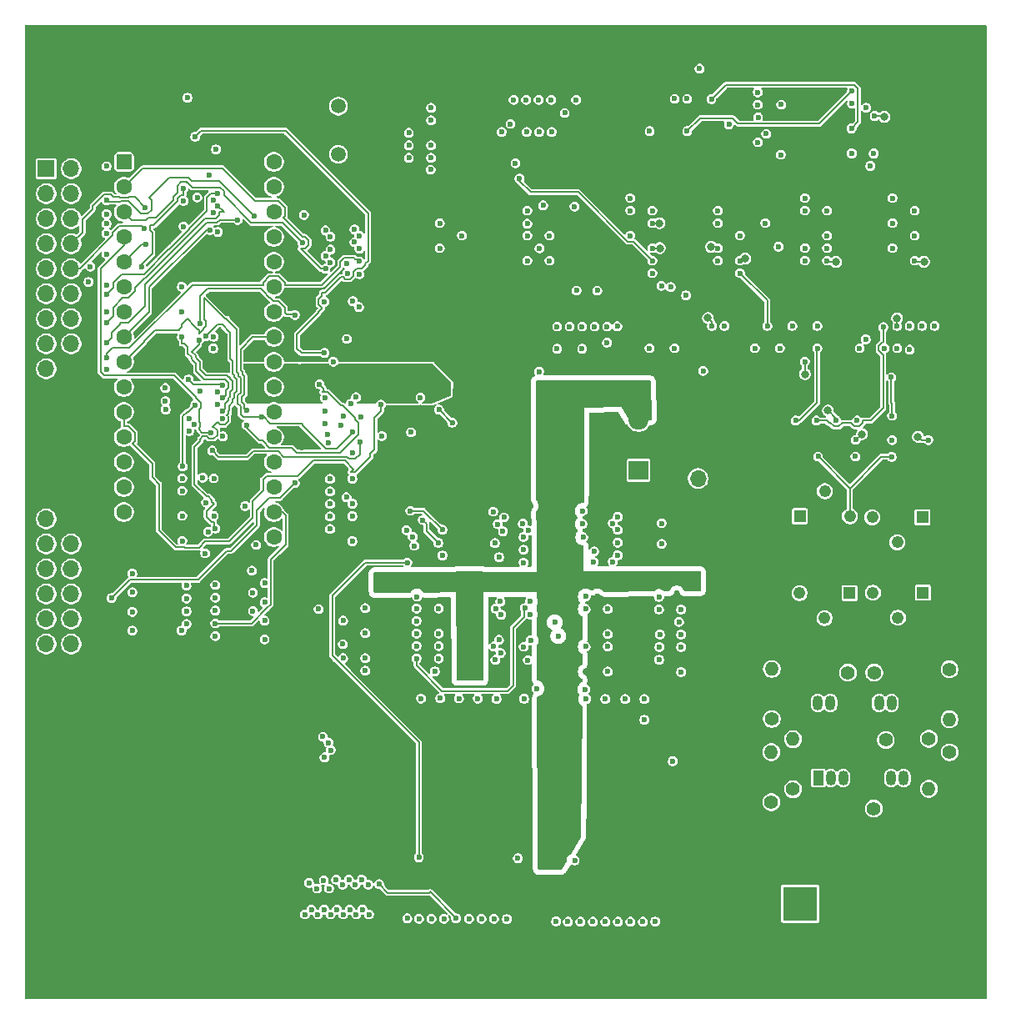
<source format=gbr>
%TF.GenerationSoftware,KiCad,Pcbnew,9.0.0*%
%TF.CreationDate,2025-04-23T17:40:48-07:00*%
%TF.ProjectId,ntscv2,6e747363-7632-42e6-9b69-6361645f7063,rev?*%
%TF.SameCoordinates,Original*%
%TF.FileFunction,Copper,L4,Bot*%
%TF.FilePolarity,Positive*%
%FSLAX46Y46*%
G04 Gerber Fmt 4.6, Leading zero omitted, Abs format (unit mm)*
G04 Created by KiCad (PCBNEW 9.0.0) date 2025-04-23 17:40:48*
%MOMM*%
%LPD*%
G01*
G04 APERTURE LIST*
G04 Aperture macros list*
%AMRoundRect*
0 Rectangle with rounded corners*
0 $1 Rounding radius*
0 $2 $3 $4 $5 $6 $7 $8 $9 X,Y pos of 4 corners*
0 Add a 4 corners polygon primitive as box body*
4,1,4,$2,$3,$4,$5,$6,$7,$8,$9,$2,$3,0*
0 Add four circle primitives for the rounded corners*
1,1,$1+$1,$2,$3*
1,1,$1+$1,$4,$5*
1,1,$1+$1,$6,$7*
1,1,$1+$1,$8,$9*
0 Add four rect primitives between the rounded corners*
20,1,$1+$1,$2,$3,$4,$5,0*
20,1,$1+$1,$4,$5,$6,$7,0*
20,1,$1+$1,$6,$7,$8,$9,0*
20,1,$1+$1,$8,$9,$2,$3,0*%
G04 Aperture macros list end*
%TA.AperFunction,ComponentPad*%
%ADD10RoundRect,0.250000X-0.550000X-0.550000X0.550000X-0.550000X0.550000X0.550000X-0.550000X0.550000X0*%
%TD*%
%TA.AperFunction,ComponentPad*%
%ADD11C,1.600000*%
%TD*%
%TA.AperFunction,ComponentPad*%
%ADD12C,1.400000*%
%TD*%
%TA.AperFunction,ComponentPad*%
%ADD13O,1.400000X1.400000*%
%TD*%
%TA.AperFunction,ComponentPad*%
%ADD14R,1.050000X1.500000*%
%TD*%
%TA.AperFunction,ComponentPad*%
%ADD15O,1.050000X1.500000*%
%TD*%
%TA.AperFunction,ComponentPad*%
%ADD16R,3.500000X3.500000*%
%TD*%
%TA.AperFunction,ComponentPad*%
%ADD17C,4.000000*%
%TD*%
%TA.AperFunction,ComponentPad*%
%ADD18C,4.700000*%
%TD*%
%TA.AperFunction,ComponentPad*%
%ADD19R,1.222000X1.222000*%
%TD*%
%TA.AperFunction,ComponentPad*%
%ADD20C,1.222000*%
%TD*%
%TA.AperFunction,ComponentPad*%
%ADD21R,1.700000X1.700000*%
%TD*%
%TA.AperFunction,ComponentPad*%
%ADD22O,1.700000X1.700000*%
%TD*%
%TA.AperFunction,ComponentPad*%
%ADD23C,1.500000*%
%TD*%
%TA.AperFunction,ComponentPad*%
%ADD24R,2.000000X1.905000*%
%TD*%
%TA.AperFunction,ComponentPad*%
%ADD25O,2.000000X1.905000*%
%TD*%
%TA.AperFunction,SMDPad,CuDef*%
%ADD26C,0.800000*%
%TD*%
%TA.AperFunction,ViaPad*%
%ADD27C,0.600000*%
%TD*%
%TA.AperFunction,Conductor*%
%ADD28C,0.200000*%
%TD*%
%TA.AperFunction,Conductor*%
%ADD29C,0.150000*%
%TD*%
G04 APERTURE END LIST*
D10*
%TO.P,U17,1,NC*%
%TO.N,unconnected-(U17-NC-Pad1)*%
X117785001Y-38212498D03*
D11*
%TO.P,U17,2,A16*%
%TO.N,sram1_addr16*%
X117785001Y-40752498D03*
%TO.P,U17,3,A14*%
%TO.N,sram1_addr14*%
X117785001Y-43292498D03*
%TO.P,U17,4,A12*%
%TO.N,sram1_addr12*%
X117785001Y-45832498D03*
%TO.P,U17,5,A7*%
%TO.N,sram1_addr7*%
X117785001Y-48372498D03*
%TO.P,U17,6,A6*%
%TO.N,sram1_addr6*%
X117785001Y-50912498D03*
%TO.P,U17,7,A5*%
%TO.N,sram1_addr5*%
X117785001Y-53452498D03*
%TO.P,U17,8,A4*%
%TO.N,sram1_addr4*%
X117785001Y-55992498D03*
%TO.P,U17,9,A3*%
%TO.N,sram1_addr3*%
X117785001Y-58532498D03*
%TO.P,U17,10,A2*%
%TO.N,sram1_addr2*%
X117785001Y-61072498D03*
%TO.P,U17,11,A1*%
%TO.N,sram1_addr1*%
X117785001Y-63612498D03*
%TO.P,U17,12,A0*%
%TO.N,sram1_addr0*%
X117785001Y-66152498D03*
%TO.P,U17,13,I/O0*%
%TO.N,m1_data0*%
X117785001Y-68692498D03*
%TO.P,U17,14,I/O1*%
%TO.N,m1_data1*%
X117785001Y-71232498D03*
%TO.P,U17,15,I/O2*%
%TO.N,m1_data2*%
X117785001Y-73772498D03*
%TO.P,U17,16,VSS*%
%TO.N,GND*%
X117785001Y-76312498D03*
%TO.P,U17,17,I/O3*%
%TO.N,m1_data3*%
X133025001Y-76312498D03*
%TO.P,U17,18,I/O4*%
%TO.N,m1_data4*%
X133025001Y-73772498D03*
%TO.P,U17,19,I/O5*%
%TO.N,m1_data5*%
X133025001Y-71232498D03*
%TO.P,U17,20,I/O6*%
%TO.N,m1_data6*%
X133025001Y-68692498D03*
%TO.P,U17,21,I/O7*%
%TO.N,m1_data7*%
X133025001Y-66152498D03*
%TO.P,U17,22,~{CS1}*%
%TO.N,memory_CS1*%
X133025001Y-63612498D03*
%TO.P,U17,23,A10*%
%TO.N,sram1_addr10*%
X133025001Y-61072498D03*
%TO.P,U17,24,~{OE}*%
%TO.N,memory_output_enable*%
X133025001Y-58532498D03*
%TO.P,U17,25,A11*%
%TO.N,sram1_addr11*%
X133025001Y-55992498D03*
%TO.P,U17,26,A9*%
%TO.N,sram1_addr9*%
X133025001Y-53452498D03*
%TO.P,U17,27,A8*%
%TO.N,sram1_addr8*%
X133025001Y-50912498D03*
%TO.P,U17,28,A13*%
%TO.N,sram1_addr13*%
X133025001Y-48372498D03*
%TO.P,U17,29,~{WE}*%
%TO.N,memory_write_enable*%
X133025001Y-45832498D03*
%TO.P,U17,30,CS2*%
%TO.N,memory_CS2*%
X133025001Y-43292498D03*
%TO.P,U17,31,A15*%
%TO.N,sram1_addr15*%
X133025001Y-40752498D03*
%TO.P,U17,32,VCC*%
%TO.N,5vdc*%
X133025001Y-38212498D03*
%TD*%
D12*
%TO.P,R7,1*%
%TO.N,Net-(R7-Pad1)*%
X193994500Y-90069999D03*
D13*
%TO.P,R7,2*%
%TO.N,GND*%
X199074502Y-90069997D03*
%TD*%
D14*
%TO.P,Q1,1,S*%
%TO.N,GND*%
X190794499Y-93140000D03*
D15*
%TO.P,Q1,2,G*%
%TO.N,ampinput*%
X189524499Y-93139999D03*
%TO.P,Q1,3,D*%
%TO.N,Net-(Q1-D)*%
X188254499Y-93140000D03*
%TD*%
D12*
%TO.P,R2,1*%
%TO.N,ampinput*%
X191324499Y-90069999D03*
D13*
%TO.P,R2,2*%
%TO.N,GND*%
X186244500Y-90069999D03*
%TD*%
D16*
%TO.P,J2,1,In*%
%TO.N,Output_Signal_75ohm*%
X186475000Y-113525000D03*
D17*
%TO.P,J2,2,Ext*%
%TO.N,GND*%
X191500000Y-118550000D03*
X191500000Y-108500000D03*
X181450000Y-118550000D03*
X181450000Y-108500000D03*
%TD*%
D12*
%TO.P,R6,1*%
%TO.N,bias_control*%
X183594500Y-94779999D03*
D13*
%TO.P,R6,2*%
%TO.N,Net-(R6-Pad2)*%
X183594498Y-89699998D03*
%TD*%
D14*
%TO.P,Q3,1,C*%
%TO.N,5vdc*%
X188304500Y-100769999D03*
D15*
%TO.P,Q3,2,B*%
%TO.N,transistor_bias*%
X189574500Y-100770000D03*
%TO.P,Q3,3,E*%
%TO.N,Net-(Q3-E)*%
X190844500Y-100769999D03*
%TD*%
D12*
%TO.P,R11,1*%
%TO.N,brightness_adj*%
X201644500Y-89729999D03*
D13*
%TO.P,R11,2*%
%TO.N,Output_Signal_75ohm*%
X201644502Y-94810000D03*
%TD*%
D18*
%TO.P,H3,1,1*%
%TO.N,GND*%
X200900000Y-28800000D03*
%TD*%
D12*
%TO.P,R13,1*%
%TO.N,BRIGHTNESS_CONTROL*%
X193954500Y-103870000D03*
D13*
%TO.P,R13,2*%
%TO.N,GND*%
X199034501Y-103869998D03*
%TD*%
D19*
%TO.P,RV2,1,1*%
%TO.N,Net-(R7-Pad1)*%
X198884500Y-74299999D03*
D20*
%TO.P,RV2,2,2*%
X196344500Y-76839999D03*
%TO.P,RV2,3,3*%
%TO.N,bias_control*%
X193804500Y-74299999D03*
%TD*%
D21*
%TO.P,J3,1,Pin_1*%
%TO.N,GND*%
X176100000Y-67825000D03*
D22*
%TO.P,J3,2,Pin_2*%
%TO.N,inputvoltage*%
X176100000Y-70365000D03*
%TD*%
D12*
%TO.P,R5,1*%
%TO.N,bias_control*%
X183544502Y-103230000D03*
D13*
%TO.P,R5,2*%
%TO.N,Net-(Q1-D)*%
X183544500Y-98149999D03*
%TD*%
D19*
%TO.P,RV4,1,1*%
%TO.N,brightness_adj*%
X198944500Y-81954999D03*
D20*
%TO.P,RV4,2,2*%
X196404500Y-84494999D03*
%TO.P,RV4,3,3*%
%TO.N,Net-(Q3-E)*%
X193864500Y-81954999D03*
%TD*%
D14*
%TO.P,Q2,1,S*%
%TO.N,GND*%
X197024499Y-93140001D03*
D15*
%TO.P,Q2,2,G*%
%TO.N,BIAS_ADJ*%
X195754499Y-93140000D03*
%TO.P,Q2,3,D*%
%TO.N,bias_control*%
X194484499Y-93140001D03*
%TD*%
D12*
%TO.P,R3,1*%
%TO.N,BIAS_ADJ*%
X195174501Y-96919997D03*
D13*
%TO.P,R3,2*%
%TO.N,GND*%
X190094500Y-96919999D03*
%TD*%
D18*
%TO.P,H4,1,1*%
%TO.N,GND*%
X200900000Y-118700000D03*
%TD*%
%TO.P,H2,1,1*%
%TO.N,GND*%
X112200000Y-118700000D03*
%TD*%
D12*
%TO.P,R14,1*%
%TO.N,Output_Signal_75ohm*%
X199544500Y-96789997D03*
D13*
%TO.P,R14,2*%
%TO.N,Net-(Q4-D)*%
X199544501Y-101869999D03*
%TD*%
D19*
%TO.P,RV1,1,1*%
%TO.N,Net-(R6-Pad2)*%
X191475000Y-82000000D03*
D20*
%TO.P,RV1,2,2*%
X188935000Y-84540000D03*
%TO.P,RV1,3,3*%
%TO.N,transistor_bias*%
X186395000Y-82000000D03*
%TD*%
D18*
%TO.P,H1,1,1*%
%TO.N,GND*%
X112200000Y-28800000D03*
%TD*%
D12*
%TO.P,R4,1*%
%TO.N,5vdc*%
X185744500Y-101899998D03*
D13*
%TO.P,R4,2*%
%TO.N,bias_control*%
X185744500Y-96819999D03*
%TD*%
D14*
%TO.P,Q4,1,S*%
%TO.N,GND*%
X194434500Y-100779999D03*
D15*
%TO.P,Q4,2,G*%
%TO.N,BRIGHTNESS_CONTROL*%
X195704500Y-100780000D03*
%TO.P,Q4,3,D*%
%TO.N,Net-(Q4-D)*%
X196974500Y-100779999D03*
%TD*%
D19*
%TO.P,RV3,1,1*%
%TO.N,Net-(R8-Pad2)*%
X186434500Y-74189999D03*
D20*
%TO.P,RV3,2,2*%
X188974500Y-71649999D03*
%TO.P,RV3,3,3*%
%TO.N,ampinput*%
X191514500Y-74189999D03*
%TD*%
D23*
%TO.P,Y1,1,1*%
%TO.N,Net-(C1-Pad1)*%
X139557502Y-32564996D03*
%TO.P,Y1,2,2*%
%TO.N,Net-(C2-Pad1)*%
X139557502Y-37444996D03*
%TD*%
D12*
%TO.P,R12,1*%
%TO.N,Output_Signal_75ohm*%
X201654499Y-98169998D03*
D13*
%TO.P,R12,2*%
%TO.N,GND*%
X201654500Y-103250000D03*
%TD*%
D21*
%TO.P,J1,1,Pin_1*%
%TO.N,Net-(J1-Pin_1)*%
X109880000Y-38910000D03*
D22*
%TO.P,J1,2,Pin_2*%
%TO.N,Net-(J1-Pin_2)*%
X112420000Y-38910000D03*
%TO.P,J1,3,Pin_3*%
%TO.N,Net-(J1-Pin_3)*%
X109880000Y-41450000D03*
%TO.P,J1,4,Pin_4*%
%TO.N,Net-(J1-Pin_4)*%
X112420000Y-41450000D03*
%TO.P,J1,5,Pin_5*%
%TO.N,Net-(J1-Pin_5)*%
X109880000Y-43989999D03*
%TO.P,J1,6,Pin_6*%
%TO.N,Net-(J1-Pin_6)*%
X112420000Y-43990000D03*
%TO.P,J1,7,Pin_7*%
%TO.N,Net-(J1-Pin_7)*%
X109880000Y-46530000D03*
%TO.P,J1,8,Pin_8*%
%TO.N,Net-(J1-Pin_8)*%
X112420000Y-46530000D03*
%TO.P,J1,9,Pin_9*%
%TO.N,Net-(J1-Pin_9)*%
X109880000Y-49070000D03*
%TO.P,J1,10,Pin_10*%
%TO.N,Net-(J1-Pin_10)*%
X112420000Y-49070000D03*
%TO.P,J1,11,Pin_11*%
%TO.N,Net-(J1-Pin_11)*%
X109880000Y-51610000D03*
%TO.P,J1,12,Pin_12*%
%TO.N,Net-(J1-Pin_12)*%
X112420000Y-51610000D03*
%TO.P,J1,13,Pin_13*%
%TO.N,Net-(J1-Pin_13)*%
X109880000Y-54150000D03*
%TO.P,J1,14,Pin_14*%
%TO.N,Net-(J1-Pin_14)*%
X112420000Y-54150000D03*
%TO.P,J1,15,Pin_15*%
%TO.N,Net-(J1-Pin_15)*%
X109880000Y-56690001D03*
%TO.P,J1,16,Pin_16*%
%TO.N,Net-(J1-Pin_16)*%
X112420000Y-56690000D03*
%TO.P,J1,17,Pin_17*%
%TO.N,Net-(J1-Pin_17)*%
X109880000Y-59230000D03*
%TO.P,J1,18,Pin_18*%
%TO.N,GND*%
X112420000Y-59230000D03*
%TO.P,J1,19,Pin_19*%
X109880000Y-61770000D03*
%TO.P,J1,20,Pin_20*%
X112420000Y-61770000D03*
%TO.P,J1,21,Pin_21*%
X109880000Y-64310000D03*
%TO.P,J1,22,Pin_22*%
X112420000Y-64310000D03*
%TO.P,J1,23,Pin_23*%
X109880000Y-66849999D03*
%TO.P,J1,24,Pin_24*%
X112420000Y-66850000D03*
%TO.P,J1,25,Pin_25*%
X109880000Y-69390000D03*
%TO.P,J1,26,Pin_26*%
X112420000Y-69390000D03*
%TO.P,J1,27,Pin_27*%
X109880000Y-71930000D03*
%TO.P,J1,28,Pin_28*%
X112420000Y-71930000D03*
%TO.P,J1,29,Pin_29*%
%TO.N,Net-(J1-Pin_29)*%
X109880000Y-74470000D03*
%TO.P,J1,30,Pin_30*%
%TO.N,GND*%
X112420000Y-74470000D03*
%TO.P,J1,31,Pin_31*%
%TO.N,Net-(J1-Pin_31)*%
X109880000Y-77009999D03*
%TO.P,J1,32,Pin_32*%
%TO.N,Net-(J1-Pin_32)*%
X112420000Y-77010000D03*
%TO.P,J1,33,Pin_33*%
%TO.N,Net-(J1-Pin_33)*%
X109880000Y-79550001D03*
%TO.P,J1,34,Pin_34*%
%TO.N,Net-(J1-Pin_34)*%
X112420000Y-79550000D03*
%TO.P,J1,35,Pin_35*%
%TO.N,Net-(J1-Pin_35)*%
X109880000Y-82090000D03*
%TO.P,J1,36,Pin_36*%
%TO.N,Net-(J1-Pin_36)*%
X112420000Y-82090000D03*
%TO.P,J1,37,Pin_37*%
%TO.N,Net-(J1-Pin_37)*%
X109880000Y-84630000D03*
%TO.P,J1,38,Pin_38*%
%TO.N,Net-(J1-Pin_38)*%
X112420000Y-84630000D03*
%TO.P,J1,39,Pin_39*%
%TO.N,Net-(J1-Pin_39)*%
X109880000Y-87170000D03*
%TO.P,J1,40,Pin_40*%
%TO.N,Net-(J1-Pin_40)*%
X112420000Y-87170000D03*
%TD*%
D24*
%TO.P,U28,1,VI*%
%TO.N,inputvoltage*%
X170059999Y-69529999D03*
D25*
%TO.P,U28,2,GND*%
%TO.N,GND*%
X170059999Y-66989999D03*
%TO.P,U28,3,VO*%
%TO.N,5vdc*%
X170060000Y-64450000D03*
%TD*%
D26*
%TO.P,TP81,1,1*%
%TO.N,VBLANK*%
X177100000Y-54060000D03*
%TD*%
%TO.P,TP79,1,1*%
%TO.N,HSYNCB*%
X189290000Y-63470000D03*
%TD*%
%TO.P,TP86,1,1*%
%TO.N,CB_DISABLE*%
X199040000Y-48360000D03*
%TD*%
%TO.P,TP5,1,1*%
%TO.N,Net-(D5-A)*%
X192760000Y-65850000D03*
%TD*%
%TO.P,TP83,1,1*%
%TO.N,VRESET*%
X180890000Y-48030000D03*
%TD*%
%TO.P,TP7,1,1*%
%TO.N,Net-(D3-A)*%
X196314999Y-54089999D03*
%TD*%
%TO.P,TP80,1,1*%
%TO.N,HSYNCA*%
X186960000Y-59760000D03*
%TD*%
%TO.P,TP85,1,1*%
%TO.N,CB_ENABLE*%
X190110000Y-48360000D03*
%TD*%
%TO.P,TP87,1,1*%
%TO.N,field1*%
X172210000Y-46970000D03*
%TD*%
%TO.P,TP6,1,1*%
%TO.N,Net-(D4-A)*%
X198437501Y-66130000D03*
%TD*%
%TO.P,TP82,1,1*%
%TO.N,HRESET*%
X177420000Y-46850000D03*
%TD*%
%TO.P,TP88,1,1*%
%TO.N,field0*%
X172180000Y-44440000D03*
%TD*%
%TO.P,TP84,1,1*%
%TO.N,PIXELDRAWEN*%
X195020000Y-33630000D03*
%TD*%
D27*
%TO.N,GND*%
X147050000Y-53750000D03*
X157875000Y-59300000D03*
X194900000Y-71550000D03*
X190950000Y-79225000D03*
X171100000Y-72900000D03*
X200134999Y-57132501D03*
X176840000Y-75200000D03*
X165880000Y-82350000D03*
X127630000Y-46720000D03*
X116970000Y-86720000D03*
X120190000Y-29400000D03*
X145400000Y-105460000D03*
X157861659Y-115132498D03*
X178107500Y-49510000D03*
X153790000Y-34340000D03*
X144087500Y-28964999D03*
X145830000Y-68160000D03*
X150580000Y-42590000D03*
X174760000Y-47470000D03*
X138790000Y-80490000D03*
X175500000Y-106460000D03*
X115260000Y-61210000D03*
X181210000Y-103230000D03*
X124930000Y-66300000D03*
X164750000Y-48840000D03*
X131955735Y-36519265D03*
X179430000Y-38990000D03*
X159880000Y-39480000D03*
X120630000Y-64230000D03*
X138110000Y-99640000D03*
X186957500Y-49510000D03*
X134060000Y-85120000D03*
X125337500Y-79525000D03*
X144290000Y-44130000D03*
X179130000Y-91880000D03*
X155240000Y-29210000D03*
X144150000Y-70020000D03*
X133825000Y-36200000D03*
X150820000Y-66390000D03*
X143325000Y-114124999D03*
X144675000Y-116425000D03*
X159075000Y-73114998D03*
X144700000Y-121740000D03*
X123699997Y-77959998D03*
X189484999Y-57132501D03*
X173021658Y-115342499D03*
X195857500Y-49510000D03*
X182210000Y-82000000D03*
X170760000Y-91360000D03*
X164675000Y-89964999D03*
X136680000Y-89200000D03*
X203894500Y-96669998D03*
X145440000Y-109960000D03*
X177880000Y-91880000D03*
X166680000Y-28160000D03*
X124350000Y-86940000D03*
X135690000Y-97480000D03*
X165310000Y-71820000D03*
X174210000Y-75210000D03*
X183450000Y-29400000D03*
X150350000Y-72950000D03*
X189410000Y-39240000D03*
X109980000Y-102980000D03*
X169650000Y-53770000D03*
X158350000Y-67630000D03*
X167770000Y-73150000D03*
X117725000Y-83125000D03*
X183790000Y-43840000D03*
X150750000Y-56910000D03*
X134175000Y-112775000D03*
X126340000Y-58930000D03*
X152980000Y-58910000D03*
X191000000Y-56270000D03*
X144470000Y-53430000D03*
X136000000Y-104810000D03*
X197220000Y-63340000D03*
X178760000Y-37080000D03*
X178400000Y-81760000D03*
X146682500Y-39004997D03*
X123800000Y-91175000D03*
X178410000Y-56740000D03*
X180350000Y-54065000D03*
X136540000Y-108230000D03*
X156100001Y-31917499D03*
X122700000Y-37925000D03*
X159525000Y-116475000D03*
X158757500Y-49510000D03*
X110050000Y-93510000D03*
X153950000Y-53560000D03*
X147330000Y-71620000D03*
X149857500Y-49510000D03*
X122350000Y-58900000D03*
X135280000Y-52600000D03*
X135870000Y-49700000D03*
X183600000Y-51060000D03*
X196570000Y-87310000D03*
X164780000Y-44500000D03*
X188680000Y-87020000D03*
X159775000Y-111575000D03*
X122090735Y-46510735D03*
X158480000Y-101190000D03*
X133600000Y-79360000D03*
X200110000Y-60030000D03*
X119620000Y-70450000D03*
X139600000Y-108180000D03*
X132510000Y-99160000D03*
X175720000Y-98280000D03*
X154040000Y-37010000D03*
X181970000Y-74020000D03*
X158350000Y-90730000D03*
X168134999Y-57182501D03*
X142620000Y-98630000D03*
X115050000Y-90460000D03*
X135625000Y-58250000D03*
X190830000Y-59690000D03*
X127100000Y-37775000D03*
X181730000Y-67450000D03*
X158900000Y-55690000D03*
X174710000Y-43390000D03*
X139370000Y-91140000D03*
X203894500Y-88069999D03*
X122120000Y-104720000D03*
X144950000Y-41240000D03*
X135425000Y-34225000D03*
X124500000Y-58960000D03*
X128375000Y-79325000D03*
X174590000Y-39140000D03*
X135824781Y-67174781D03*
X178900000Y-59700000D03*
X129250000Y-90950000D03*
X143110000Y-39780000D03*
X177449998Y-35132500D03*
X138715000Y-76750000D03*
X172180000Y-39020000D03*
X127740001Y-58932501D03*
X201710000Y-72030000D03*
X180984858Y-87982269D03*
X166230000Y-65890000D03*
X177750000Y-63280000D03*
X181210000Y-64205000D03*
X169207500Y-49510000D03*
X144860000Y-48840000D03*
X152069998Y-30045001D03*
X181120000Y-96860000D03*
X184160000Y-63300000D03*
X170840000Y-78150000D03*
X158250000Y-63070000D03*
X133300000Y-31575000D03*
X159560000Y-121750000D03*
X115290000Y-74930000D03*
X141430000Y-102170000D03*
X190800000Y-63090000D03*
X134907943Y-65676180D03*
X173850000Y-65975000D03*
X165600000Y-64600000D03*
X125040000Y-121130000D03*
X174590000Y-118470000D03*
X173930000Y-82030000D03*
X144325000Y-57250000D03*
X114820000Y-80080000D03*
X201830000Y-39850000D03*
X176555000Y-91805000D03*
X166320000Y-68160000D03*
X201710000Y-84030000D03*
X193030000Y-29550000D03*
%TO.N,14mhz_CLK0*%
X148972496Y-36545001D03*
X149857500Y-44430000D03*
X146722496Y-37815000D03*
%TO.N,colorburst_ref_colorwhite*%
X163055000Y-54932500D03*
X172400000Y-74910000D03*
%TO.N,7.1mhz_CLK1*%
X157040000Y-34360000D03*
X178107500Y-44430000D03*
X149857500Y-46970000D03*
X176250000Y-28750000D03*
X157550000Y-38350000D03*
%TO.N,CDL_output_enable*%
X163570829Y-109154171D03*
X147735000Y-108817499D03*
X146561659Y-115027499D03*
X140985000Y-74190001D03*
X139335001Y-111100000D03*
X139985002Y-111600000D03*
X161676656Y-115327500D03*
X146559998Y-78899998D03*
%TO.N,_HRESET*%
X181864999Y-57132499D03*
X195857500Y-41890000D03*
X158757500Y-45700000D03*
X180357500Y-49510000D03*
X178107500Y-48240000D03*
X169207500Y-45700000D03*
X180357500Y-45700000D03*
X183135001Y-54882499D03*
X198107500Y-43160000D03*
%TO.N,VRESET*%
X174990002Y-31810000D03*
X180357500Y-48240000D03*
X126093106Y-55938366D03*
X152107500Y-45700000D03*
X127066033Y-75455109D03*
X141025000Y-52350000D03*
%TO.N,HRESET*%
X178107500Y-46970000D03*
X158689999Y-35184999D03*
%TO.N,Net-(D6-A)*%
X172400004Y-77010002D03*
X172125000Y-82394999D03*
%TO.N,HSYNCA*%
X186944999Y-58495000D03*
%TO.N,HSYNCB*%
X188215001Y-54882501D03*
X165595000Y-54932500D03*
X190147501Y-64480000D03*
%TO.N,Net-(D7-A)*%
X172230000Y-86200001D03*
X166669996Y-92750000D03*
%TO.N,_HSYNCA*%
X186017501Y-64480000D03*
X188215000Y-57132500D03*
X166865001Y-54932501D03*
%TO.N,colorburst_delayline*%
X170640004Y-94860000D03*
X193940000Y-37360000D03*
%TO.N,V16*%
X171179998Y-35092499D03*
X174875808Y-51771001D03*
%TO.N,_VBLANK*%
X178785001Y-54882501D03*
X164324999Y-57182499D03*
X138715000Y-74210000D03*
%TO.N,Net-(D8-A)*%
X174375000Y-87474999D03*
X170640000Y-92760000D03*
%TO.N,PIXELDRAWEN*%
X160356294Y-42642683D03*
X176615001Y-59440000D03*
X194040000Y-33550000D03*
%TO.N,VBLANK*%
X140985000Y-72920000D03*
X177515001Y-54882501D03*
%TO.N,Net-(D9-A)*%
X174375000Y-83664999D03*
X168696659Y-92760002D03*
%TO.N,CB_DISABLE*%
X159955001Y-59500000D03*
X198107500Y-48240000D03*
%TO.N,CB_ENABLE*%
X195857500Y-46970000D03*
X189207500Y-48240000D03*
%TO.N,V4*%
X191740000Y-31010000D03*
X174989999Y-35092500D03*
%TO.N,V256*%
X173720001Y-31809999D03*
X191740000Y-32280000D03*
%TO.N,V1*%
X191690000Y-34820000D03*
X177450002Y-31849999D03*
%TO.N,H128*%
X182170000Y-36220000D03*
X161230000Y-35185000D03*
%TO.N,H256*%
X159959999Y-35184999D03*
X184550000Y-32400000D03*
%TO.N,H1*%
X171457500Y-43160000D03*
X156149999Y-35184999D03*
X158757500Y-43160000D03*
X169207500Y-43160000D03*
X148972499Y-32735000D03*
%TO.N,Net-(D10-A)*%
X164675000Y-82344999D03*
X158433992Y-92727500D03*
%TO.N,H8*%
X196324999Y-57132499D03*
X159910000Y-31917501D03*
X197595000Y-54882500D03*
X161785000Y-57182500D03*
%TO.N,Net-(D11-A)*%
X161900000Y-86360000D03*
X159670000Y-91680000D03*
%TO.N,H2*%
X186956500Y-46975543D03*
X184275000Y-46825000D03*
X198865001Y-54882501D03*
X182150000Y-31150000D03*
X192514999Y-57132499D03*
X157370001Y-31917499D03*
%TO.N,H32*%
X163720001Y-31917501D03*
X197594000Y-57286097D03*
X186957500Y-43160000D03*
%TO.N,Net-(D12-A)*%
X166925000Y-87424999D03*
X164739998Y-92740000D03*
%TO.N,Net-(D13-A)*%
X166925000Y-83614999D03*
X164650000Y-91780000D03*
%TO.N,H64*%
X189207500Y-43160000D03*
X161180000Y-31917500D03*
X179230000Y-34400000D03*
%TO.N,H4*%
X189207500Y-46970000D03*
X182150000Y-32410000D03*
X158640000Y-31917500D03*
%TO.N,H16*%
X162550000Y-33250000D03*
X186957500Y-41890000D03*
%TO.N,Net-(D1-K)*%
X194925000Y-55000000D03*
X188117501Y-64480000D03*
%TO.N,Net-(D2-K)*%
X193139999Y-56230000D03*
X192247501Y-64480000D03*
%TO.N,Net-(D3-A)*%
X196325000Y-54882501D03*
X195812500Y-66460000D03*
X195723999Y-60090000D03*
X195812500Y-63990000D03*
%TO.N,Net-(D4-A)*%
X193595000Y-38630000D03*
X199487501Y-66460000D03*
%TO.N,Net-(D5-A)*%
X192112501Y-66435000D03*
X164325000Y-54932501D03*
%TO.N,Net-(D14-A)*%
X147549999Y-82365000D03*
X149892995Y-92672503D03*
%TO.N,ampinput*%
X188287502Y-68134999D03*
X195762501Y-68160001D03*
%TO.N,Net-(D15-A)*%
X151802996Y-92692502D03*
X147510000Y-86095002D03*
%TO.N,Net-(D16-A)*%
X153719997Y-92697501D03*
X149759999Y-87365001D03*
%TO.N,Net-(D17-A)*%
X155631997Y-92737501D03*
X149760001Y-83555002D03*
%TO.N,Net-(D36-A)*%
X146930000Y-65672929D03*
X138715000Y-72940000D03*
%TO.N,m_addr14*%
X127825000Y-63499999D03*
X125390000Y-56320000D03*
%TO.N,m_addr15*%
X127767501Y-64298210D03*
X123650002Y-53429999D03*
%TO.N,m_addr16*%
X127830000Y-66090284D03*
X123650001Y-50889998D03*
%TO.N,m_addr13*%
X127825000Y-62200000D03*
X123649999Y-55969998D03*
%TO.N,m_addr12*%
X126860002Y-57170002D03*
X124900000Y-64900000D03*
%TO.N,colorselect11*%
X159010001Y-82855001D03*
X149759999Y-88635002D03*
%TO.N,colorselect14*%
X140035000Y-88610002D03*
X155543630Y-83579999D03*
%TO.N,colorselect9*%
X147510001Y-84825000D03*
X159010001Y-84155001D03*
%TO.N,colorselect4*%
X158390000Y-87440000D03*
X174160000Y-84930001D03*
%TO.N,colorselect2*%
X158810000Y-88800000D03*
X172150000Y-88760000D03*
%TO.N,colorselect15*%
X142284999Y-88610002D03*
X156090000Y-84185003D03*
%TO.N,colorselect13*%
X140035001Y-84800000D03*
X156020000Y-82850000D03*
%TO.N,colorselect10*%
X158509999Y-83505001D03*
X147510000Y-88635002D03*
%TO.N,colorselect5*%
X159080000Y-86800000D03*
X161534265Y-84944265D03*
%TO.N,delayline2*%
X165490000Y-78850000D03*
X172170000Y-87470001D03*
%TO.N,delayline4*%
X165540000Y-77780000D03*
X174375000Y-86204999D03*
%TO.N,delayline3*%
X174375000Y-90014999D03*
X167435003Y-74915001D03*
%TO.N,delayline8*%
X166925000Y-86154999D03*
X158875003Y-75640003D03*
%TO.N,delayline7*%
X166925000Y-89964999D03*
X155737469Y-75000000D03*
%TO.N,delayline6*%
X167935003Y-75565003D03*
X164675000Y-87424999D03*
X164370000Y-73660002D03*
%TO.N,delayline5*%
X164675000Y-83614999D03*
X164365002Y-74980000D03*
X167935005Y-76865002D03*
%TO.N,delayline9*%
X147510000Y-83555000D03*
X158300000Y-74949998D03*
%TO.N,delayline11*%
X149370763Y-89944238D03*
X158375003Y-78890002D03*
X155470000Y-76930000D03*
%TO.N,delayline12*%
X155894999Y-78344999D03*
X149760001Y-86095001D03*
%TO.N,delayline10*%
X158375005Y-76290000D03*
X156397502Y-74312498D03*
X147510002Y-87365001D03*
%TO.N,delayline13*%
X147275000Y-77200000D03*
X137550000Y-83625000D03*
%TO.N,delayline15*%
X142285000Y-89880001D03*
X150140001Y-78170001D03*
X147125000Y-76289998D03*
%TO.N,delayline14*%
X146475000Y-75610000D03*
X140018736Y-87182734D03*
%TO.N,m_addr6*%
X126120000Y-72800000D03*
X139774994Y-64960000D03*
%TO.N,m_addr5*%
X140070000Y-64060000D03*
X123699998Y-70339999D03*
%TO.N,m_addr1*%
X138180000Y-62185000D03*
X123699997Y-76689999D03*
%TO.N,sram1_addr4*%
X141765958Y-66680284D03*
X126736430Y-67529000D03*
X126500000Y-45125000D03*
%TO.N,m_addr4*%
X123699999Y-71609999D03*
X138430000Y-65900000D03*
%TO.N,sram1_addr1*%
X125225000Y-41825000D03*
X143875000Y-62875000D03*
%TO.N,m_addr3*%
X123700000Y-74150000D03*
X138205000Y-64785001D03*
%TO.N,sram1_addr2*%
X126824999Y-42075001D03*
X141880000Y-64109999D03*
%TO.N,m_addr8*%
X141041879Y-67778479D03*
X126909999Y-74149999D03*
%TO.N,m_addr2*%
X126312785Y-75767215D03*
X138180000Y-63510000D03*
%TO.N,sram1_addr5*%
X123825000Y-40875000D03*
X125526614Y-54641000D03*
X119550000Y-48875000D03*
X135150000Y-53750000D03*
%TO.N,sram1_addr6*%
X123825000Y-42175000D03*
%TO.N,sram1_addr3*%
X140991000Y-65605992D03*
X131775490Y-64113498D03*
X126824999Y-43374999D03*
%TO.N,sram1_addr7*%
X120007815Y-46607815D03*
%TO.N,m_addr7*%
X130090000Y-73160000D03*
X143980000Y-66050000D03*
%TO.N,sram1_addr8*%
X138546453Y-66730619D03*
X123825000Y-44775000D03*
%TO.N,sram1_addr13*%
X121975000Y-61175000D03*
X138254433Y-45171979D03*
%TO.N,m_addr9*%
X125488897Y-61479632D03*
X125780000Y-70260000D03*
%TO.N,sram1_addr10*%
X127324999Y-62850001D03*
X141204432Y-46371980D03*
%TO.N,sram1_addr9*%
X127324998Y-61550000D03*
X141204431Y-45071979D03*
%TO.N,m_addr11*%
X126900000Y-55980002D03*
X125000000Y-62925000D03*
X123739997Y-69149999D03*
%TO.N,m_addr10*%
X121987500Y-62512500D03*
X126910001Y-70340000D03*
%TO.N,sram1_addr15*%
X124400000Y-64250000D03*
X138254433Y-47771979D03*
%TO.N,sram1_addr14*%
X135920000Y-46420000D03*
X122025000Y-63361765D03*
%TO.N,sram1_addr12*%
X140409000Y-56191278D03*
X130242500Y-64949379D03*
X137650000Y-60809998D03*
X126646039Y-65689932D03*
X140466281Y-49517391D03*
%TO.N,sram1_addr16*%
X138254433Y-49071979D03*
X124400000Y-65550000D03*
%TO.N,sram1_addr11*%
X140444265Y-48560000D03*
X130250234Y-63463552D03*
%TO.N,sram1_addr0*%
X138143265Y-57607070D03*
X125010000Y-35660000D03*
%TO.N,m_addr0*%
X126020000Y-77959999D03*
X139048000Y-58500000D03*
%TO.N,bus_addr8*%
X116017500Y-43520000D03*
X127325000Y-45325001D03*
%TO.N,bus_addr7*%
X129325000Y-44100000D03*
X116017500Y-56560000D03*
%TO.N,bus_addr6*%
X127325000Y-42724999D03*
X116017500Y-54540000D03*
%TO.N,bus_addr5*%
X116017500Y-51660000D03*
X127325000Y-41425000D03*
%TO.N,bus_addr11*%
X116017500Y-44500000D03*
X138754433Y-47121979D03*
%TO.N,bus_addr15*%
X116017500Y-58130000D03*
X141704433Y-48321979D03*
%TO.N,bus_addr16*%
X141704433Y-49621980D03*
X116017500Y-59310000D03*
%TO.N,bus_addr10*%
X138754433Y-45821979D03*
X116017500Y-45480000D03*
%TO.N,bus_addr13*%
X116017500Y-50700000D03*
X141704433Y-45721979D03*
%TO.N,bus_addr9*%
X131000000Y-43725000D03*
X116017500Y-42125000D03*
%TO.N,bus_addr14*%
X116017500Y-53480000D03*
X141704433Y-47021978D03*
%TO.N,bus_addr12*%
X116017500Y-47570000D03*
X138754433Y-48421979D03*
%TO.N,bus_addr0*%
X116017500Y-38670000D03*
X127120002Y-36940003D03*
%TO.N,luminosity_select7*%
X170486655Y-115367500D03*
X140065002Y-114625000D03*
%TO.N,luminosity_select14*%
X141935001Y-111100000D03*
X154101659Y-115067499D03*
%TO.N,luminosity_select13*%
X142599998Y-111600000D03*
X152831661Y-115067498D03*
%TO.N,luminosity_select2*%
X136815002Y-114125000D03*
X164136656Y-115367498D03*
%TO.N,luminosity_select15*%
X155371658Y-115067499D03*
X141285001Y-111600000D03*
%TO.N,luminosity_select6*%
X139415003Y-114125000D03*
X169216656Y-115367500D03*
%TO.N,luminosity_select1*%
X162866657Y-115367499D03*
X136165002Y-114625000D03*
%TO.N,luminosity_select9*%
X147751660Y-115067498D03*
X141365002Y-114625000D03*
%TO.N,luminosity_select16*%
X140635001Y-111100000D03*
X156671658Y-115092499D03*
%TO.N,luminosity_select10*%
X149021659Y-115067497D03*
X142015001Y-114125001D03*
%TO.N,luminosity_select8*%
X140715002Y-114125001D03*
X171751659Y-115342499D03*
%TO.N,luminosity_select12*%
X151509582Y-115015418D03*
X143700000Y-111550000D03*
%TO.N,luminosity_select5*%
X138765002Y-114625000D03*
X167946658Y-115367499D03*
%TO.N,luminosity_select4*%
X166676657Y-115367498D03*
X138115001Y-114125000D03*
%TO.N,luminosity_select3*%
X137465002Y-114625000D03*
X165406658Y-115367500D03*
%TO.N,luminosity_select11*%
X142675000Y-114625000D03*
X150291661Y-115067499D03*
%TO.N,m1_data4*%
X155510001Y-88780001D03*
X127060003Y-85070004D03*
X138150000Y-98680000D03*
%TO.N,m1_data5*%
X138786695Y-97944186D03*
X130880000Y-83830000D03*
X127060003Y-83770001D03*
X156040000Y-88080000D03*
%TO.N,m1_data6*%
X155350000Y-87425000D03*
X127060004Y-82470003D03*
X130882500Y-81950000D03*
X138550000Y-97180000D03*
%TO.N,m1_data1*%
X137400000Y-112000000D03*
X124135003Y-83845002D03*
%TO.N,m1_data3*%
X124135003Y-81245003D03*
X138625000Y-112000000D03*
%TO.N,m1_data2*%
X124135003Y-82545003D03*
X138075003Y-111150000D03*
%TO.N,m1_data7*%
X127060004Y-81170001D03*
X130767500Y-79720000D03*
X137990000Y-96580000D03*
X155870000Y-86750000D03*
%TO.N,m1_data0*%
X124135003Y-85145002D03*
X136590000Y-111430000D03*
%TO.N,5vdc*%
X130675000Y-60200000D03*
X153520000Y-90420000D03*
X149310000Y-60580000D03*
X130375000Y-59225000D03*
X161920000Y-66010000D03*
X168280000Y-81260000D03*
X143112502Y-60204996D03*
X161660000Y-61325000D03*
X175576000Y-81390000D03*
X160275000Y-96650000D03*
X160375000Y-108650000D03*
X162000000Y-96675002D03*
X144900000Y-80380000D03*
X144870000Y-81290000D03*
X163560000Y-61325000D03*
X160062102Y-61247898D03*
X171195001Y-80680001D03*
X174960000Y-80050000D03*
X151900000Y-80800000D03*
X161920000Y-67920000D03*
X161656661Y-108917498D03*
X144675000Y-59575000D03*
X152860000Y-80800000D03*
X162978669Y-80815002D03*
X163700000Y-96675002D03*
%TO.N,memory_write_enable*%
X138715000Y-70400000D03*
%TO.N,Net-(D37-A)*%
X171457500Y-49510000D03*
X173325000Y-50925000D03*
%TO.N,bus_write_set*%
X116517500Y-82500000D03*
X135125000Y-70825000D03*
%TO.N,Net-(U1-Pad3)*%
X182195000Y-33680000D03*
X184510000Y-37490000D03*
%TO.N,Net-(U8A-D)*%
X183017489Y-35364700D03*
X178107500Y-43160000D03*
%TO.N,Net-(U8B-D)*%
X182925000Y-44431000D03*
X191715000Y-37360000D03*
%TO.N,Net-(U9A-C)*%
X200135001Y-54882501D03*
X184404999Y-57132499D03*
%TO.N,Net-(U10A-C)*%
X186957500Y-48240000D03*
X195857500Y-44430000D03*
%TO.N,Net-(U10B-C)*%
X189207500Y-45700000D03*
X198107500Y-45700000D03*
%TO.N,Net-(U11A-C)*%
X161007500Y-45700000D03*
X173704999Y-57132499D03*
%TO.N,Net-(U9B-C)*%
X185675000Y-54882501D03*
X195054999Y-57132499D03*
%TO.N,_VBLANK_BUFFERED*%
X138143265Y-52407070D03*
X124340002Y-60310002D03*
X140985000Y-76730000D03*
X141352096Y-62112162D03*
X140822110Y-62777890D03*
X127825000Y-60900000D03*
X141643265Y-52957070D03*
%TO.N,delayline16*%
X146875000Y-73640002D03*
X142285001Y-86070001D03*
X150140002Y-75570003D03*
%TO.N,Net-(U4-Pad13)*%
X161785001Y-54932499D03*
X167890000Y-54920000D03*
%TO.N,Net-(U27-2A1)*%
X164430000Y-76340000D03*
X167935002Y-78165001D03*
%TO.N,field1*%
X171457500Y-46970000D03*
X160000000Y-47000000D03*
%TO.N,Net-(D39-A)*%
X147960000Y-92700000D03*
X142285001Y-83530002D03*
%TO.N,Net-(U31-2A2)*%
X148125000Y-74575000D03*
X149715001Y-76890001D03*
%TO.N,Net-(U27-2Y3)*%
X155300000Y-73730001D03*
X167935005Y-74265001D03*
%TO.N,Net-(U29-1A1)*%
X156280000Y-75714998D03*
X158375003Y-77590002D03*
%TO.N,Net-(U22-Pad11)*%
X146722498Y-36545001D03*
X146722497Y-35275001D03*
%TO.N,Net-(U15-Pad9)*%
X148972495Y-34004999D03*
X171457500Y-48240000D03*
X157955000Y-39904002D03*
%TO.N,Net-(R8-Pad2)*%
X192087501Y-68134999D03*
%TO.N,Net-(D41-K)*%
X171164999Y-57132499D03*
X172375000Y-50800000D03*
X165857507Y-51284998D03*
%TO.N,Net-(D42-A)*%
X158757500Y-48240000D03*
X163757501Y-51285002D03*
%TO.N,bus_read{slash}write_modeset*%
X140985000Y-70380000D03*
X138715000Y-71670000D03*
%TO.N,Net-(U16-Pad13)*%
X163550000Y-42750000D03*
X166846035Y-56575000D03*
%TO.N,field0*%
X161007500Y-48240000D03*
X169207500Y-41890000D03*
X171457500Y-44430000D03*
%TO.N,BRIGHTNESS_CONTROL*%
X173514003Y-99065491D03*
%TO.N,Net-(U23-CLK)*%
X158756500Y-44505234D03*
X151130000Y-64700000D03*
X149780000Y-63370000D03*
X131200001Y-77110000D03*
%TO.N,delayline1*%
X172125000Y-83664999D03*
X167435003Y-78815002D03*
%TO.N,memory_output_enable*%
X147900000Y-62150000D03*
%TO.N,VBLANK_BUFFERED*%
X136070000Y-43600000D03*
X138715000Y-75480000D03*
X126475000Y-39575000D03*
X123635003Y-85795002D03*
X124230000Y-31700002D03*
%TO.N,Net-(U20-DIR)*%
X140385000Y-72265570D03*
X127060003Y-86370003D03*
%TO.N,color_black*%
X148972497Y-37815002D03*
X157796658Y-108917499D03*
%TO.N,Net-(J1-Pin_10)*%
X119812500Y-44940000D03*
%TO.N,Net-(J1-Pin_8)*%
X119952500Y-42850000D03*
%TO.N,Net-(J1-Pin_9)*%
X114356622Y-48839351D03*
%TO.N,Net-(J1-Pin_11)*%
X114175000Y-50400000D03*
%TO.N,Net-(J1-Pin_36)*%
X132072500Y-82925000D03*
%TO.N,Net-(J1-Pin_34)*%
X132072500Y-84800000D03*
%TO.N,Net-(J1-Pin_38)*%
X132072500Y-80975000D03*
%TO.N,Net-(J1-Pin_32)*%
X132072500Y-86700000D03*
%TO.N,Net-(J1-Pin_31)*%
X118630000Y-83900000D03*
%TO.N,Net-(J1-Pin_35)*%
X118630000Y-80025000D03*
%TO.N,Net-(J1-Pin_33)*%
X118630000Y-81925000D03*
%TO.N,Net-(J1-Pin_29)*%
X118630000Y-85800000D03*
%TO.N,color_black_debug1*%
X193170764Y-32720764D03*
X148932499Y-39005003D03*
%TD*%
D28*
%TO.N,CDL_output_enable*%
X142300002Y-78899998D02*
X146559998Y-78899998D01*
X139791002Y-89211002D02*
X139786057Y-89211002D01*
X147735000Y-97155000D02*
X139791002Y-89211002D01*
X138930000Y-82270000D02*
X142300002Y-78899998D01*
X139434000Y-88858945D02*
X139434000Y-88854000D01*
X139786057Y-89211002D02*
X139434000Y-88858945D01*
X138930000Y-88350000D02*
X138930000Y-82270000D01*
X147735000Y-108817499D02*
X147735000Y-97155000D01*
X139434000Y-88854000D02*
X138930000Y-88350000D01*
%TO.N,_HRESET*%
X183135001Y-54882499D02*
X183135001Y-52287501D01*
X183135001Y-52287501D02*
X180357500Y-49510000D01*
%TO.N,VRESET*%
X126150000Y-73720000D02*
X126150000Y-74239943D01*
X128952000Y-62207200D02*
X128827000Y-62332200D01*
X128580000Y-55526846D02*
X128580000Y-58181048D01*
X124950000Y-70950002D02*
X126198998Y-72199000D01*
X126721000Y-72551057D02*
X126721000Y-72721002D01*
X128451000Y-62991043D02*
X128451000Y-63441099D01*
X127763156Y-54710002D02*
X128580000Y-55526846D01*
X129228000Y-61481143D02*
X128952000Y-61757143D01*
X128368501Y-64547153D02*
X128016444Y-64899210D01*
X126397096Y-66290932D02*
X126197096Y-66090932D01*
X128827000Y-62332200D02*
X128827000Y-62615043D01*
X128368501Y-64049267D02*
X128368501Y-64547153D01*
X126909999Y-72910001D02*
X126909999Y-72960001D01*
X128426000Y-63748942D02*
X128247088Y-63927854D01*
X126894982Y-65088932D02*
X127247039Y-65440989D01*
X128952000Y-61757143D02*
X128952000Y-62207200D01*
X126150000Y-74239943D02*
X126661056Y-74750999D01*
X127247039Y-65938875D02*
X126894982Y-66290932D01*
X128814900Y-58415948D02*
X128814900Y-59672800D01*
X126368943Y-72199000D02*
X126721000Y-72551057D01*
X126803167Y-65088932D02*
X126894982Y-65088932D01*
X125178943Y-66901000D02*
X125169000Y-66901000D01*
X126909999Y-75299075D02*
X127066033Y-75455109D01*
X125801167Y-66090932D02*
X125531000Y-66361099D01*
X126721000Y-72721002D02*
X126909999Y-72910001D01*
X127518558Y-64899210D02*
X127255723Y-64636376D01*
X127247039Y-65440989D02*
X127247039Y-65938875D01*
X126661056Y-74750999D02*
X126909999Y-74750999D01*
X124950000Y-67120000D02*
X124950000Y-70950002D01*
X126909999Y-72960001D02*
X126150000Y-73720000D01*
X126909999Y-74750999D02*
X126909999Y-75299075D01*
X126093106Y-55938366D02*
X127321470Y-54710002D01*
X126197096Y-66090932D02*
X125801167Y-66090932D01*
X128827000Y-62615043D02*
X128451000Y-62991043D01*
X127255723Y-64636376D02*
X126803167Y-65088932D01*
X125531000Y-66361099D02*
X125531000Y-66548943D01*
X129228000Y-60318857D02*
X129228000Y-61481143D01*
X128580000Y-58181048D02*
X128814900Y-58415948D01*
X125531000Y-66548943D02*
X125178943Y-66901000D01*
X129000000Y-59857900D02*
X129000000Y-60090857D01*
X128814900Y-59672800D02*
X129000000Y-59857900D01*
X126198998Y-72199000D02*
X126368943Y-72199000D01*
X128016444Y-64899210D02*
X127518558Y-64899210D01*
X127321470Y-54710002D02*
X127763156Y-54710002D01*
X128451000Y-63441099D02*
X128426000Y-63466099D01*
X128426000Y-63466099D02*
X128426000Y-63748942D01*
X125169000Y-66901000D02*
X124950000Y-67120000D01*
X128247088Y-63927854D02*
X128368501Y-64049267D01*
X126894982Y-66290932D02*
X126397096Y-66290932D01*
X129000000Y-60090857D02*
X129228000Y-60318857D01*
%TO.N,HRESET*%
X177987500Y-46850000D02*
X178107500Y-46970000D01*
X177420000Y-46850000D02*
X177987500Y-46850000D01*
%TO.N,HSYNCA*%
X186944999Y-59744999D02*
X186960000Y-59760000D01*
X186944999Y-58495000D02*
X186944999Y-59744999D01*
%TO.N,HSYNCB*%
X190147501Y-64267501D02*
X190147501Y-64480000D01*
X189350000Y-63470000D02*
X190147501Y-64267501D01*
X189290000Y-63470000D02*
X189350000Y-63470000D01*
%TO.N,_HSYNCA*%
X185970000Y-64432499D02*
X186017501Y-64480000D01*
X188215000Y-57132500D02*
X188200000Y-57147500D01*
X186417501Y-64432499D02*
X185970000Y-64432499D01*
X188200000Y-62650000D02*
X186417501Y-64432499D01*
X188200000Y-57147500D02*
X188200000Y-62650000D01*
%TO.N,PIXELDRAWEN*%
X194940000Y-33550000D02*
X195020000Y-33630000D01*
X194040000Y-33550000D02*
X194940000Y-33550000D01*
%TO.N,VBLANK*%
X177515001Y-54882501D02*
X177515001Y-54475001D01*
X177515001Y-54475001D02*
X177100000Y-54060000D01*
%TO.N,CB_DISABLE*%
X198227500Y-48360000D02*
X198107500Y-48240000D01*
X199040000Y-48360000D02*
X198227500Y-48360000D01*
%TO.N,CB_ENABLE*%
X190110000Y-48360000D02*
X189327500Y-48360000D01*
X189327500Y-48360000D02*
X189207500Y-48240000D01*
%TO.N,V4*%
X180154943Y-34325000D02*
X179628943Y-33799000D01*
X179628943Y-33799000D02*
X176283499Y-33799000D01*
X176283499Y-33799000D02*
X174989999Y-35092500D01*
X191740000Y-31010000D02*
X188425000Y-34325000D01*
X188425000Y-34325000D02*
X180154943Y-34325000D01*
%TO.N,V1*%
X192341000Y-34169000D02*
X192341000Y-30761057D01*
X192341000Y-30761057D02*
X191988943Y-30409000D01*
X178891001Y-30409000D02*
X177450002Y-31849999D01*
X191690000Y-34820000D02*
X192341000Y-34169000D01*
X191988943Y-30409000D02*
X178891001Y-30409000D01*
%TO.N,Net-(D1-K)*%
X191646501Y-64728943D02*
X191646501Y-64730000D01*
X189150000Y-64480000D02*
X188117501Y-64480000D01*
X194925000Y-56531499D02*
X194806056Y-56531499D01*
X194925000Y-63185000D02*
X193630000Y-64480000D01*
X194453999Y-57381442D02*
X194806056Y-57733499D01*
X194806056Y-57733499D02*
X194925000Y-57733499D01*
X194925000Y-57733499D02*
X194925000Y-63185000D01*
X194453999Y-56883556D02*
X194453999Y-57381442D01*
X190396444Y-65081000D02*
X189898558Y-65081000D01*
X192848501Y-64480000D02*
X192848501Y-64728943D01*
X189398943Y-64728943D02*
X189150000Y-64480000D01*
X190748501Y-64730000D02*
X190748501Y-64728943D01*
X191998558Y-65081000D02*
X191646501Y-64728943D01*
X192496444Y-65081000D02*
X191998558Y-65081000D01*
X191646501Y-64730000D02*
X190748501Y-64730000D01*
X189898558Y-65081000D02*
X189546501Y-64728943D01*
X189546501Y-64728943D02*
X189398943Y-64728943D01*
X190748501Y-64728943D02*
X190396444Y-65081000D01*
X193630000Y-64480000D02*
X192848501Y-64480000D01*
X192848501Y-64728943D02*
X192496444Y-65081000D01*
X194806056Y-56531499D02*
X194453999Y-56883556D01*
X194925000Y-55000000D02*
X194925000Y-56531499D01*
%TO.N,Net-(D3-A)*%
X195812500Y-63990000D02*
X195812500Y-62722500D01*
X196325000Y-54100000D02*
X196314999Y-54089999D01*
X196325000Y-54882501D02*
X196325000Y-54100000D01*
X195723999Y-62633999D02*
X195723999Y-60090000D01*
X195812500Y-62722500D02*
X195723999Y-62633999D01*
%TO.N,Net-(D4-A)*%
X198850000Y-66460000D02*
X198500000Y-66110000D01*
X199487501Y-66460000D02*
X198850000Y-66460000D01*
%TO.N,Net-(D5-A)*%
X192697501Y-65850000D02*
X192112501Y-66435000D01*
X192760000Y-65850000D02*
X192697501Y-65850000D01*
%TO.N,ampinput*%
X188287502Y-68134999D02*
X191514500Y-71361997D01*
X194716496Y-68160001D02*
X191514500Y-71361997D01*
X191514500Y-71361997D02*
X191514500Y-74189999D01*
X195762501Y-68160001D02*
X194716496Y-68160001D01*
%TO.N,m_addr14*%
X128551000Y-61591043D02*
X128551000Y-62041100D01*
X125149943Y-58152843D02*
X125149943Y-58192900D01*
X128551000Y-60030746D02*
X128551000Y-60208957D01*
X128382043Y-60040000D02*
X128541746Y-60040000D01*
X128551000Y-62041100D02*
X128426000Y-62166100D01*
X128050000Y-63274999D02*
X127825000Y-63499999D01*
X128426000Y-62448943D02*
X128073943Y-62801000D01*
X125390000Y-56320000D02*
X125390000Y-56785000D01*
X124666050Y-57508950D02*
X125041000Y-57883900D01*
X128426000Y-62166100D02*
X128426000Y-62448943D01*
X128050000Y-62801000D02*
X128050000Y-63274999D01*
X125502000Y-58544957D02*
X125502001Y-59314901D01*
X126085100Y-59898000D02*
X128240043Y-59898000D01*
X128827000Y-60484957D02*
X128827000Y-61315043D01*
X125502001Y-59314901D02*
X126085100Y-59898000D01*
X128240043Y-59898000D02*
X128382043Y-60040000D01*
X128073943Y-62801000D02*
X128050000Y-62801000D01*
X125149943Y-58192900D02*
X125502000Y-58544957D01*
X128551000Y-60208957D02*
X128827000Y-60484957D01*
X128541746Y-60040000D02*
X128551000Y-60030746D01*
X125041000Y-57883900D02*
X125041000Y-58043900D01*
X125041000Y-58043900D02*
X125149943Y-58152843D01*
X125390000Y-56785000D02*
X124666050Y-57508950D01*
X128827000Y-61315043D02*
X128551000Y-61591043D01*
%TO.N,m_addr13*%
X124265050Y-57675050D02*
X124640000Y-58050000D01*
X124254970Y-57484970D02*
X124265050Y-57495050D01*
X128426000Y-61148943D02*
X128150000Y-61424943D01*
X128426000Y-60651057D02*
X128426000Y-61148943D01*
X123649999Y-55969998D02*
X123649999Y-56638997D01*
X124250999Y-56991054D02*
X124250999Y-57488940D01*
X128150000Y-61875000D02*
X127825000Y-62200000D01*
X125101001Y-59481002D02*
X125918999Y-60299000D01*
X125101000Y-58711058D02*
X125101001Y-59481002D01*
X124640000Y-58210000D02*
X124748943Y-58318943D01*
X128150000Y-61424943D02*
X128150000Y-61875000D01*
X125918999Y-60299000D02*
X128073943Y-60299000D01*
X124748943Y-58318943D02*
X124748943Y-58359000D01*
X123898942Y-56638997D02*
X124250999Y-56991054D01*
X128073943Y-60299000D02*
X128426000Y-60651057D01*
X124265050Y-57495050D02*
X124265050Y-57675050D01*
X124748943Y-58359000D02*
X125101000Y-58711058D01*
X123649999Y-56638997D02*
X123898942Y-56638997D01*
X124640000Y-58050000D02*
X124640000Y-58210000D01*
X124250999Y-57488940D02*
X124254970Y-57484970D01*
%TO.N,colorselect10*%
X158409001Y-83605999D02*
X158509999Y-83505001D01*
X158409001Y-84403944D02*
X158409001Y-83605999D01*
X156770000Y-91940000D02*
X157310000Y-91400000D01*
X157310000Y-85502945D02*
X158409001Y-84403944D01*
X147510000Y-88635002D02*
X147510000Y-89350000D01*
X157310000Y-91400000D02*
X157310000Y-85502945D01*
X147510000Y-89350000D02*
X150100000Y-91940000D01*
X150100000Y-91940000D02*
X156770000Y-91940000D01*
D29*
%TO.N,sram1_addr4*%
X133458695Y-67604498D02*
X130895502Y-67604498D01*
X136264824Y-68151781D02*
X134005978Y-68151781D01*
X130895502Y-67604498D02*
X130300000Y-68200000D01*
D28*
X120326000Y-50944054D02*
X120326000Y-53451499D01*
X140621579Y-68379479D02*
X140391100Y-68149000D01*
D29*
X134005978Y-68151781D02*
X133458695Y-67604498D01*
D28*
X120326000Y-53451499D02*
X117785001Y-55992498D01*
X141290822Y-68379479D02*
X140621579Y-68379479D01*
D29*
X136267605Y-68149000D02*
X136264824Y-68151781D01*
X130300000Y-68200000D02*
X127407430Y-68200000D01*
D28*
X141765958Y-66680284D02*
X141765958Y-67904343D01*
D29*
X127407430Y-68200000D02*
X126736430Y-67529000D01*
D28*
X141765958Y-67904343D02*
X141290822Y-68379479D01*
X126500000Y-45125000D02*
X126145054Y-45125000D01*
X126145054Y-45125000D02*
X120326000Y-50944054D01*
D29*
X140391100Y-68149000D02*
X136267605Y-68149000D01*
D28*
%TO.N,sram1_addr1*%
X123220000Y-77360000D02*
X123040000Y-77360000D01*
X123948940Y-77358998D02*
X123221002Y-77358998D01*
X140225000Y-68550000D02*
X137000000Y-68550000D01*
X123969942Y-77380000D02*
X123948940Y-77358998D01*
X141095028Y-69420028D02*
X140225000Y-68550000D01*
X143200000Y-64207042D02*
X143200000Y-67449943D01*
X143200000Y-67449943D02*
X142802958Y-67846985D01*
X120640000Y-68830000D02*
X118652274Y-66842274D01*
X140804057Y-69711000D02*
X141095028Y-69420028D01*
X118652274Y-66842274D02*
X118886001Y-66608548D01*
X130875000Y-72650000D02*
X130875000Y-74325000D01*
X121330999Y-70940999D02*
X120640000Y-70250000D01*
X118886001Y-66608548D02*
X118886001Y-65696448D01*
X142802958Y-68141985D02*
X141233943Y-69711000D01*
X131924001Y-71600999D02*
X130875000Y-72650000D01*
X121330999Y-75650999D02*
X121330999Y-70940999D01*
X130875000Y-74325000D02*
X128460000Y-76740000D01*
X135450000Y-70100000D02*
X132275000Y-70100000D01*
X131924001Y-70450999D02*
X131924001Y-71600999D01*
X143875000Y-63532042D02*
X143200000Y-64207042D01*
X118241051Y-65051498D02*
X117785001Y-65051498D01*
X126040000Y-76740000D02*
X125400000Y-77380000D01*
X137000000Y-68550000D02*
X135450000Y-70100000D01*
X123040000Y-77360000D02*
X121330999Y-75650999D01*
X120640000Y-70250000D02*
X120640000Y-68830000D01*
X141233943Y-69711000D02*
X140804057Y-69711000D01*
X117785001Y-65051498D02*
X117785001Y-63612498D01*
X132275000Y-70100000D02*
X131924001Y-70450999D01*
X128460000Y-76740000D02*
X126040000Y-76740000D01*
X125400000Y-77380000D02*
X123969942Y-77380000D01*
X118886001Y-65696448D02*
X118241051Y-65051498D01*
X123221002Y-77358998D02*
X123220000Y-77360000D01*
X142802958Y-67846985D02*
X142802958Y-68141985D01*
X143875000Y-62875000D02*
X143875000Y-63532042D01*
%TO.N,sram1_addr5*%
X123825000Y-41574000D02*
X123576057Y-41574000D01*
X119550000Y-48625000D02*
X119550000Y-48875000D01*
X120413500Y-44691057D02*
X120413500Y-45188943D01*
X132976498Y-52351498D02*
X132638498Y-52013498D01*
X120413500Y-45188943D02*
X120660000Y-45435443D01*
X132568951Y-52013498D02*
X131924001Y-51368548D01*
X131726000Y-51101000D02*
X126300038Y-51101000D01*
X134300000Y-53675000D02*
X135075000Y-53675000D01*
X134126001Y-53501001D02*
X134126001Y-52996448D01*
X123224000Y-42226000D02*
X120772443Y-44677557D01*
X120772443Y-44677557D02*
X120400000Y-44677557D01*
X120660000Y-45435443D02*
X120660000Y-47515000D01*
X133481051Y-52351498D02*
X132976498Y-52351498D01*
X126300038Y-51101000D02*
X125526614Y-51874424D01*
X135075000Y-53675000D02*
X135150000Y-53750000D01*
X123576057Y-41574000D02*
X123224000Y-41926057D01*
X120400000Y-44677557D02*
X120413500Y-44691057D01*
X134126001Y-52996448D02*
X133481051Y-52351498D01*
X123224000Y-41926057D02*
X123224000Y-42226000D01*
X132638498Y-52013498D02*
X132568951Y-52013498D01*
X134300000Y-53675000D02*
X134126001Y-53501001D01*
X131924001Y-51368548D02*
X131924001Y-51299001D01*
X120660000Y-47515000D02*
X119550000Y-48625000D01*
X125526614Y-51874424D02*
X125526614Y-54641000D01*
X123825000Y-40875000D02*
X123825000Y-41574000D01*
X131924001Y-51299001D02*
X131726000Y-51101000D01*
%TO.N,sram1_addr3*%
X129401000Y-59924757D02*
X129629000Y-60152757D01*
X123275000Y-55350000D02*
X123300000Y-55325000D01*
X128252000Y-54150000D02*
X128188500Y-54213500D01*
X132605453Y-64750000D02*
X135900000Y-64750000D01*
X125277671Y-55242000D02*
X125317000Y-55242000D01*
X129625000Y-63835000D02*
X129870000Y-64080000D01*
X140979997Y-65616995D02*
X140991000Y-65605992D01*
X125317000Y-55242000D02*
X125407001Y-55332001D01*
X125407001Y-55332001D02*
X125407001Y-55632999D01*
X120950000Y-55350000D02*
X123275000Y-55350000D01*
X129353000Y-61923243D02*
X129629000Y-61647243D01*
X128037090Y-54150000D02*
X128252000Y-54150000D01*
X124925614Y-54850614D02*
X124925614Y-54889943D01*
X126127614Y-54889943D02*
X126127614Y-54392057D01*
X123625000Y-54745000D02*
X124222500Y-54147500D01*
X125850000Y-55167557D02*
X126127614Y-54889943D01*
X125407001Y-55632999D02*
X125850000Y-55190000D01*
X128188500Y-54213500D02*
X129225000Y-55250000D01*
X139408378Y-67331619D02*
X140979997Y-65760000D01*
X129325000Y-62401300D02*
X129325000Y-62750000D01*
X129401000Y-59691800D02*
X129401000Y-59924757D01*
X129629000Y-60152757D02*
X129629000Y-61647243D01*
X129870000Y-64095000D02*
X129888498Y-64113498D01*
X124925614Y-54889943D02*
X125277671Y-55242000D01*
X131924001Y-64068548D02*
X132605453Y-64750000D01*
X123377057Y-55325000D02*
X123401057Y-55301000D01*
X129353000Y-61923243D02*
X129353000Y-62373300D01*
X117785001Y-58532498D02*
X119850000Y-56467499D01*
X129870000Y-64080000D02*
X129870000Y-64095000D01*
X124222500Y-54147500D02*
X124925614Y-54850614D01*
X123401057Y-55223943D02*
X123625000Y-55000000D01*
X140979997Y-65760000D02*
X140979997Y-65616995D01*
X129225000Y-59515800D02*
X129401000Y-59691800D01*
X131850000Y-64038988D02*
X131775490Y-64113498D01*
X135900000Y-64750000D02*
X135900000Y-64980000D01*
X123300000Y-55325000D02*
X123377057Y-55325000D01*
X125927614Y-54192057D02*
X125927614Y-52040524D01*
X119850000Y-56450000D02*
X120950000Y-55350000D01*
X129625000Y-63050000D02*
X129625000Y-63835000D01*
X129325000Y-62750000D02*
X129625000Y-63050000D01*
X138251619Y-67331619D02*
X139408378Y-67331619D01*
X125927614Y-52040524D02*
X128037090Y-54150000D01*
X126127614Y-54392057D02*
X125927614Y-54192057D01*
X129888498Y-64113498D02*
X131775490Y-64113498D01*
X123625000Y-55000000D02*
X123625000Y-54745000D01*
X129225000Y-55250000D02*
X129225000Y-59515800D01*
X125850000Y-55190000D02*
X125850000Y-55167557D01*
X135900000Y-64980000D02*
X138251619Y-67331619D01*
X129353000Y-62373300D02*
X129325000Y-62401300D01*
X123401057Y-55301000D02*
X123401057Y-55223943D01*
X119850000Y-56467499D02*
X119850000Y-56450000D01*
%TO.N,sram1_addr7*%
X120007815Y-46607815D02*
X119549684Y-46607815D01*
X119549684Y-46607815D02*
X117785001Y-48372498D01*
%TO.N,m_addr11*%
X125000000Y-62925000D02*
X124325000Y-63600000D01*
X123739997Y-64060060D02*
X123739997Y-69149999D01*
X124200057Y-63600000D02*
X123739997Y-64060060D01*
%TO.N,sram1_addr14*%
X122823000Y-41759957D02*
X123224000Y-41358957D01*
X123224000Y-40626057D02*
X123224000Y-41358957D01*
X124112471Y-40312529D02*
X124073943Y-40274000D01*
X127926000Y-41176057D02*
X127573943Y-40824000D01*
X120233900Y-43899000D02*
X120040403Y-44092497D01*
X135920000Y-46420000D02*
X133893498Y-44393498D01*
X124175000Y-40250000D02*
X124112471Y-40312529D01*
X120040403Y-44092497D02*
X118585000Y-44092497D01*
X122823000Y-41759957D02*
X122823000Y-42059900D01*
X126714000Y-40824000D02*
X126713000Y-40825000D01*
X123576057Y-40274000D02*
X123224000Y-40626057D01*
X118585000Y-44092497D02*
X117785001Y-43292498D01*
X130703498Y-44393498D02*
X127926000Y-41616000D01*
X126713000Y-40825000D02*
X124750000Y-40825000D01*
X120983900Y-43899000D02*
X120233900Y-43899000D01*
X122823000Y-42059900D02*
X120983900Y-43899000D01*
X124750000Y-40825000D02*
X124175000Y-40250000D01*
X127926000Y-41616000D02*
X127926000Y-41176057D01*
X124073943Y-40274000D02*
X123576057Y-40274000D01*
X133893498Y-44393498D02*
X130703498Y-44393498D01*
X127573943Y-40824000D02*
X126714000Y-40824000D01*
%TO.N,sram1_addr12*%
X125440000Y-65209943D02*
X125501000Y-65148943D01*
X130242500Y-65192500D02*
X130242500Y-64949379D01*
X141592000Y-65854935D02*
X139714316Y-67732619D01*
X125501000Y-64651057D02*
X125440000Y-64590057D01*
X138050000Y-61209998D02*
X138050000Y-61400001D01*
X131924001Y-66500000D02*
X131550000Y-66500000D01*
X135532676Y-67732619D02*
X135307619Y-67732619D01*
X131550000Y-66500000D02*
X130242500Y-65192500D01*
X125440000Y-65413472D02*
X125440000Y-65209943D01*
X122891000Y-59911000D02*
X115768557Y-59911000D01*
X117785001Y-46652442D02*
X117785001Y-45832498D01*
X115416500Y-49020943D02*
X117785001Y-46652442D01*
X125501000Y-65148943D02*
X125501000Y-64651057D01*
D29*
X134828498Y-67253498D02*
X132568951Y-67253498D01*
D28*
X139137618Y-62287618D02*
X139791057Y-62941057D01*
X125240000Y-62315057D02*
X125235057Y-62315057D01*
X136116886Y-67732619D02*
X136073724Y-67775781D01*
X125060632Y-62140632D02*
X125060632Y-62080632D01*
X125235057Y-62315057D02*
X125060632Y-62140632D01*
X135575838Y-67775781D02*
X135532676Y-67732619D01*
X125440000Y-64590057D02*
X125440000Y-63334943D01*
X125601000Y-62676057D02*
X125240000Y-62315057D01*
X138050000Y-61400001D02*
X138082528Y-61432529D01*
X136073724Y-67775781D02*
X135575838Y-67775781D01*
X125440000Y-63334943D02*
X125601000Y-63173943D01*
X139981057Y-62941057D02*
X141279000Y-64239000D01*
X137931057Y-61584000D02*
X138428943Y-61584000D01*
X125060632Y-62080632D02*
X122891000Y-59911000D01*
X141592000Y-64671942D02*
X141592000Y-65854935D01*
D29*
X132568951Y-67253498D02*
X131924001Y-66608548D01*
D28*
X115768557Y-59911000D02*
X115416500Y-59558943D01*
X131924001Y-66608548D02*
X131924001Y-66500000D01*
X125716460Y-65689932D02*
X125440000Y-65413472D01*
X138428943Y-61584000D02*
X139132561Y-62287618D01*
X139791057Y-62941057D02*
X139981057Y-62941057D01*
X141279000Y-64358942D02*
X141592000Y-64671942D01*
X139132561Y-62287618D02*
X139137618Y-62287618D01*
X141279000Y-64239000D02*
X141279000Y-64358942D01*
X137650000Y-60809998D02*
X138050000Y-61209998D01*
X126646039Y-65689932D02*
X125716460Y-65689932D01*
X139714316Y-67732619D02*
X136116886Y-67732619D01*
X138082528Y-61432529D02*
X137931057Y-61584000D01*
X125601000Y-63173943D02*
X125601000Y-62676057D01*
X115416500Y-59558943D02*
X115416500Y-49020943D01*
X135307619Y-67732619D02*
X134828498Y-67253498D01*
%TO.N,sram1_addr16*%
X117785001Y-40752498D02*
X119663499Y-38874000D01*
X136168943Y-45819000D02*
X136521000Y-46171057D01*
X137771979Y-49071979D02*
X138254433Y-49071979D01*
X131075000Y-42150000D02*
X133275000Y-42150000D01*
X136168943Y-47021000D02*
X135721000Y-47021000D01*
X136521000Y-46171057D02*
X136521000Y-46668943D01*
X133970825Y-43903725D02*
X135886100Y-45819000D01*
X135886100Y-45819000D02*
X136168943Y-45819000D01*
X134126001Y-42836448D02*
X134126001Y-43748548D01*
X133275000Y-42191498D02*
X133481051Y-42191498D01*
X134126001Y-43748548D02*
X133970825Y-43903725D01*
X133275000Y-42150000D02*
X133275000Y-42191498D01*
X135721000Y-47021000D02*
X137771979Y-49071979D01*
X133481051Y-42191498D02*
X134126001Y-42836448D01*
X127799000Y-38874000D02*
X131075000Y-42150000D01*
X119663499Y-38874000D02*
X127799000Y-38874000D01*
X136521000Y-46668943D02*
X136168943Y-47021000D01*
%TO.N,sram1_addr11*%
X129726000Y-62583900D02*
X129726000Y-62567400D01*
X129754000Y-62539400D02*
X129754000Y-62089343D01*
X129626000Y-57249000D02*
X130882502Y-55992498D01*
X130030000Y-61813343D02*
X130030000Y-59986657D01*
X129726000Y-62567400D02*
X129754000Y-62539400D01*
X129802000Y-59525700D02*
X129626000Y-59349700D01*
X130030000Y-59986657D02*
X129802000Y-59758657D01*
X129626000Y-59349700D02*
X129626000Y-57249000D01*
X129726000Y-62583900D02*
X130026000Y-62883900D01*
X129754000Y-62089343D02*
X130030000Y-61813343D01*
X130250234Y-63463552D02*
X130026000Y-63239318D01*
X130026000Y-63239318D02*
X130026000Y-62883900D01*
X129802000Y-59758657D02*
X129802000Y-59525700D01*
X130882502Y-55992498D02*
X133025001Y-55992498D01*
%TO.N,sram1_addr0*%
X141080000Y-49396470D02*
X141067281Y-49396470D01*
X137893455Y-53007203D02*
X137893455Y-53106937D01*
X140715224Y-50118391D02*
X140217338Y-50118391D01*
X141455490Y-49020980D02*
X141080000Y-49396470D01*
X140029947Y-49931000D02*
X139796655Y-49931000D01*
X142575000Y-43425000D02*
X142575000Y-48301355D01*
X137542265Y-52656013D02*
X137893455Y-53007203D01*
X141067281Y-49766334D02*
X140715224Y-50118391D01*
X137542265Y-53458127D02*
X137542265Y-53517735D01*
X134200000Y-35050000D02*
X142575000Y-43425000D01*
X141067281Y-49396470D02*
X141067281Y-49766334D01*
X141953376Y-49020980D02*
X141455490Y-49020980D01*
X137542265Y-52158127D02*
X137542265Y-52656013D01*
X135798070Y-57607070D02*
X138143265Y-57607070D01*
X139796655Y-49931000D02*
X138225655Y-51502000D01*
X137893455Y-51502000D02*
X137893455Y-51806937D01*
X135341000Y-57150000D02*
X135798070Y-57607070D01*
X135341000Y-55713900D02*
X135341000Y-57150000D01*
X125620000Y-35050000D02*
X134200000Y-35050000D01*
X142300000Y-48576355D02*
X142300000Y-48674356D01*
X137893455Y-53106937D02*
X137542265Y-53458127D01*
X142575000Y-48301355D02*
X142300000Y-48576355D01*
X137542265Y-53517735D02*
X135346100Y-55713900D01*
X138225655Y-51502000D02*
X137893455Y-51502000D01*
X142300000Y-48674356D02*
X141953376Y-49020980D01*
X125010000Y-35660000D02*
X125620000Y-35050000D01*
X140217338Y-50118391D02*
X140029947Y-49931000D01*
X137893455Y-51806937D02*
X137542265Y-52158127D01*
X135346100Y-55713900D02*
X135341000Y-55713900D01*
%TO.N,bus_addr7*%
X117388946Y-54736054D02*
X116550998Y-55574002D01*
X127517041Y-44100000D02*
X127240042Y-44376999D01*
X116550998Y-55749002D02*
X116525000Y-55775000D01*
X126207201Y-44376999D02*
X119925000Y-50659200D01*
X119925000Y-52869549D02*
X118241051Y-54553498D01*
X116525000Y-55775000D02*
X116525000Y-56052500D01*
X116525000Y-56052500D02*
X116017500Y-56560000D01*
X118241051Y-54553498D02*
X117388946Y-54553498D01*
X119925000Y-50659200D02*
X119925000Y-52869549D01*
X129325000Y-44100000D02*
X127517041Y-44100000D01*
X117388946Y-54553498D02*
X117388946Y-54736054D01*
X127240042Y-44376999D02*
X126207201Y-44376999D01*
X116550998Y-55574002D02*
X116550998Y-55749002D01*
%TO.N,bus_addr6*%
X127425999Y-43623942D02*
X127425999Y-43325999D01*
X116017500Y-54540000D02*
X116684001Y-53873499D01*
X116684001Y-53873499D02*
X116684001Y-52996448D01*
X117666951Y-52013498D02*
X118241051Y-52013498D01*
X118886001Y-51013999D02*
X119899000Y-50001000D01*
X119899000Y-50001000D02*
X120016100Y-50001000D01*
X127926000Y-43325999D02*
X127325000Y-42724999D01*
X118886001Y-51368548D02*
X118886001Y-51013999D01*
X127073942Y-43975999D02*
X127425999Y-43623942D01*
X120016100Y-50001000D02*
X126041101Y-43975999D01*
X126041101Y-43975999D02*
X127073942Y-43975999D01*
X118241051Y-52013498D02*
X118886001Y-51368548D01*
X116684001Y-52996448D02*
X117666951Y-52013498D01*
X127425999Y-43325999D02*
X127926000Y-43325999D01*
%TO.N,bus_addr5*%
X126223999Y-41826058D02*
X126625057Y-41425000D01*
X116684001Y-50456448D02*
X117540449Y-49600000D01*
X122339678Y-47111735D02*
X122691735Y-46759678D01*
X116684001Y-50993499D02*
X116684001Y-50456448D01*
X124426000Y-45023943D02*
X124426000Y-44999000D01*
X122313265Y-47111735D02*
X122339678Y-47111735D01*
X124073943Y-45376000D02*
X124426000Y-45023943D01*
X126223999Y-43201001D02*
X126223999Y-41826058D01*
X122691735Y-46759678D02*
X122691735Y-46733265D01*
X124426000Y-44999000D02*
X126223999Y-43201001D01*
X117540449Y-49600000D02*
X119825000Y-49600000D01*
X124049000Y-45376000D02*
X124073943Y-45376000D01*
X122691735Y-46733265D02*
X124049000Y-45376000D01*
X119825000Y-49600000D02*
X122313265Y-47111735D01*
X126625057Y-41425000D02*
X127325000Y-41425000D01*
X116017500Y-51660000D02*
X116684001Y-50993499D01*
%TO.N,bus_addr15*%
X140160000Y-47960000D02*
X141127411Y-47960000D01*
X141504433Y-48121979D02*
X141704433Y-48321979D01*
X131924001Y-50700000D02*
X131924001Y-50456448D01*
X134126001Y-50700000D02*
X137893455Y-50700000D01*
X141289390Y-48121979D02*
X141504433Y-48121979D01*
X131924001Y-50456448D02*
X132568951Y-49811498D01*
X139756433Y-48837022D02*
X139756433Y-48363567D01*
X133481051Y-49811498D02*
X134126001Y-50456448D01*
X134126001Y-50456448D02*
X134126001Y-50700000D01*
X137893455Y-50700000D02*
X139756433Y-48837022D01*
X116575000Y-57125000D02*
X118325000Y-57125000D01*
X141127411Y-47960000D02*
X141289390Y-48121979D01*
X116017500Y-58130000D02*
X116017500Y-57682500D01*
X118325000Y-57125000D02*
X124750000Y-50700000D01*
X116017500Y-57682500D02*
X116575000Y-57125000D01*
X139756433Y-48363567D02*
X140160000Y-47960000D01*
X124750000Y-50700000D02*
X131924001Y-50700000D01*
X132568951Y-49811498D02*
X133481051Y-49811498D01*
%TO.N,bus_addr9*%
X120553500Y-42103500D02*
X120553500Y-43098943D01*
X124341100Y-39849000D02*
X122351000Y-39849000D01*
D29*
X119526000Y-43451000D02*
X118254498Y-42179498D01*
D28*
X124668100Y-40176000D02*
X124341100Y-39849000D01*
X120325000Y-41875000D02*
X120553500Y-42103500D01*
D29*
X117388193Y-42276000D02*
X116168500Y-42276000D01*
D28*
X127493043Y-40176000D02*
X124668100Y-40176000D01*
X131000000Y-43682957D02*
X127493043Y-40176000D01*
X131000000Y-43725000D02*
X131000000Y-43682957D01*
X120553500Y-43098943D02*
X120201443Y-43451000D01*
D29*
X116168500Y-42276000D02*
X116017500Y-42125000D01*
X118254498Y-42179498D02*
X117484695Y-42179498D01*
D28*
X120201443Y-43451000D02*
X119526000Y-43451000D01*
X122351000Y-39849000D02*
X120325000Y-41875000D01*
D29*
X117484695Y-42179498D02*
X117388193Y-42276000D01*
D28*
%TO.N,luminosity_select12*%
X151509582Y-114959582D02*
X151509582Y-115015418D01*
X143700000Y-111550000D02*
X144575000Y-112425000D01*
X148875000Y-112325000D02*
X151509582Y-114959582D01*
X148775000Y-112425000D02*
X148875000Y-112325000D01*
X144575000Y-112425000D02*
X148775000Y-112425000D01*
%TO.N,m1_data4*%
X132673500Y-78606500D02*
X132673500Y-83173943D01*
X130729996Y-85070004D02*
X127060003Y-85070004D01*
X134220000Y-77060000D02*
X132673500Y-78606500D01*
X134220000Y-74145000D02*
X134220000Y-77060000D01*
X132321443Y-83526000D02*
X132274000Y-83526000D01*
X132274000Y-83526000D02*
X130729996Y-85070004D01*
X133025001Y-73772498D02*
X133847498Y-73772498D01*
X132673500Y-83173943D02*
X132321443Y-83526000D01*
X133847498Y-73772498D02*
X134220000Y-74145000D01*
%TO.N,bus_write_set*%
X128662498Y-77711000D02*
X128239000Y-77711000D01*
X128239000Y-77711000D02*
X125305997Y-80644003D01*
X133616502Y-72333498D02*
X135125000Y-70825000D01*
X131276000Y-73626449D02*
X132568951Y-72333498D01*
X131276000Y-75097498D02*
X131276000Y-73626449D01*
X125305997Y-80644003D02*
X118373497Y-80644003D01*
X118373497Y-80644003D02*
X116517500Y-82500000D01*
X132568951Y-72333498D02*
X133616502Y-72333498D01*
X128662498Y-77711000D02*
X131276000Y-75097498D01*
%TO.N,_VBLANK_BUFFERED*%
X127701057Y-60776057D02*
X127825000Y-60900000D01*
X124806057Y-60776057D02*
X127701057Y-60776057D01*
X124340002Y-60310002D02*
X124806057Y-60776057D01*
%TO.N,delayline16*%
X146875000Y-73640002D02*
X148210001Y-73640002D01*
X148210001Y-73640002D02*
X150140002Y-75570003D01*
%TO.N,field1*%
X172210000Y-46970000D02*
X171457500Y-46970000D01*
%TO.N,Net-(U31-2A2)*%
X149715001Y-76890001D02*
X148512500Y-75687500D01*
X148512500Y-75687500D02*
X148512500Y-74962500D01*
X148512500Y-74962500D02*
X148125000Y-74575000D01*
%TO.N,Net-(U15-Pad9)*%
X168958557Y-46301000D02*
X169518500Y-46301000D01*
X159079000Y-41289000D02*
X163946557Y-41289000D01*
X157955000Y-40165000D02*
X159079000Y-41289000D01*
X157955000Y-39904002D02*
X157955000Y-40165000D01*
X169518500Y-46301000D02*
X171457500Y-48240000D01*
X163946557Y-41289000D02*
X168958557Y-46301000D01*
%TO.N,field0*%
X171467500Y-44440000D02*
X171457500Y-44430000D01*
X172180000Y-44440000D02*
X171467500Y-44440000D01*
%TO.N,Net-(U23-CLK)*%
X151110000Y-64700000D02*
X151130000Y-64700000D01*
X149780000Y-63370000D02*
X151110000Y-64700000D01*
%TO.N,Net-(J1-Pin_10)*%
X119812500Y-44940000D02*
X119603998Y-44731498D01*
X113277443Y-49070000D02*
X112420000Y-49070000D01*
X117328951Y-44731498D02*
X116650000Y-45410449D01*
X116650000Y-45697443D02*
X113277443Y-49070000D01*
X119603998Y-44731498D02*
X117328951Y-44731498D01*
X116650000Y-45410449D02*
X116650000Y-45697443D01*
%TO.N,Net-(J1-Pin_8)*%
X116266443Y-41524000D02*
X115768557Y-41524000D01*
D29*
X117339307Y-41828498D02*
X118230695Y-41828498D01*
D28*
X115768557Y-41524000D02*
X115416500Y-41876057D01*
X113571000Y-45379000D02*
X112420000Y-46530000D01*
D29*
X117310809Y-41800000D02*
X117339307Y-41828498D01*
X118902500Y-41800000D02*
X119952500Y-42850000D01*
X118259193Y-41800000D02*
X118902500Y-41800000D01*
D28*
X114600000Y-43037557D02*
X113571000Y-44066557D01*
X113571000Y-44066557D02*
X113571000Y-45379000D01*
D29*
X118230695Y-41828498D02*
X118259193Y-41800000D01*
D28*
X115416500Y-41883500D02*
X114600000Y-42700000D01*
D29*
X116742443Y-41800000D02*
X117310809Y-41800000D01*
X116466443Y-41524000D02*
X116742443Y-41800000D01*
D28*
X114600000Y-42700000D02*
X114600000Y-43037557D01*
X115416500Y-41876057D02*
X115416500Y-41883500D01*
D29*
X116266443Y-41524000D02*
X116466443Y-41524000D01*
%TD*%
%TA.AperFunction,Conductor*%
%TO.N,GND*%
G36*
X135561206Y-65054440D02*
G01*
X135571428Y-65053180D01*
X135586433Y-65064890D01*
X135604018Y-65072174D01*
X135613006Y-65085627D01*
X135616078Y-65088025D01*
X135619430Y-65093943D01*
X135619979Y-65095989D01*
X135652316Y-65151998D01*
X135652459Y-65152246D01*
X135652513Y-65152341D01*
X135659535Y-65164504D01*
X135659541Y-65164512D01*
X137800822Y-67305793D01*
X137822496Y-67358119D01*
X137800822Y-67410445D01*
X137748496Y-67432119D01*
X136077322Y-67432119D01*
X136000900Y-67452596D01*
X136000895Y-67452598D01*
X135978780Y-67465367D01*
X135941780Y-67475281D01*
X135707782Y-67475281D01*
X135670782Y-67465367D01*
X135648666Y-67452598D01*
X135648661Y-67452596D01*
X135572240Y-67432119D01*
X135572238Y-67432119D01*
X135462742Y-67432119D01*
X135410416Y-67410445D01*
X135013008Y-67013037D01*
X134944484Y-66973476D01*
X134944485Y-66973476D01*
X134868062Y-66952998D01*
X134868060Y-66952998D01*
X134788936Y-66952998D01*
X134788934Y-66952998D01*
X134707825Y-66974732D01*
X134707595Y-66973876D01*
X134686876Y-66977998D01*
X133793074Y-66977998D01*
X133740748Y-66956324D01*
X133719074Y-66903998D01*
X133740748Y-66851672D01*
X133802139Y-66790281D01*
X133802140Y-66790280D01*
X133911633Y-66626412D01*
X133987052Y-66444333D01*
X134025501Y-66251039D01*
X134025501Y-66053957D01*
X133987052Y-65860663D01*
X133986984Y-65860500D01*
X133911633Y-65678584D01*
X133802140Y-65514716D01*
X133662782Y-65375358D01*
X133498914Y-65265865D01*
X133322679Y-65192867D01*
X133282630Y-65152819D01*
X133282630Y-65096182D01*
X133322678Y-65056133D01*
X133350997Y-65050500D01*
X135551692Y-65050500D01*
X135561206Y-65054440D01*
G37*
%TD.AperFunction*%
%TA.AperFunction,Conductor*%
G36*
X123180687Y-55672174D02*
G01*
X123202361Y-55724500D01*
X123192447Y-55761499D01*
X123183610Y-55776803D01*
X123183605Y-55776816D01*
X123149499Y-55904103D01*
X123149499Y-56035892D01*
X123183605Y-56163179D01*
X123183609Y-56163188D01*
X123249499Y-56277312D01*
X123327825Y-56355638D01*
X123349499Y-56407964D01*
X123349499Y-56678561D01*
X123369976Y-56754982D01*
X123369978Y-56754987D01*
X123407443Y-56819877D01*
X123409539Y-56823508D01*
X123465488Y-56879457D01*
X123534010Y-56919018D01*
X123534011Y-56919018D01*
X123534013Y-56919019D01*
X123554577Y-56924529D01*
X123610434Y-56939496D01*
X123610435Y-56939497D01*
X123610437Y-56939497D01*
X123743819Y-56939497D01*
X123796145Y-56961171D01*
X123928825Y-57093851D01*
X123950499Y-57146177D01*
X123950499Y-57488902D01*
X123950494Y-57528464D01*
X123950499Y-57528482D01*
X123950499Y-57528502D01*
X123951058Y-57530591D01*
X123951059Y-57530593D01*
X123955079Y-57545594D01*
X123960534Y-57565953D01*
X123962030Y-57571541D01*
X123964550Y-57590683D01*
X123964550Y-57714614D01*
X123985027Y-57791035D01*
X123985029Y-57791040D01*
X124015801Y-57844338D01*
X124024590Y-57859561D01*
X124317826Y-58152797D01*
X124339500Y-58205123D01*
X124339500Y-58249564D01*
X124359978Y-58325988D01*
X124386947Y-58372701D01*
X124386949Y-58372704D01*
X124390591Y-58379011D01*
X124399540Y-58394511D01*
X124452551Y-58447522D01*
X124454153Y-58449349D01*
X124455959Y-58454672D01*
X124465487Y-58471160D01*
X124467064Y-58470507D01*
X124468918Y-58474983D01*
X124468921Y-58474988D01*
X124508483Y-58543511D01*
X124778826Y-58813855D01*
X124800500Y-58866180D01*
X124800500Y-59520565D01*
X124800501Y-59520566D01*
X124820978Y-59596987D01*
X124820980Y-59596992D01*
X124840603Y-59630979D01*
X124851700Y-59650200D01*
X124860541Y-59665513D01*
X125211668Y-60016640D01*
X125544259Y-60349231D01*
X125565933Y-60401557D01*
X125544259Y-60453883D01*
X125491933Y-60475557D01*
X124961180Y-60475557D01*
X124908854Y-60453883D01*
X124862176Y-60407205D01*
X124840502Y-60354879D01*
X124840502Y-60244108D01*
X124840501Y-60244107D01*
X124839435Y-60240130D01*
X124806394Y-60116816D01*
X124740502Y-60002688D01*
X124647316Y-59909502D01*
X124621200Y-59894424D01*
X124533192Y-59843612D01*
X124533183Y-59843608D01*
X124405896Y-59809502D01*
X124405894Y-59809502D01*
X124274110Y-59809502D01*
X124274108Y-59809502D01*
X124146820Y-59843608D01*
X124146811Y-59843612D01*
X124032687Y-59909502D01*
X123939502Y-60002687D01*
X123873612Y-60116811D01*
X123873608Y-60116820D01*
X123839502Y-60244107D01*
X123839502Y-60255879D01*
X123817828Y-60308205D01*
X123765502Y-60329879D01*
X123713176Y-60308205D01*
X123075512Y-59670541D01*
X123075511Y-59670540D01*
X123047879Y-59654587D01*
X123021043Y-59639093D01*
X123006990Y-59630979D01*
X123006985Y-59630977D01*
X122930564Y-59610500D01*
X122930562Y-59610500D01*
X118168929Y-59610500D01*
X118116603Y-59588826D01*
X118094929Y-59536500D01*
X118116603Y-59484174D01*
X118140611Y-59468133D01*
X118186539Y-59449108D01*
X118258915Y-59419130D01*
X118422783Y-59309637D01*
X118562140Y-59170280D01*
X118671633Y-59006412D01*
X118747052Y-58824333D01*
X118785501Y-58631039D01*
X118785501Y-58433957D01*
X118747052Y-58240663D01*
X118738439Y-58219870D01*
X118694143Y-58112928D01*
X118694143Y-58056291D01*
X118710181Y-58032287D01*
X120090460Y-56652010D01*
X120109495Y-56619039D01*
X120121247Y-56603722D01*
X121052797Y-55672174D01*
X121105123Y-55650500D01*
X123128361Y-55650500D01*
X123180687Y-55672174D01*
G37*
%TD.AperFunction*%
%TA.AperFunction,Conductor*%
G36*
X127660359Y-55032176D02*
G01*
X128257826Y-55629643D01*
X128279500Y-55681969D01*
X128279500Y-58220612D01*
X128299977Y-58297033D01*
X128299979Y-58297038D01*
X128323256Y-58337354D01*
X128339540Y-58365559D01*
X128492726Y-58518745D01*
X128514400Y-58571071D01*
X128514400Y-59581240D01*
X128492726Y-59633566D01*
X128440400Y-59655240D01*
X128403401Y-59645326D01*
X128356037Y-59617981D01*
X128356028Y-59617977D01*
X128279607Y-59597500D01*
X128279605Y-59597500D01*
X126240223Y-59597500D01*
X126187897Y-59575826D01*
X125824174Y-59212103D01*
X125802500Y-59159777D01*
X125802500Y-58505397D01*
X125802500Y-58505395D01*
X125799162Y-58492936D01*
X125794353Y-58474988D01*
X125782023Y-58428972D01*
X125782021Y-58428967D01*
X125742462Y-58360449D01*
X125742461Y-58360448D01*
X125742460Y-58360446D01*
X125448047Y-58066033D01*
X125433423Y-58040679D01*
X125431824Y-58041342D01*
X125429966Y-58036857D01*
X125425203Y-58028608D01*
X125390403Y-57968332D01*
X125363173Y-57941102D01*
X125341500Y-57888777D01*
X125341500Y-57844336D01*
X125341499Y-57844335D01*
X125321022Y-57767914D01*
X125321020Y-57767909D01*
X125290249Y-57714612D01*
X125281460Y-57699389D01*
X125225511Y-57643440D01*
X125143347Y-57561276D01*
X125121673Y-57508950D01*
X125143347Y-57456624D01*
X125333986Y-57265985D01*
X125495864Y-57104107D01*
X126359502Y-57104107D01*
X126359502Y-57235896D01*
X126393608Y-57363183D01*
X126393612Y-57363192D01*
X126437850Y-57439814D01*
X126459502Y-57477316D01*
X126552688Y-57570502D01*
X126666816Y-57636394D01*
X126794107Y-57670501D01*
X126794108Y-57670502D01*
X126794110Y-57670502D01*
X126925896Y-57670502D01*
X126925896Y-57670501D01*
X127053188Y-57636394D01*
X127167316Y-57570502D01*
X127260502Y-57477316D01*
X127326394Y-57363188D01*
X127360501Y-57235896D01*
X127360502Y-57235896D01*
X127360502Y-57104108D01*
X127360501Y-57104107D01*
X127357419Y-57092606D01*
X127326394Y-56976816D01*
X127260502Y-56862688D01*
X127167316Y-56769502D01*
X127163970Y-56767570D01*
X127053192Y-56703612D01*
X127053183Y-56703608D01*
X126925896Y-56669502D01*
X126925894Y-56669502D01*
X126794110Y-56669502D01*
X126794108Y-56669502D01*
X126666820Y-56703608D01*
X126666811Y-56703612D01*
X126552687Y-56769502D01*
X126459502Y-56862687D01*
X126393612Y-56976811D01*
X126393608Y-56976820D01*
X126359502Y-57104107D01*
X125495864Y-57104107D01*
X125630460Y-56969511D01*
X125640863Y-56951492D01*
X125670021Y-56900989D01*
X125690499Y-56824564D01*
X125690500Y-56824564D01*
X125690500Y-56757966D01*
X125712174Y-56705640D01*
X125748312Y-56669502D01*
X125790500Y-56627314D01*
X125856392Y-56513186D01*
X125867262Y-56472616D01*
X125901739Y-56427685D01*
X125957890Y-56420291D01*
X125957892Y-56420291D01*
X125957893Y-56420292D01*
X126001331Y-56431930D01*
X126027211Y-56438865D01*
X126027212Y-56438866D01*
X126027214Y-56438866D01*
X126159000Y-56438866D01*
X126159000Y-56438865D01*
X126286292Y-56404758D01*
X126400420Y-56338866D01*
X126423408Y-56315876D01*
X126475731Y-56294202D01*
X126528058Y-56315874D01*
X126592686Y-56380502D01*
X126706814Y-56446394D01*
X126834105Y-56480501D01*
X126834106Y-56480502D01*
X126834108Y-56480502D01*
X126965894Y-56480502D01*
X126965894Y-56480501D01*
X127093186Y-56446394D01*
X127207314Y-56380502D01*
X127300500Y-56287316D01*
X127366392Y-56173188D01*
X127400499Y-56045896D01*
X127400500Y-56045896D01*
X127400500Y-55914108D01*
X127400499Y-55914107D01*
X127397818Y-55904103D01*
X127366392Y-55786816D01*
X127300500Y-55672688D01*
X127207314Y-55579502D01*
X127129265Y-55534440D01*
X127093183Y-55513608D01*
X127089189Y-55511954D01*
X127049140Y-55471906D01*
X127049140Y-55415269D01*
X127065181Y-55391261D01*
X127216628Y-55239815D01*
X127424267Y-55032176D01*
X127476593Y-55010502D01*
X127608033Y-55010502D01*
X127660359Y-55032176D01*
G37*
%TD.AperFunction*%
%TA.AperFunction,Conductor*%
G36*
X129951826Y-44066797D02*
G01*
X130463038Y-44578009D01*
X130518987Y-44633958D01*
X130563492Y-44659653D01*
X130584505Y-44671785D01*
X130587509Y-44673519D01*
X130587510Y-44673519D01*
X130587512Y-44673520D01*
X130599343Y-44676690D01*
X130663933Y-44693997D01*
X130663934Y-44693998D01*
X130663936Y-44693998D01*
X132868900Y-44693998D01*
X132921226Y-44715672D01*
X132942900Y-44767998D01*
X132921226Y-44820324D01*
X132883337Y-44840575D01*
X132857862Y-44845643D01*
X132733171Y-44870445D01*
X132733161Y-44870448D01*
X132551087Y-44945865D01*
X132387219Y-45055358D01*
X132387218Y-45055360D01*
X132247863Y-45194715D01*
X132247861Y-45194716D01*
X132138368Y-45358584D01*
X132062951Y-45540658D01*
X132062948Y-45540668D01*
X132036590Y-45673181D01*
X132024501Y-45733957D01*
X132024501Y-45931039D01*
X132032545Y-45971480D01*
X132062948Y-46124327D01*
X132062951Y-46124337D01*
X132138368Y-46306411D01*
X132247861Y-46470279D01*
X132387219Y-46609637D01*
X132551087Y-46719130D01*
X132709955Y-46784935D01*
X132733166Y-46794549D01*
X132926460Y-46832998D01*
X132926462Y-46832998D01*
X133123540Y-46832998D01*
X133123542Y-46832998D01*
X133316836Y-46794549D01*
X133498915Y-46719130D01*
X133662783Y-46609637D01*
X133802140Y-46470280D01*
X133911633Y-46306412D01*
X133987052Y-46124333D01*
X134025501Y-45931039D01*
X134025501Y-45733957D01*
X133987052Y-45540663D01*
X133986354Y-45538979D01*
X133911633Y-45358584D01*
X133802140Y-45194716D01*
X133662782Y-45055358D01*
X133498914Y-44945865D01*
X133316840Y-44870448D01*
X133316830Y-44870445D01*
X133196146Y-44846440D01*
X133166664Y-44840575D01*
X133119573Y-44809110D01*
X133108524Y-44753561D01*
X133139990Y-44706469D01*
X133181102Y-44693998D01*
X133738375Y-44693998D01*
X133790701Y-44715672D01*
X135397826Y-46322797D01*
X135419500Y-46375123D01*
X135419500Y-46485894D01*
X135453606Y-46613181D01*
X135453610Y-46613190D01*
X135516809Y-46722653D01*
X135524202Y-46778805D01*
X135505050Y-46811978D01*
X135480540Y-46836488D01*
X135440979Y-46905009D01*
X135440977Y-46905014D01*
X135420500Y-46981435D01*
X135420500Y-47060564D01*
X135440977Y-47136985D01*
X135440979Y-47136990D01*
X135456101Y-47163181D01*
X135456104Y-47163186D01*
X135480540Y-47205511D01*
X137531519Y-49256490D01*
X137587468Y-49312439D01*
X137655990Y-49352000D01*
X137655991Y-49352000D01*
X137655993Y-49352001D01*
X137670843Y-49355980D01*
X137732414Y-49372478D01*
X137732415Y-49372479D01*
X137732417Y-49372479D01*
X137811541Y-49372479D01*
X137816467Y-49372479D01*
X137868793Y-49394153D01*
X137947119Y-49472479D01*
X138061247Y-49538371D01*
X138188538Y-49572478D01*
X138188539Y-49572479D01*
X138188541Y-49572479D01*
X138320327Y-49572479D01*
X138320327Y-49572478D01*
X138430148Y-49543052D01*
X138486301Y-49550444D01*
X138520779Y-49595377D01*
X138513387Y-49651530D01*
X138501627Y-49666856D01*
X137790658Y-50377826D01*
X137738332Y-50399500D01*
X134478624Y-50399500D01*
X134426298Y-50377826D01*
X134407145Y-50344653D01*
X134406022Y-50340459D01*
X134366461Y-50271937D01*
X134310512Y-50215988D01*
X133665562Y-49571038D01*
X133659604Y-49567598D01*
X133597041Y-49531477D01*
X133597036Y-49531475D01*
X133520615Y-49510998D01*
X133520613Y-49510998D01*
X133181102Y-49510998D01*
X133128776Y-49489324D01*
X133107102Y-49436998D01*
X133128776Y-49384672D01*
X133166664Y-49364420D01*
X133316836Y-49334549D01*
X133498915Y-49259130D01*
X133662783Y-49149637D01*
X133802140Y-49010280D01*
X133911633Y-48846412D01*
X133987052Y-48664333D01*
X134025501Y-48471039D01*
X134025501Y-48273957D01*
X133987052Y-48080663D01*
X133978438Y-48059868D01*
X133911633Y-47898584D01*
X133802140Y-47734716D01*
X133662782Y-47595358D01*
X133498914Y-47485865D01*
X133316840Y-47410448D01*
X133316830Y-47410445D01*
X133187389Y-47384698D01*
X133123542Y-47371998D01*
X132926460Y-47371998D01*
X132871663Y-47382897D01*
X132733171Y-47410445D01*
X132733161Y-47410448D01*
X132551087Y-47485865D01*
X132387219Y-47595358D01*
X132387218Y-47595360D01*
X132247863Y-47734715D01*
X132247861Y-47734716D01*
X132138368Y-47898584D01*
X132062951Y-48080658D01*
X132062948Y-48080668D01*
X132041517Y-48188411D01*
X132024501Y-48273957D01*
X132024501Y-48471039D01*
X132029090Y-48494108D01*
X132062948Y-48664327D01*
X132062951Y-48664337D01*
X132138368Y-48846411D01*
X132247861Y-49010279D01*
X132387219Y-49149637D01*
X132551087Y-49259130D01*
X132697990Y-49319979D01*
X132733166Y-49334549D01*
X132883337Y-49364420D01*
X132930429Y-49395886D01*
X132941478Y-49451435D01*
X132910012Y-49498527D01*
X132868900Y-49510998D01*
X132529387Y-49510998D01*
X132452965Y-49531475D01*
X132452960Y-49531477D01*
X132384439Y-49571038D01*
X131683541Y-50271936D01*
X131643980Y-50340458D01*
X131643980Y-50340459D01*
X131642856Y-50344653D01*
X131608379Y-50389585D01*
X131571378Y-50399500D01*
X124710436Y-50399500D01*
X124634014Y-50419977D01*
X124634009Y-50419979D01*
X124577291Y-50452726D01*
X124577290Y-50452725D01*
X124565489Y-50459539D01*
X124251787Y-50773241D01*
X124199461Y-50794915D01*
X124147135Y-50773241D01*
X124127983Y-50740070D01*
X124116393Y-50696812D01*
X124050501Y-50582684D01*
X123957315Y-50489498D01*
X123916432Y-50465894D01*
X123843191Y-50423608D01*
X123843182Y-50423604D01*
X123715895Y-50389498D01*
X123715893Y-50389498D01*
X123584109Y-50389498D01*
X123584107Y-50389498D01*
X123456819Y-50423604D01*
X123456810Y-50423608D01*
X123342686Y-50489498D01*
X123249501Y-50582683D01*
X123183611Y-50696807D01*
X123183607Y-50696816D01*
X123149501Y-50824103D01*
X123149501Y-50955892D01*
X123183607Y-51083179D01*
X123183611Y-51083188D01*
X123229075Y-51161934D01*
X123249501Y-51197312D01*
X123342687Y-51290498D01*
X123456815Y-51356390D01*
X123500072Y-51367980D01*
X123545004Y-51402457D01*
X123552397Y-51458610D01*
X123533244Y-51491784D01*
X118911827Y-56113201D01*
X118859501Y-56134875D01*
X118807175Y-56113201D01*
X118785501Y-56060875D01*
X118785501Y-55893958D01*
X118781535Y-55874022D01*
X118747052Y-55700663D01*
X118743463Y-55691998D01*
X118694143Y-55572928D01*
X118694143Y-55516291D01*
X118710181Y-55492287D01*
X120566460Y-53636010D01*
X120577442Y-53616989D01*
X120606021Y-53567488D01*
X120626499Y-53491063D01*
X120626500Y-53491063D01*
X120626500Y-51099176D01*
X120648173Y-51046851D01*
X126137851Y-45557172D01*
X126190176Y-45535499D01*
X126227176Y-45545413D01*
X126306814Y-45591392D01*
X126434105Y-45625499D01*
X126434106Y-45625500D01*
X126434108Y-45625500D01*
X126565894Y-45625500D01*
X126565894Y-45625499D01*
X126693186Y-45591392D01*
X126784865Y-45538461D01*
X126841017Y-45531068D01*
X126885951Y-45565547D01*
X126906434Y-45601024D01*
X126924500Y-45632315D01*
X127017686Y-45725501D01*
X127131814Y-45791393D01*
X127259105Y-45825500D01*
X127259106Y-45825501D01*
X127259108Y-45825501D01*
X127390894Y-45825501D01*
X127390894Y-45825500D01*
X127518186Y-45791393D01*
X127632314Y-45725501D01*
X127725500Y-45632315D01*
X127791392Y-45518187D01*
X127825499Y-45390895D01*
X127825500Y-45390895D01*
X127825500Y-45259107D01*
X127825499Y-45259106D01*
X127822339Y-45247314D01*
X127791392Y-45131815D01*
X127725500Y-45017687D01*
X127632314Y-44924501D01*
X127590743Y-44900500D01*
X127518190Y-44858611D01*
X127518181Y-44858607D01*
X127390894Y-44824501D01*
X127390892Y-44824501D01*
X127259108Y-44824501D01*
X127256092Y-44825308D01*
X127256087Y-44825309D01*
X127131818Y-44858607D01*
X127131809Y-44858611D01*
X127040134Y-44911540D01*
X126983981Y-44918932D01*
X126939049Y-44884454D01*
X126900500Y-44817686D01*
X126886639Y-44803825D01*
X126864965Y-44751499D01*
X126886639Y-44699173D01*
X126938965Y-44677499D01*
X127245866Y-44677499D01*
X127279604Y-44677499D01*
X127282623Y-44676690D01*
X127282624Y-44676690D01*
X127356027Y-44657021D01*
X127356026Y-44657021D01*
X127356031Y-44657020D01*
X127424553Y-44617459D01*
X127480502Y-44561510D01*
X127619838Y-44422174D01*
X127672164Y-44400500D01*
X128887034Y-44400500D01*
X128939360Y-44422174D01*
X129017686Y-44500500D01*
X129131814Y-44566392D01*
X129259105Y-44600499D01*
X129259106Y-44600500D01*
X129259108Y-44600500D01*
X129390894Y-44600500D01*
X129390894Y-44600499D01*
X129518186Y-44566392D01*
X129632314Y-44500500D01*
X129725500Y-44407314D01*
X129791392Y-44293186D01*
X129825499Y-44165894D01*
X129825500Y-44165894D01*
X129825500Y-44119123D01*
X129847174Y-44066797D01*
X129899500Y-44045123D01*
X129951826Y-44066797D01*
G37*
%TD.AperFunction*%
%TA.AperFunction,Conductor*%
G36*
X124440522Y-40940493D02*
G01*
X124509540Y-41009511D01*
X124565489Y-41065460D01*
X124634011Y-41105021D01*
X124634012Y-41105021D01*
X124634014Y-41105022D01*
X124672224Y-41115260D01*
X124710435Y-41125499D01*
X124710436Y-41125500D01*
X124710438Y-41125500D01*
X124789562Y-41125500D01*
X126320935Y-41125500D01*
X126373261Y-41147174D01*
X126394935Y-41199500D01*
X126373261Y-41251824D01*
X126201480Y-41423606D01*
X126039488Y-41585598D01*
X125983539Y-41641546D01*
X125943978Y-41710067D01*
X125943976Y-41710072D01*
X125923499Y-41786493D01*
X125923499Y-43045877D01*
X125901825Y-43098203D01*
X124406004Y-44594023D01*
X124353678Y-44615697D01*
X124301352Y-44594023D01*
X124289592Y-44578697D01*
X124285221Y-44571126D01*
X124225500Y-44467686D01*
X124132314Y-44374500D01*
X124116047Y-44365108D01*
X124018190Y-44308610D01*
X124018181Y-44308606D01*
X123890894Y-44274500D01*
X123890892Y-44274500D01*
X123759108Y-44274500D01*
X123759106Y-44274500D01*
X123631818Y-44308606D01*
X123631809Y-44308610D01*
X123517685Y-44374500D01*
X123424500Y-44467685D01*
X123358610Y-44581809D01*
X123358606Y-44581818D01*
X123324500Y-44709105D01*
X123324500Y-44840894D01*
X123358606Y-44968181D01*
X123358610Y-44968190D01*
X123408937Y-45055358D01*
X123424500Y-45082314D01*
X123517686Y-45175500D01*
X123628697Y-45239592D01*
X123663175Y-45284525D01*
X123655783Y-45340678D01*
X123644023Y-45356004D01*
X122507224Y-46492805D01*
X122507223Y-46492804D01*
X122451275Y-46548753D01*
X122451271Y-46548758D01*
X122420064Y-46602810D01*
X122408305Y-46618135D01*
X122198134Y-46828306D01*
X122182810Y-46840064D01*
X122158655Y-46854012D01*
X122132757Y-46868963D01*
X122128752Y-46871276D01*
X120170805Y-48829222D01*
X120118479Y-48850896D01*
X120066153Y-48829222D01*
X120047001Y-48796049D01*
X120016392Y-48681814D01*
X120008826Y-48668709D01*
X120001434Y-48612556D01*
X120020584Y-48579385D01*
X120900460Y-47699511D01*
X120937190Y-47635892D01*
X120937192Y-47635893D01*
X120937194Y-47635883D01*
X120940021Y-47630989D01*
X120942122Y-47623150D01*
X120949568Y-47595359D01*
X120960499Y-47554564D01*
X120960500Y-47554564D01*
X120960500Y-45395880D01*
X120952349Y-45365459D01*
X120952349Y-45365458D01*
X120940023Y-45319458D01*
X120940021Y-45319453D01*
X120900462Y-45250935D01*
X120900461Y-45250934D01*
X120900460Y-45250932D01*
X120753911Y-45104383D01*
X120732237Y-45052057D01*
X120753911Y-44999731D01*
X120806237Y-44978057D01*
X120812007Y-44978057D01*
X120812007Y-44978056D01*
X120888432Y-44957578D01*
X120956954Y-44918017D01*
X121012903Y-44862068D01*
X123356252Y-42518717D01*
X123408578Y-42497044D01*
X123460904Y-42518718D01*
X123517686Y-42575500D01*
X123631814Y-42641392D01*
X123759105Y-42675499D01*
X123759106Y-42675500D01*
X123759108Y-42675500D01*
X123890894Y-42675500D01*
X123890894Y-42675499D01*
X124018186Y-42641392D01*
X124132314Y-42575500D01*
X124225500Y-42482314D01*
X124291392Y-42368186D01*
X124325499Y-42240894D01*
X124325500Y-42240894D01*
X124325500Y-42109106D01*
X124325499Y-42109105D01*
X124291393Y-41981818D01*
X124291392Y-41981814D01*
X124225500Y-41867686D01*
X124132314Y-41774500D01*
X124129470Y-41772858D01*
X124123723Y-41767306D01*
X124120159Y-41759105D01*
X124724500Y-41759105D01*
X124724500Y-41890894D01*
X124758606Y-42018181D01*
X124758607Y-42018184D01*
X124758608Y-42018186D01*
X124824500Y-42132314D01*
X124917686Y-42225500D01*
X125031814Y-42291392D01*
X125159105Y-42325499D01*
X125159106Y-42325500D01*
X125159108Y-42325500D01*
X125290894Y-42325500D01*
X125290894Y-42325499D01*
X125418186Y-42291392D01*
X125532314Y-42225500D01*
X125625500Y-42132314D01*
X125691392Y-42018186D01*
X125725499Y-41890894D01*
X125725500Y-41890894D01*
X125725500Y-41759106D01*
X125725499Y-41759105D01*
X125713679Y-41714993D01*
X125691392Y-41631814D01*
X125625500Y-41517686D01*
X125532314Y-41424500D01*
X125473045Y-41390281D01*
X125418190Y-41358610D01*
X125418181Y-41358606D01*
X125290894Y-41324500D01*
X125290892Y-41324500D01*
X125159108Y-41324500D01*
X125159106Y-41324500D01*
X125031818Y-41358606D01*
X125031809Y-41358610D01*
X124917685Y-41424500D01*
X124824500Y-41517685D01*
X124758610Y-41631809D01*
X124758606Y-41631818D01*
X124724500Y-41759105D01*
X124120159Y-41759105D01*
X124113984Y-41744899D01*
X124101770Y-41723743D01*
X124102475Y-41718418D01*
X124101148Y-41715363D01*
X124103759Y-41708737D01*
X124105559Y-41695154D01*
X124103766Y-41694674D01*
X124117352Y-41643971D01*
X124125499Y-41613564D01*
X124125500Y-41613564D01*
X124125500Y-41312966D01*
X124147174Y-41260640D01*
X124184314Y-41223500D01*
X124225500Y-41182314D01*
X124291392Y-41068186D01*
X124316718Y-40973664D01*
X124351196Y-40928733D01*
X124407348Y-40921340D01*
X124440522Y-40940493D01*
G37*
%TD.AperFunction*%
%TA.AperFunction,Conductor*%
G36*
X205377826Y-24322174D02*
G01*
X205399500Y-24374500D01*
X205399500Y-123125500D01*
X205377826Y-123177826D01*
X205325500Y-123199500D01*
X107782002Y-123199500D01*
X107729676Y-123177826D01*
X107708002Y-123125500D01*
X107708002Y-114559105D01*
X135664502Y-114559105D01*
X135664502Y-114690894D01*
X135698608Y-114818181D01*
X135698612Y-114818190D01*
X135746485Y-114901108D01*
X135764502Y-114932314D01*
X135857688Y-115025500D01*
X135971816Y-115091392D01*
X136099107Y-115125499D01*
X136099108Y-115125500D01*
X136099110Y-115125500D01*
X136230896Y-115125500D01*
X136230896Y-115125499D01*
X136358188Y-115091392D01*
X136472316Y-115025500D01*
X136565502Y-114932314D01*
X136631394Y-114818186D01*
X136646935Y-114760185D01*
X136665501Y-114690898D01*
X136665728Y-114689172D01*
X136666167Y-114688410D01*
X136666758Y-114686207D01*
X136667348Y-114686365D01*
X136694039Y-114640119D01*
X136744260Y-114626654D01*
X136744260Y-114625500D01*
X136748565Y-114625500D01*
X136748744Y-114625452D01*
X136748757Y-114625453D01*
X136749106Y-114625498D01*
X136749110Y-114625500D01*
X136749114Y-114625500D01*
X136880895Y-114625500D01*
X136881244Y-114625454D01*
X136881416Y-114625500D01*
X136885744Y-114625500D01*
X136885744Y-114626659D01*
X136935952Y-114640109D01*
X136962660Y-114686363D01*
X136963246Y-114686207D01*
X136963831Y-114688392D01*
X136964273Y-114689157D01*
X136964274Y-114689161D01*
X136964502Y-114690895D01*
X136998608Y-114818181D01*
X136998612Y-114818190D01*
X137046485Y-114901108D01*
X137064502Y-114932314D01*
X137157688Y-115025500D01*
X137271816Y-115091392D01*
X137399107Y-115125499D01*
X137399108Y-115125500D01*
X137399110Y-115125500D01*
X137530896Y-115125500D01*
X137530896Y-115125499D01*
X137658188Y-115091392D01*
X137772316Y-115025500D01*
X137865502Y-114932314D01*
X137931394Y-114818186D01*
X137946935Y-114760185D01*
X137965501Y-114690898D01*
X137965728Y-114689172D01*
X137966167Y-114688410D01*
X137966758Y-114686207D01*
X137967348Y-114686365D01*
X137994039Y-114640119D01*
X138044259Y-114626654D01*
X138044259Y-114625500D01*
X138048565Y-114625500D01*
X138048744Y-114625452D01*
X138048759Y-114625454D01*
X138049108Y-114625500D01*
X138049109Y-114625500D01*
X138180889Y-114625500D01*
X138180893Y-114625500D01*
X138180896Y-114625498D01*
X138181246Y-114625453D01*
X138181421Y-114625500D01*
X138185743Y-114625500D01*
X138185743Y-114626657D01*
X138235954Y-114640111D01*
X138262660Y-114686363D01*
X138263246Y-114686207D01*
X138263831Y-114688393D01*
X138264274Y-114689159D01*
X138264274Y-114689161D01*
X138264502Y-114690895D01*
X138298608Y-114818181D01*
X138298612Y-114818190D01*
X138346485Y-114901108D01*
X138364502Y-114932314D01*
X138457688Y-115025500D01*
X138571816Y-115091392D01*
X138699107Y-115125499D01*
X138699108Y-115125500D01*
X138699110Y-115125500D01*
X138830896Y-115125500D01*
X138830896Y-115125499D01*
X138958188Y-115091392D01*
X139072316Y-115025500D01*
X139165502Y-114932314D01*
X139231394Y-114818186D01*
X139246935Y-114760185D01*
X139265501Y-114690898D01*
X139265728Y-114689172D01*
X139266167Y-114688410D01*
X139266758Y-114686207D01*
X139267348Y-114686365D01*
X139294039Y-114640119D01*
X139344261Y-114626653D01*
X139344261Y-114625500D01*
X139348565Y-114625500D01*
X139348744Y-114625452D01*
X139348755Y-114625453D01*
X139349110Y-114625499D01*
X139349111Y-114625500D01*
X139349112Y-114625500D01*
X139480893Y-114625500D01*
X139480895Y-114625500D01*
X139480896Y-114625499D01*
X139481242Y-114625454D01*
X139481414Y-114625500D01*
X139485745Y-114625500D01*
X139485745Y-114626660D01*
X139535951Y-114640108D01*
X139562661Y-114686363D01*
X139563246Y-114686207D01*
X139563830Y-114688388D01*
X139564273Y-114689155D01*
X139564274Y-114689161D01*
X139564502Y-114690895D01*
X139598608Y-114818181D01*
X139598612Y-114818190D01*
X139646485Y-114901108D01*
X139664502Y-114932314D01*
X139757688Y-115025500D01*
X139871816Y-115091392D01*
X139999107Y-115125499D01*
X139999108Y-115125500D01*
X139999110Y-115125500D01*
X140130896Y-115125500D01*
X140130896Y-115125499D01*
X140258188Y-115091392D01*
X140372316Y-115025500D01*
X140465502Y-114932314D01*
X140531394Y-114818186D01*
X140565502Y-114690892D01*
X140565502Y-114690882D01*
X140565728Y-114689172D01*
X140566167Y-114688410D01*
X140566758Y-114686207D01*
X140567348Y-114686365D01*
X140594040Y-114640119D01*
X140644260Y-114626655D01*
X140644260Y-114625501D01*
X140648566Y-114625501D01*
X140648745Y-114625453D01*
X140648757Y-114625454D01*
X140649106Y-114625499D01*
X140649110Y-114625501D01*
X140649114Y-114625501D01*
X140780895Y-114625501D01*
X140781244Y-114625455D01*
X140781416Y-114625501D01*
X140785744Y-114625501D01*
X140785744Y-114626660D01*
X140835952Y-114640110D01*
X140862659Y-114686364D01*
X140863246Y-114686207D01*
X140863832Y-114688394D01*
X140864273Y-114689158D01*
X140864274Y-114689161D01*
X140864502Y-114690896D01*
X140898608Y-114818181D01*
X140898612Y-114818190D01*
X140946485Y-114901108D01*
X140964502Y-114932314D01*
X141057688Y-115025500D01*
X141171816Y-115091392D01*
X141299107Y-115125499D01*
X141299108Y-115125500D01*
X141299110Y-115125500D01*
X141430896Y-115125500D01*
X141430896Y-115125499D01*
X141558188Y-115091392D01*
X141672316Y-115025500D01*
X141765502Y-114932314D01*
X141831394Y-114818186D01*
X141865502Y-114690892D01*
X141865502Y-114690882D01*
X141865728Y-114689172D01*
X141866167Y-114688410D01*
X141866758Y-114686207D01*
X141867348Y-114686365D01*
X141894040Y-114640119D01*
X141944259Y-114626655D01*
X141944259Y-114625501D01*
X141948566Y-114625501D01*
X141948745Y-114625453D01*
X141948759Y-114625455D01*
X141949108Y-114625501D01*
X141949109Y-114625501D01*
X142080891Y-114625501D01*
X142080893Y-114625501D01*
X142081474Y-114625345D01*
X142081776Y-114625384D01*
X142085704Y-114624868D01*
X142085842Y-114625919D01*
X142137627Y-114632725D01*
X142172115Y-114677651D01*
X142174007Y-114687155D01*
X142174499Y-114690891D01*
X142208606Y-114818181D01*
X142208610Y-114818190D01*
X142256483Y-114901108D01*
X142274500Y-114932314D01*
X142367686Y-115025500D01*
X142481814Y-115091392D01*
X142609105Y-115125499D01*
X142609106Y-115125500D01*
X142609108Y-115125500D01*
X142740894Y-115125500D01*
X142740894Y-115125499D01*
X142868186Y-115091392D01*
X142982314Y-115025500D01*
X143046210Y-114961604D01*
X146061159Y-114961604D01*
X146061159Y-115093393D01*
X146095265Y-115220680D01*
X146095269Y-115220689D01*
X146138026Y-115294746D01*
X146161159Y-115334813D01*
X146254345Y-115427999D01*
X146368473Y-115493891D01*
X146495764Y-115527998D01*
X146495765Y-115527999D01*
X146495767Y-115527999D01*
X146627553Y-115527999D01*
X146627553Y-115527998D01*
X146754845Y-115493891D01*
X146868973Y-115427999D01*
X146962159Y-115334813D01*
X147028051Y-115220685D01*
X147062158Y-115093393D01*
X147062159Y-115093393D01*
X147062159Y-115001603D01*
X147251160Y-115001603D01*
X147251160Y-115133392D01*
X147285266Y-115260679D01*
X147285270Y-115260688D01*
X147338700Y-115353231D01*
X147351160Y-115374812D01*
X147444346Y-115467998D01*
X147558474Y-115533890D01*
X147685765Y-115567997D01*
X147685766Y-115567998D01*
X147685768Y-115567998D01*
X147817554Y-115567998D01*
X147817554Y-115567997D01*
X147944846Y-115533890D01*
X148058974Y-115467998D01*
X148152160Y-115374812D01*
X148218052Y-115260684D01*
X148252159Y-115133392D01*
X148252160Y-115133392D01*
X148252160Y-115001604D01*
X148252159Y-115001602D01*
X148521159Y-115001602D01*
X148521159Y-115133391D01*
X148555265Y-115260678D01*
X148555269Y-115260687D01*
X148578895Y-115301608D01*
X148621159Y-115374811D01*
X148714345Y-115467997D01*
X148828473Y-115533889D01*
X148955764Y-115567996D01*
X148955765Y-115567997D01*
X148955767Y-115567997D01*
X149087553Y-115567997D01*
X149087553Y-115567996D01*
X149214845Y-115533889D01*
X149328973Y-115467997D01*
X149422159Y-115374811D01*
X149488051Y-115260683D01*
X149522158Y-115133391D01*
X149522159Y-115133391D01*
X149522159Y-115001603D01*
X149522158Y-115001602D01*
X149508204Y-114949526D01*
X149488051Y-114874311D01*
X149422159Y-114760183D01*
X149328973Y-114666997D01*
X149282405Y-114640111D01*
X149214849Y-114601107D01*
X149214840Y-114601103D01*
X149087553Y-114566997D01*
X149087551Y-114566997D01*
X148955767Y-114566997D01*
X148955765Y-114566997D01*
X148828477Y-114601103D01*
X148828468Y-114601107D01*
X148714344Y-114666997D01*
X148621159Y-114760182D01*
X148555269Y-114874306D01*
X148555265Y-114874315D01*
X148521159Y-115001602D01*
X148252159Y-115001602D01*
X148224369Y-114897888D01*
X148218052Y-114874312D01*
X148152160Y-114760184D01*
X148058974Y-114666998D01*
X148028961Y-114649670D01*
X147944850Y-114601108D01*
X147944841Y-114601104D01*
X147817554Y-114566998D01*
X147817552Y-114566998D01*
X147685768Y-114566998D01*
X147685766Y-114566998D01*
X147558478Y-114601104D01*
X147558469Y-114601108D01*
X147444345Y-114666998D01*
X147351160Y-114760183D01*
X147285270Y-114874307D01*
X147285266Y-114874316D01*
X147251160Y-115001603D01*
X147062159Y-115001603D01*
X147062159Y-114961605D01*
X147062158Y-114961604D01*
X147051011Y-114920004D01*
X147028051Y-114834313D01*
X146962159Y-114720185D01*
X146868973Y-114626999D01*
X146848048Y-114614918D01*
X146754849Y-114561109D01*
X146754840Y-114561105D01*
X146627553Y-114526999D01*
X146627551Y-114526999D01*
X146495767Y-114526999D01*
X146495765Y-114526999D01*
X146368477Y-114561105D01*
X146368468Y-114561109D01*
X146254344Y-114626999D01*
X146161159Y-114720184D01*
X146095269Y-114834308D01*
X146095265Y-114834317D01*
X146061159Y-114961604D01*
X143046210Y-114961604D01*
X143075500Y-114932314D01*
X143079005Y-114926241D01*
X143082751Y-114919756D01*
X143116612Y-114861106D01*
X143141392Y-114818186D01*
X143175499Y-114690894D01*
X143175500Y-114690894D01*
X143175500Y-114559106D01*
X143175499Y-114559105D01*
X143172798Y-114549026D01*
X143141392Y-114431814D01*
X143075500Y-114317686D01*
X142982314Y-114224500D01*
X142868190Y-114158610D01*
X142868181Y-114158606D01*
X142740894Y-114124500D01*
X142740892Y-114124500D01*
X142609108Y-114124500D01*
X142608507Y-114124660D01*
X142608196Y-114124619D01*
X142604299Y-114125133D01*
X142604161Y-114124088D01*
X142552356Y-114117265D01*
X142517879Y-114072330D01*
X142515992Y-114062837D01*
X142515501Y-114059106D01*
X142481394Y-113931819D01*
X142481394Y-113931818D01*
X142481393Y-113931815D01*
X142415501Y-113817687D01*
X142322315Y-113724501D01*
X142322313Y-113724500D01*
X142208191Y-113658611D01*
X142208182Y-113658607D01*
X142080895Y-113624501D01*
X142080893Y-113624501D01*
X141949109Y-113624501D01*
X141949107Y-113624501D01*
X141821819Y-113658607D01*
X141821810Y-113658611D01*
X141707686Y-113724501D01*
X141614501Y-113817686D01*
X141548611Y-113931810D01*
X141548607Y-113931819D01*
X141514501Y-114059103D01*
X141514273Y-114060841D01*
X141513831Y-114061606D01*
X141513245Y-114063794D01*
X141512658Y-114063636D01*
X141485952Y-114109889D01*
X141435744Y-114123344D01*
X141435744Y-114124500D01*
X141431430Y-114124500D01*
X141431255Y-114124547D01*
X141430898Y-114124500D01*
X141430894Y-114124500D01*
X141299110Y-114124500D01*
X141299100Y-114124500D01*
X141298743Y-114124547D01*
X141298568Y-114124500D01*
X141294260Y-114124500D01*
X141294260Y-114123345D01*
X141244038Y-114109880D01*
X141217347Y-114063636D01*
X141216758Y-114063794D01*
X141216168Y-114061592D01*
X141215728Y-114060830D01*
X141215502Y-114059116D01*
X141215502Y-114059109D01*
X141181394Y-113931815D01*
X141115502Y-113817687D01*
X141022316Y-113724501D01*
X141022314Y-113724500D01*
X140908192Y-113658611D01*
X140908183Y-113658607D01*
X140780896Y-113624501D01*
X140780894Y-113624501D01*
X140649110Y-113624501D01*
X140649108Y-113624501D01*
X140521820Y-113658607D01*
X140521811Y-113658611D01*
X140407687Y-113724501D01*
X140314502Y-113817686D01*
X140248612Y-113931810D01*
X140248608Y-113931819D01*
X140214502Y-114059103D01*
X140214274Y-114060841D01*
X140213832Y-114061606D01*
X140213246Y-114063794D01*
X140212659Y-114063636D01*
X140185953Y-114109889D01*
X140135744Y-114123344D01*
X140135744Y-114124500D01*
X140131433Y-114124500D01*
X140131258Y-114124547D01*
X140130901Y-114124500D01*
X140130894Y-114124500D01*
X139999110Y-114124500D01*
X139999103Y-114124500D01*
X139998746Y-114124547D01*
X139998571Y-114124500D01*
X139994260Y-114124500D01*
X139994260Y-114123344D01*
X139944041Y-114109881D01*
X139917349Y-114063634D01*
X139916759Y-114063793D01*
X139916168Y-114061589D01*
X139915729Y-114060828D01*
X139915503Y-114059116D01*
X139915503Y-114059108D01*
X139881395Y-113931814D01*
X139815503Y-113817686D01*
X139722317Y-113724500D01*
X139608193Y-113658610D01*
X139608184Y-113658606D01*
X139480897Y-113624500D01*
X139480895Y-113624500D01*
X139349111Y-113624500D01*
X139349109Y-113624500D01*
X139221821Y-113658606D01*
X139221812Y-113658610D01*
X139107688Y-113724500D01*
X139014503Y-113817685D01*
X138948613Y-113931809D01*
X138948609Y-113931818D01*
X138914503Y-114059103D01*
X138914275Y-114060839D01*
X138913833Y-114061603D01*
X138913247Y-114063793D01*
X138912660Y-114063635D01*
X138885955Y-114109888D01*
X138835744Y-114123345D01*
X138835744Y-114124500D01*
X138831436Y-114124500D01*
X138831261Y-114124547D01*
X138830904Y-114124500D01*
X138830894Y-114124500D01*
X138699110Y-114124500D01*
X138699105Y-114124500D01*
X138698740Y-114124548D01*
X138698561Y-114124500D01*
X138694260Y-114124500D01*
X138694260Y-114123346D01*
X138644036Y-114109879D01*
X138617346Y-114063634D01*
X138616757Y-114063793D01*
X138616166Y-114061589D01*
X138615727Y-114060828D01*
X138615501Y-114059116D01*
X138615501Y-114059108D01*
X138581393Y-113931814D01*
X138515501Y-113817686D01*
X138422315Y-113724500D01*
X138308191Y-113658610D01*
X138308182Y-113658606D01*
X138180895Y-113624500D01*
X138180893Y-113624500D01*
X138049109Y-113624500D01*
X138049107Y-113624500D01*
X137921819Y-113658606D01*
X137921810Y-113658610D01*
X137807686Y-113724500D01*
X137714501Y-113817685D01*
X137648611Y-113931809D01*
X137648607Y-113931818D01*
X137614501Y-114059103D01*
X137614273Y-114060839D01*
X137613831Y-114061603D01*
X137613245Y-114063793D01*
X137612658Y-114063635D01*
X137585953Y-114109888D01*
X137535744Y-114123343D01*
X137535744Y-114124500D01*
X137531430Y-114124500D01*
X137531255Y-114124547D01*
X137530898Y-114124500D01*
X137530894Y-114124500D01*
X137399110Y-114124500D01*
X137399100Y-114124500D01*
X137398743Y-114124547D01*
X137398568Y-114124500D01*
X137394260Y-114124500D01*
X137394260Y-114123345D01*
X137344038Y-114109880D01*
X137317347Y-114063634D01*
X137316758Y-114063793D01*
X137316167Y-114061589D01*
X137315728Y-114060828D01*
X137315502Y-114059116D01*
X137315502Y-114059108D01*
X137281394Y-113931814D01*
X137215502Y-113817686D01*
X137122316Y-113724500D01*
X137008192Y-113658610D01*
X137008183Y-113658606D01*
X136880896Y-113624500D01*
X136880894Y-113624500D01*
X136749110Y-113624500D01*
X136749108Y-113624500D01*
X136621820Y-113658606D01*
X136621811Y-113658610D01*
X136507687Y-113724500D01*
X136414502Y-113817685D01*
X136348612Y-113931809D01*
X136348608Y-113931818D01*
X136314502Y-114059103D01*
X136314274Y-114060839D01*
X136313832Y-114061603D01*
X136313246Y-114063793D01*
X136312659Y-114063635D01*
X136285954Y-114109888D01*
X136235744Y-114123344D01*
X136235744Y-114124500D01*
X136231433Y-114124500D01*
X136231258Y-114124547D01*
X136230901Y-114124500D01*
X136230894Y-114124500D01*
X136099110Y-114124500D01*
X136099108Y-114124500D01*
X135971820Y-114158606D01*
X135971811Y-114158610D01*
X135857687Y-114224500D01*
X135764502Y-114317685D01*
X135698612Y-114431809D01*
X135698608Y-114431818D01*
X135664502Y-114559105D01*
X107708002Y-114559105D01*
X107708002Y-111364105D01*
X136089500Y-111364105D01*
X136089500Y-111495894D01*
X136123606Y-111623181D01*
X136123610Y-111623190D01*
X136148266Y-111665895D01*
X136189500Y-111737314D01*
X136282686Y-111830500D01*
X136396814Y-111896392D01*
X136524105Y-111930499D01*
X136524106Y-111930500D01*
X136524108Y-111930500D01*
X136655894Y-111930500D01*
X136655894Y-111930499D01*
X136783186Y-111896392D01*
X136788500Y-111893324D01*
X136844652Y-111885931D01*
X136889586Y-111920410D01*
X136899500Y-111957410D01*
X136899500Y-112065894D01*
X136933606Y-112193181D01*
X136933607Y-112193184D01*
X136933608Y-112193186D01*
X136999500Y-112307314D01*
X137092686Y-112400500D01*
X137206814Y-112466392D01*
X137334105Y-112500499D01*
X137334106Y-112500500D01*
X137334108Y-112500500D01*
X137465894Y-112500500D01*
X137465894Y-112500499D01*
X137593186Y-112466392D01*
X137707314Y-112400500D01*
X137800500Y-112307314D01*
X137866392Y-112193186D01*
X137900499Y-112065894D01*
X137900500Y-112065894D01*
X137900500Y-111934106D01*
X137900499Y-111934105D01*
X137896829Y-111920410D01*
X137866392Y-111806814D01*
X137822832Y-111731367D01*
X137815440Y-111675217D01*
X137849918Y-111630283D01*
X137906069Y-111622890D01*
X138009108Y-111650499D01*
X138009109Y-111650500D01*
X138120684Y-111650500D01*
X138173010Y-111672174D01*
X138194684Y-111724500D01*
X138184770Y-111761500D01*
X138158610Y-111806809D01*
X138158606Y-111806818D01*
X138124500Y-111934105D01*
X138124500Y-112065894D01*
X138158606Y-112193181D01*
X138158607Y-112193184D01*
X138158608Y-112193186D01*
X138224500Y-112307314D01*
X138317686Y-112400500D01*
X138431814Y-112466392D01*
X138559105Y-112500499D01*
X138559106Y-112500500D01*
X138559108Y-112500500D01*
X138690894Y-112500500D01*
X138690894Y-112500499D01*
X138818186Y-112466392D01*
X138932314Y-112400500D01*
X139025500Y-112307314D01*
X139091392Y-112193186D01*
X139125499Y-112065894D01*
X139125500Y-112065894D01*
X139125500Y-111934106D01*
X139125499Y-111934105D01*
X139121829Y-111920410D01*
X139091392Y-111806814D01*
X139025500Y-111692686D01*
X138932314Y-111599500D01*
X138900549Y-111581160D01*
X138900546Y-111581158D01*
X138818190Y-111533610D01*
X138818181Y-111533606D01*
X138690894Y-111499500D01*
X138690892Y-111499500D01*
X138579319Y-111499500D01*
X138526993Y-111477826D01*
X138505319Y-111425500D01*
X138515233Y-111388500D01*
X138519022Y-111381936D01*
X138541395Y-111343186D01*
X138575502Y-111215894D01*
X138575503Y-111215894D01*
X138575503Y-111084106D01*
X138575502Y-111084105D01*
X138575369Y-111083610D01*
X138562105Y-111034105D01*
X138834501Y-111034105D01*
X138834501Y-111165894D01*
X138868607Y-111293181D01*
X138868611Y-111293190D01*
X138897478Y-111343189D01*
X138934501Y-111407314D01*
X139027687Y-111500500D01*
X139141815Y-111566392D01*
X139269106Y-111600499D01*
X139269107Y-111600500D01*
X139269109Y-111600500D01*
X139400889Y-111600500D01*
X139400893Y-111600500D01*
X139400896Y-111600498D01*
X139401246Y-111600453D01*
X139401421Y-111600500D01*
X139405743Y-111600500D01*
X139405743Y-111601657D01*
X139455954Y-111615111D01*
X139482660Y-111661363D01*
X139483246Y-111661207D01*
X139483831Y-111663393D01*
X139484274Y-111664159D01*
X139484274Y-111664161D01*
X139484502Y-111665895D01*
X139518608Y-111793181D01*
X139518612Y-111793190D01*
X139526478Y-111806814D01*
X139584502Y-111907314D01*
X139677688Y-112000500D01*
X139791816Y-112066392D01*
X139919107Y-112100499D01*
X139919108Y-112100500D01*
X139919110Y-112100500D01*
X140050896Y-112100500D01*
X140050896Y-112100499D01*
X140178188Y-112066392D01*
X140292316Y-112000500D01*
X140385502Y-111907314D01*
X140451394Y-111793186D01*
X140466365Y-111737314D01*
X140485501Y-111665898D01*
X140485728Y-111664172D01*
X140486167Y-111663410D01*
X140486758Y-111661207D01*
X140487348Y-111661365D01*
X140514039Y-111615119D01*
X140564259Y-111601654D01*
X140564259Y-111600500D01*
X140568565Y-111600500D01*
X140568744Y-111600452D01*
X140568759Y-111600454D01*
X140569108Y-111600500D01*
X140569109Y-111600500D01*
X140700894Y-111600500D01*
X140701243Y-111600454D01*
X140701415Y-111600500D01*
X140705743Y-111600500D01*
X140705743Y-111601659D01*
X140755951Y-111615109D01*
X140782659Y-111661363D01*
X140783245Y-111661207D01*
X140783830Y-111663392D01*
X140784272Y-111664157D01*
X140784273Y-111664161D01*
X140784501Y-111665895D01*
X140818607Y-111793181D01*
X140818611Y-111793190D01*
X140826477Y-111806814D01*
X140884501Y-111907314D01*
X140977687Y-112000500D01*
X141091815Y-112066392D01*
X141219106Y-112100499D01*
X141219107Y-112100500D01*
X141219109Y-112100500D01*
X141350895Y-112100500D01*
X141350895Y-112100499D01*
X141478187Y-112066392D01*
X141592315Y-112000500D01*
X141685501Y-111907314D01*
X141751393Y-111793186D01*
X141766364Y-111737314D01*
X141785500Y-111665898D01*
X141785727Y-111664172D01*
X141786166Y-111663410D01*
X141786757Y-111661207D01*
X141787347Y-111661365D01*
X141814038Y-111615119D01*
X141864259Y-111601654D01*
X141864259Y-111600500D01*
X141868564Y-111600500D01*
X141868743Y-111600452D01*
X141868756Y-111600453D01*
X141869105Y-111600498D01*
X141869109Y-111600500D01*
X141869113Y-111600500D01*
X142000893Y-111600500D01*
X142006341Y-111599040D01*
X142062493Y-111606428D01*
X142096975Y-111651359D01*
X142098266Y-111661163D01*
X142098865Y-111661085D01*
X142099498Y-111665894D01*
X142133604Y-111793181D01*
X142133608Y-111793190D01*
X142141474Y-111806814D01*
X142199498Y-111907314D01*
X142292684Y-112000500D01*
X142406812Y-112066392D01*
X142534103Y-112100499D01*
X142534104Y-112100500D01*
X142534106Y-112100500D01*
X142665892Y-112100500D01*
X142665892Y-112100499D01*
X142793184Y-112066392D01*
X142907312Y-112000500D01*
X143000498Y-111907314D01*
X143066390Y-111793186D01*
X143085219Y-111722911D01*
X143119696Y-111677980D01*
X143175849Y-111670587D01*
X143220783Y-111705065D01*
X143228175Y-111722911D01*
X143233607Y-111743184D01*
X143233610Y-111743190D01*
X143262476Y-111793187D01*
X143299500Y-111857314D01*
X143392686Y-111950500D01*
X143506814Y-112016392D01*
X143634105Y-112050499D01*
X143634106Y-112050500D01*
X143744877Y-112050500D01*
X143797203Y-112072174D01*
X144334540Y-112609511D01*
X144390489Y-112665460D01*
X144459011Y-112705021D01*
X144459012Y-112705021D01*
X144459014Y-112705022D01*
X144497224Y-112715260D01*
X144535435Y-112725499D01*
X144535436Y-112725500D01*
X148819412Y-112725500D01*
X148819412Y-112728603D01*
X148864726Y-112740627D01*
X148872148Y-112747119D01*
X150658287Y-114533258D01*
X150679961Y-114585584D01*
X150658287Y-114637910D01*
X150605961Y-114659584D01*
X150568961Y-114649670D01*
X150484851Y-114601109D01*
X150484842Y-114601105D01*
X150357555Y-114566999D01*
X150357553Y-114566999D01*
X150225769Y-114566999D01*
X150225767Y-114566999D01*
X150098479Y-114601105D01*
X150098470Y-114601109D01*
X149984346Y-114666999D01*
X149891161Y-114760184D01*
X149825271Y-114874308D01*
X149825267Y-114874317D01*
X149791161Y-115001604D01*
X149791161Y-115133393D01*
X149825267Y-115260680D01*
X149825271Y-115260689D01*
X149848894Y-115301605D01*
X149891161Y-115374813D01*
X149984347Y-115467999D01*
X150098475Y-115533891D01*
X150225766Y-115567998D01*
X150225767Y-115567999D01*
X150225769Y-115567999D01*
X150357555Y-115567999D01*
X150357555Y-115567998D01*
X150484847Y-115533891D01*
X150598975Y-115467999D01*
X150692161Y-115374813D01*
X150758053Y-115260685D01*
X150792160Y-115133393D01*
X150792161Y-115133393D01*
X150792161Y-115001605D01*
X150792160Y-115001604D01*
X150792159Y-115001602D01*
X150758053Y-114874313D01*
X150709488Y-114790197D01*
X150702096Y-114734046D01*
X150736575Y-114689112D01*
X150792727Y-114681719D01*
X150825901Y-114700872D01*
X150992707Y-114867678D01*
X151014381Y-114920004D01*
X151011861Y-114939151D01*
X151009082Y-114949524D01*
X151009082Y-115081312D01*
X151043188Y-115208599D01*
X151043192Y-115208608D01*
X151092924Y-115294746D01*
X151109082Y-115322732D01*
X151202268Y-115415918D01*
X151316396Y-115481810D01*
X151443687Y-115515917D01*
X151443688Y-115515918D01*
X151443690Y-115515918D01*
X151575476Y-115515918D01*
X151575476Y-115515917D01*
X151702768Y-115481810D01*
X151816896Y-115415918D01*
X151910082Y-115322732D01*
X151975974Y-115208604D01*
X152010081Y-115081312D01*
X152010082Y-115081312D01*
X152010082Y-115001603D01*
X152331161Y-115001603D01*
X152331161Y-115133392D01*
X152365267Y-115260679D01*
X152365271Y-115260688D01*
X152418701Y-115353231D01*
X152431161Y-115374812D01*
X152524347Y-115467998D01*
X152638475Y-115533890D01*
X152765766Y-115567997D01*
X152765767Y-115567998D01*
X152765769Y-115567998D01*
X152897555Y-115567998D01*
X152897555Y-115567997D01*
X153024847Y-115533890D01*
X153138975Y-115467998D01*
X153232161Y-115374812D01*
X153298053Y-115260684D01*
X153332160Y-115133392D01*
X153332161Y-115133392D01*
X153332161Y-115001604D01*
X153601159Y-115001604D01*
X153601159Y-115133393D01*
X153635265Y-115260680D01*
X153635269Y-115260689D01*
X153658892Y-115301605D01*
X153701159Y-115374813D01*
X153794345Y-115467999D01*
X153908473Y-115533891D01*
X154035764Y-115567998D01*
X154035765Y-115567999D01*
X154035767Y-115567999D01*
X154167553Y-115567999D01*
X154167553Y-115567998D01*
X154294845Y-115533891D01*
X154408973Y-115467999D01*
X154502159Y-115374813D01*
X154568051Y-115260685D01*
X154602158Y-115133393D01*
X154602159Y-115133393D01*
X154602159Y-115001605D01*
X154602158Y-115001604D01*
X154871158Y-115001604D01*
X154871158Y-115133393D01*
X154905264Y-115260680D01*
X154905268Y-115260689D01*
X154928891Y-115301605D01*
X154971158Y-115374813D01*
X155064344Y-115467999D01*
X155178472Y-115533891D01*
X155305763Y-115567998D01*
X155305764Y-115567999D01*
X155305766Y-115567999D01*
X155437552Y-115567999D01*
X155437552Y-115567998D01*
X155564844Y-115533891D01*
X155678972Y-115467999D01*
X155772158Y-115374813D01*
X155838050Y-115260685D01*
X155872157Y-115133393D01*
X155872158Y-115133393D01*
X155872158Y-115026604D01*
X156171158Y-115026604D01*
X156171158Y-115158393D01*
X156205264Y-115285680D01*
X156205268Y-115285689D01*
X156214459Y-115301608D01*
X156271158Y-115399813D01*
X156364344Y-115492999D01*
X156478472Y-115558891D01*
X156605763Y-115592998D01*
X156605764Y-115592999D01*
X156605766Y-115592999D01*
X156737552Y-115592999D01*
X156737552Y-115592998D01*
X156864844Y-115558891D01*
X156978972Y-115492999D01*
X157072158Y-115399813D01*
X157138050Y-115285685D01*
X157144502Y-115261605D01*
X161176156Y-115261605D01*
X161176156Y-115393394D01*
X161210262Y-115520681D01*
X161210266Y-115520690D01*
X161237580Y-115567999D01*
X161276156Y-115634814D01*
X161369342Y-115728000D01*
X161483470Y-115793892D01*
X161610761Y-115827999D01*
X161610762Y-115828000D01*
X161610764Y-115828000D01*
X161742550Y-115828000D01*
X161742550Y-115827999D01*
X161869842Y-115793892D01*
X161983970Y-115728000D01*
X162077156Y-115634814D01*
X162143048Y-115520686D01*
X162177155Y-115393394D01*
X162177156Y-115393394D01*
X162177156Y-115301604D01*
X162366157Y-115301604D01*
X162366157Y-115433393D01*
X162400263Y-115560680D01*
X162400267Y-115560689D01*
X162451723Y-115649813D01*
X162466157Y-115674813D01*
X162559343Y-115767999D01*
X162673471Y-115833891D01*
X162800762Y-115867998D01*
X162800763Y-115867999D01*
X162800765Y-115867999D01*
X162932551Y-115867999D01*
X162932551Y-115867998D01*
X163059843Y-115833891D01*
X163173971Y-115767999D01*
X163267157Y-115674813D01*
X163333049Y-115560685D01*
X163367156Y-115433393D01*
X163367157Y-115433393D01*
X163367157Y-115301605D01*
X163367156Y-115301603D01*
X163636156Y-115301603D01*
X163636156Y-115433392D01*
X163670262Y-115560679D01*
X163670266Y-115560688D01*
X163688921Y-115592999D01*
X163736156Y-115674812D01*
X163829342Y-115767998D01*
X163943470Y-115833890D01*
X164070761Y-115867997D01*
X164070762Y-115867998D01*
X164070764Y-115867998D01*
X164202550Y-115867998D01*
X164202550Y-115867997D01*
X164329842Y-115833890D01*
X164443970Y-115767998D01*
X164537156Y-115674812D01*
X164603048Y-115560684D01*
X164637155Y-115433392D01*
X164637156Y-115433392D01*
X164637156Y-115301605D01*
X164906158Y-115301605D01*
X164906158Y-115433394D01*
X164940264Y-115560681D01*
X164940268Y-115560690D01*
X164944488Y-115567999D01*
X165006158Y-115674814D01*
X165099344Y-115768000D01*
X165213472Y-115833892D01*
X165340763Y-115867999D01*
X165340764Y-115868000D01*
X165340766Y-115868000D01*
X165472552Y-115868000D01*
X165472552Y-115867999D01*
X165599844Y-115833892D01*
X165713972Y-115768000D01*
X165807158Y-115674814D01*
X165873050Y-115560686D01*
X165907157Y-115433394D01*
X165907158Y-115433394D01*
X165907158Y-115301607D01*
X165907157Y-115301604D01*
X165907157Y-115301603D01*
X166176157Y-115301603D01*
X166176157Y-115433392D01*
X166210263Y-115560679D01*
X166210267Y-115560688D01*
X166228922Y-115592999D01*
X166276157Y-115674812D01*
X166369343Y-115767998D01*
X166483471Y-115833890D01*
X166610762Y-115867997D01*
X166610763Y-115867998D01*
X166610765Y-115867998D01*
X166742551Y-115867998D01*
X166742551Y-115867997D01*
X166869843Y-115833890D01*
X166983971Y-115767998D01*
X167077157Y-115674812D01*
X167143049Y-115560684D01*
X167177156Y-115433392D01*
X167177157Y-115433392D01*
X167177157Y-115301604D01*
X167446158Y-115301604D01*
X167446158Y-115433393D01*
X167480264Y-115560680D01*
X167480268Y-115560689D01*
X167531724Y-115649813D01*
X167546158Y-115674813D01*
X167639344Y-115767999D01*
X167753472Y-115833891D01*
X167880763Y-115867998D01*
X167880764Y-115867999D01*
X167880766Y-115867999D01*
X168012552Y-115867999D01*
X168012552Y-115867998D01*
X168139844Y-115833891D01*
X168253972Y-115767999D01*
X168347158Y-115674813D01*
X168413050Y-115560685D01*
X168447157Y-115433393D01*
X168447158Y-115433393D01*
X168447158Y-115301605D01*
X168716156Y-115301605D01*
X168716156Y-115433394D01*
X168750262Y-115560681D01*
X168750266Y-115560690D01*
X168754486Y-115567999D01*
X168816156Y-115674814D01*
X168909342Y-115768000D01*
X169023470Y-115833892D01*
X169150761Y-115867999D01*
X169150762Y-115868000D01*
X169150764Y-115868000D01*
X169282550Y-115868000D01*
X169282550Y-115867999D01*
X169409842Y-115833892D01*
X169523970Y-115768000D01*
X169617156Y-115674814D01*
X169683048Y-115560686D01*
X169717155Y-115433394D01*
X169717156Y-115433394D01*
X169717156Y-115301606D01*
X169717155Y-115301605D01*
X169986155Y-115301605D01*
X169986155Y-115433394D01*
X170020261Y-115560681D01*
X170020265Y-115560690D01*
X170024485Y-115567999D01*
X170086155Y-115674814D01*
X170179341Y-115768000D01*
X170293469Y-115833892D01*
X170420760Y-115867999D01*
X170420761Y-115868000D01*
X170420763Y-115868000D01*
X170552549Y-115868000D01*
X170552549Y-115867999D01*
X170679841Y-115833892D01*
X170793969Y-115768000D01*
X170887155Y-115674814D01*
X170953047Y-115560686D01*
X170987154Y-115433394D01*
X170987155Y-115433394D01*
X170987155Y-115301606D01*
X170987154Y-115301605D01*
X170987153Y-115301603D01*
X170985317Y-115294748D01*
X170984289Y-115290910D01*
X170980456Y-115276604D01*
X171251159Y-115276604D01*
X171251159Y-115408393D01*
X171285265Y-115535680D01*
X171285269Y-115535689D01*
X171318357Y-115592998D01*
X171351159Y-115649813D01*
X171444345Y-115742999D01*
X171558473Y-115808891D01*
X171685764Y-115842998D01*
X171685765Y-115842999D01*
X171685767Y-115842999D01*
X171817553Y-115842999D01*
X171817553Y-115842998D01*
X171944845Y-115808891D01*
X172058973Y-115742999D01*
X172152159Y-115649813D01*
X172218051Y-115535685D01*
X172252158Y-115408393D01*
X172252159Y-115408393D01*
X172252159Y-115276605D01*
X172252158Y-115276604D01*
X172248139Y-115261606D01*
X172218051Y-115149313D01*
X172152159Y-115035185D01*
X172058973Y-114941999D01*
X172020447Y-114919756D01*
X171944849Y-114876109D01*
X171944840Y-114876105D01*
X171817553Y-114841999D01*
X171817551Y-114841999D01*
X171685767Y-114841999D01*
X171685765Y-114841999D01*
X171558477Y-114876105D01*
X171558468Y-114876109D01*
X171444344Y-114941999D01*
X171351159Y-115035184D01*
X171285269Y-115149308D01*
X171285265Y-115149317D01*
X171251159Y-115276604D01*
X170980456Y-115276604D01*
X170953048Y-115174318D01*
X170953048Y-115174317D01*
X170953047Y-115174314D01*
X170887155Y-115060186D01*
X170793969Y-114967000D01*
X170745733Y-114939151D01*
X170679845Y-114901110D01*
X170679836Y-114901106D01*
X170552549Y-114867000D01*
X170552547Y-114867000D01*
X170420763Y-114867000D01*
X170420761Y-114867000D01*
X170293473Y-114901106D01*
X170293464Y-114901110D01*
X170179340Y-114967000D01*
X170086155Y-115060185D01*
X170020265Y-115174309D01*
X170020261Y-115174318D01*
X169986155Y-115301605D01*
X169717155Y-115301605D01*
X169717154Y-115301603D01*
X169683048Y-115174314D01*
X169617156Y-115060186D01*
X169523970Y-114967000D01*
X169475734Y-114939151D01*
X169409846Y-114901110D01*
X169409837Y-114901106D01*
X169282550Y-114867000D01*
X169282548Y-114867000D01*
X169150764Y-114867000D01*
X169150762Y-114867000D01*
X169023474Y-114901106D01*
X169023465Y-114901110D01*
X168909341Y-114967000D01*
X168816156Y-115060185D01*
X168750266Y-115174309D01*
X168750262Y-115174318D01*
X168716156Y-115301605D01*
X168447158Y-115301605D01*
X168447157Y-115301604D01*
X168445319Y-115294746D01*
X168413050Y-115174313D01*
X168347158Y-115060185D01*
X168253972Y-114966999D01*
X168223708Y-114949526D01*
X168139848Y-114901109D01*
X168139839Y-114901105D01*
X168012552Y-114866999D01*
X168012550Y-114866999D01*
X167880766Y-114866999D01*
X167880764Y-114866999D01*
X167753476Y-114901105D01*
X167753467Y-114901109D01*
X167639343Y-114966999D01*
X167546158Y-115060184D01*
X167480268Y-115174308D01*
X167480264Y-115174317D01*
X167446158Y-115301604D01*
X167177157Y-115301604D01*
X167177156Y-115301603D01*
X167172891Y-115285687D01*
X167143049Y-115174312D01*
X167077157Y-115060184D01*
X166983971Y-114966998D01*
X166953705Y-114949524D01*
X166869847Y-114901108D01*
X166869838Y-114901104D01*
X166742551Y-114866998D01*
X166742549Y-114866998D01*
X166610765Y-114866998D01*
X166610763Y-114866998D01*
X166483475Y-114901104D01*
X166483466Y-114901108D01*
X166369342Y-114966998D01*
X166276157Y-115060183D01*
X166210267Y-115174307D01*
X166210263Y-115174316D01*
X166176157Y-115301603D01*
X165907157Y-115301603D01*
X165873051Y-115174318D01*
X165873051Y-115174317D01*
X165873050Y-115174314D01*
X165807158Y-115060186D01*
X165713972Y-114967000D01*
X165665736Y-114939151D01*
X165599848Y-114901110D01*
X165599839Y-114901106D01*
X165472552Y-114867000D01*
X165472550Y-114867000D01*
X165340766Y-114867000D01*
X165340764Y-114867000D01*
X165213476Y-114901106D01*
X165213467Y-114901110D01*
X165099343Y-114967000D01*
X165006158Y-115060185D01*
X164940268Y-115174309D01*
X164940264Y-115174318D01*
X164906158Y-115301605D01*
X164637156Y-115301605D01*
X164637156Y-115301604D01*
X164637155Y-115301603D01*
X164632890Y-115285687D01*
X164603048Y-115174312D01*
X164537156Y-115060184D01*
X164443970Y-114966998D01*
X164413704Y-114949524D01*
X164329846Y-114901108D01*
X164329837Y-114901104D01*
X164202550Y-114866998D01*
X164202548Y-114866998D01*
X164070764Y-114866998D01*
X164070762Y-114866998D01*
X163943474Y-114901104D01*
X163943465Y-114901108D01*
X163829341Y-114966998D01*
X163736156Y-115060183D01*
X163670266Y-115174307D01*
X163670262Y-115174316D01*
X163636156Y-115301603D01*
X163367156Y-115301603D01*
X163333050Y-115174317D01*
X163333049Y-115174314D01*
X163333049Y-115174313D01*
X163267157Y-115060185D01*
X163173971Y-114966999D01*
X163143707Y-114949526D01*
X163059847Y-114901109D01*
X163059838Y-114901105D01*
X162932551Y-114866999D01*
X162932549Y-114866999D01*
X162800765Y-114866999D01*
X162800763Y-114866999D01*
X162673475Y-114901105D01*
X162673466Y-114901109D01*
X162559342Y-114966999D01*
X162466157Y-115060184D01*
X162400267Y-115174308D01*
X162400263Y-115174317D01*
X162366157Y-115301604D01*
X162177156Y-115301604D01*
X162177156Y-115261606D01*
X162177155Y-115261605D01*
X162176908Y-115260685D01*
X162143048Y-115134314D01*
X162077156Y-115020186D01*
X161983970Y-114927000D01*
X161971423Y-114919756D01*
X161869846Y-114861110D01*
X161869837Y-114861106D01*
X161742550Y-114827000D01*
X161742548Y-114827000D01*
X161610764Y-114827000D01*
X161610762Y-114827000D01*
X161483474Y-114861106D01*
X161483465Y-114861110D01*
X161369341Y-114927000D01*
X161276156Y-115020185D01*
X161210266Y-115134309D01*
X161210262Y-115134318D01*
X161176156Y-115261605D01*
X157144502Y-115261605D01*
X157172157Y-115158393D01*
X157172158Y-115158393D01*
X157172158Y-115026605D01*
X157172157Y-115026604D01*
X157170437Y-115020186D01*
X157138050Y-114899313D01*
X157072158Y-114785185D01*
X156978972Y-114691999D01*
X156935669Y-114666998D01*
X156864848Y-114626109D01*
X156864839Y-114626105D01*
X156737552Y-114591999D01*
X156737550Y-114591999D01*
X156605766Y-114591999D01*
X156605764Y-114591999D01*
X156478476Y-114626105D01*
X156478467Y-114626109D01*
X156364343Y-114691999D01*
X156271158Y-114785184D01*
X156205268Y-114899308D01*
X156205264Y-114899317D01*
X156171158Y-115026604D01*
X155872158Y-115026604D01*
X155872158Y-115001605D01*
X155872157Y-115001604D01*
X155872156Y-115001602D01*
X155838050Y-114874313D01*
X155772158Y-114760185D01*
X155678972Y-114666999D01*
X155666129Y-114659584D01*
X155564848Y-114601109D01*
X155564839Y-114601105D01*
X155437552Y-114566999D01*
X155437550Y-114566999D01*
X155305766Y-114566999D01*
X155305764Y-114566999D01*
X155178476Y-114601105D01*
X155178467Y-114601109D01*
X155064343Y-114666999D01*
X154971158Y-114760184D01*
X154905268Y-114874308D01*
X154905264Y-114874317D01*
X154871158Y-115001604D01*
X154602158Y-115001604D01*
X154602157Y-115001602D01*
X154568051Y-114874313D01*
X154502159Y-114760185D01*
X154408973Y-114666999D01*
X154396130Y-114659584D01*
X154294849Y-114601109D01*
X154294840Y-114601105D01*
X154167553Y-114566999D01*
X154167551Y-114566999D01*
X154035767Y-114566999D01*
X154035765Y-114566999D01*
X153908477Y-114601105D01*
X153908468Y-114601109D01*
X153794344Y-114666999D01*
X153701159Y-114760184D01*
X153635269Y-114874308D01*
X153635265Y-114874317D01*
X153601159Y-115001604D01*
X153332161Y-115001604D01*
X153332160Y-115001603D01*
X153321442Y-114961604D01*
X153298053Y-114874312D01*
X153232161Y-114760184D01*
X153138975Y-114666998D01*
X153108962Y-114649670D01*
X153024851Y-114601108D01*
X153024842Y-114601104D01*
X152897555Y-114566998D01*
X152897553Y-114566998D01*
X152765769Y-114566998D01*
X152765767Y-114566998D01*
X152638479Y-114601104D01*
X152638470Y-114601108D01*
X152524346Y-114666998D01*
X152431161Y-114760183D01*
X152365271Y-114874307D01*
X152365267Y-114874316D01*
X152331161Y-115001603D01*
X152010082Y-115001603D01*
X152010082Y-114949524D01*
X152010081Y-114949523D01*
X151997108Y-114901108D01*
X151975974Y-114822232D01*
X151910082Y-114708104D01*
X151816896Y-114614918D01*
X151796423Y-114603098D01*
X151702772Y-114549028D01*
X151702763Y-114549024D01*
X151575476Y-114514918D01*
X151575474Y-114514918D01*
X151520541Y-114514918D01*
X151468215Y-114493244D01*
X149059510Y-112084539D01*
X149000549Y-112050499D01*
X148990988Y-112044979D01*
X148990987Y-112044978D01*
X148914564Y-112024500D01*
X148914562Y-112024500D01*
X148835438Y-112024500D01*
X148835436Y-112024500D01*
X148759012Y-112044978D01*
X148690489Y-112084539D01*
X148672203Y-112102826D01*
X148619877Y-112124500D01*
X144730123Y-112124500D01*
X144677797Y-112102826D01*
X144330223Y-111755252D01*
X184524500Y-111755252D01*
X184524500Y-115294748D01*
X184525865Y-115301608D01*
X184536133Y-115353232D01*
X184550553Y-115374812D01*
X184580448Y-115419552D01*
X184601164Y-115433394D01*
X184646767Y-115463866D01*
X184646768Y-115463866D01*
X184646769Y-115463867D01*
X184705252Y-115475500D01*
X184705254Y-115475500D01*
X188244746Y-115475500D01*
X188244748Y-115475500D01*
X188303231Y-115463867D01*
X188369552Y-115419552D01*
X188413867Y-115353231D01*
X188425500Y-115294748D01*
X188425500Y-111755252D01*
X188413867Y-111696769D01*
X188369552Y-111630448D01*
X188326464Y-111601657D01*
X188303232Y-111586133D01*
X188303233Y-111586133D01*
X188262831Y-111578097D01*
X188244748Y-111574500D01*
X184705252Y-111574500D01*
X184687169Y-111578097D01*
X184646767Y-111586133D01*
X184580449Y-111630447D01*
X184580447Y-111630449D01*
X184536133Y-111696767D01*
X184536133Y-111696769D01*
X184524500Y-111755252D01*
X144330223Y-111755252D01*
X144222174Y-111647203D01*
X144200500Y-111594877D01*
X144200500Y-111484106D01*
X144200499Y-111484105D01*
X144197413Y-111472589D01*
X144166392Y-111356814D01*
X144100500Y-111242686D01*
X144007314Y-111149500D01*
X143979785Y-111133606D01*
X143893190Y-111083610D01*
X143893181Y-111083606D01*
X143765894Y-111049500D01*
X143765892Y-111049500D01*
X143634108Y-111049500D01*
X143634106Y-111049500D01*
X143506818Y-111083606D01*
X143506809Y-111083610D01*
X143392685Y-111149500D01*
X143299500Y-111242685D01*
X143233610Y-111356809D01*
X143233606Y-111356818D01*
X143214778Y-111427086D01*
X143180300Y-111472019D01*
X143124147Y-111479411D01*
X143079214Y-111444933D01*
X143071822Y-111427086D01*
X143066391Y-111406818D01*
X143066390Y-111406814D01*
X143000498Y-111292686D01*
X142907312Y-111199500D01*
X142849105Y-111165894D01*
X142793188Y-111133610D01*
X142793179Y-111133606D01*
X142665892Y-111099500D01*
X142665890Y-111099500D01*
X142534106Y-111099500D01*
X142534103Y-111099500D01*
X142528651Y-111100961D01*
X142472498Y-111093566D01*
X142438022Y-111048632D01*
X142436732Y-111038836D01*
X142436134Y-111038915D01*
X142435501Y-111034112D01*
X142435501Y-111034108D01*
X142401393Y-110906814D01*
X142335501Y-110792686D01*
X142242315Y-110699500D01*
X142155713Y-110649500D01*
X142128191Y-110633610D01*
X142128182Y-110633606D01*
X142000895Y-110599500D01*
X142000893Y-110599500D01*
X141869109Y-110599500D01*
X141869107Y-110599500D01*
X141741819Y-110633606D01*
X141741810Y-110633610D01*
X141627686Y-110699500D01*
X141534501Y-110792685D01*
X141468611Y-110906809D01*
X141468607Y-110906818D01*
X141434501Y-111034103D01*
X141434273Y-111035839D01*
X141433831Y-111036603D01*
X141433245Y-111038793D01*
X141432658Y-111038635D01*
X141405953Y-111084888D01*
X141355743Y-111098344D01*
X141355743Y-111099500D01*
X141351432Y-111099500D01*
X141351257Y-111099547D01*
X141350900Y-111099500D01*
X141350893Y-111099500D01*
X141219109Y-111099500D01*
X141219099Y-111099500D01*
X141218742Y-111099547D01*
X141218567Y-111099500D01*
X141214259Y-111099500D01*
X141214259Y-111098345D01*
X141164037Y-111084880D01*
X141137346Y-111038634D01*
X141136757Y-111038793D01*
X141136166Y-111036589D01*
X141135727Y-111035828D01*
X141135501Y-111034116D01*
X141135501Y-111034108D01*
X141101393Y-110906814D01*
X141035501Y-110792686D01*
X140942315Y-110699500D01*
X140855713Y-110649500D01*
X140828191Y-110633610D01*
X140828182Y-110633606D01*
X140700895Y-110599500D01*
X140700893Y-110599500D01*
X140569109Y-110599500D01*
X140569107Y-110599500D01*
X140441819Y-110633606D01*
X140441810Y-110633610D01*
X140327686Y-110699500D01*
X140234501Y-110792685D01*
X140168611Y-110906809D01*
X140168607Y-110906818D01*
X140134501Y-111034103D01*
X140134273Y-111035839D01*
X140133831Y-111036603D01*
X140133245Y-111038793D01*
X140132658Y-111038635D01*
X140105953Y-111084888D01*
X140055744Y-111098343D01*
X140055744Y-111099500D01*
X140051430Y-111099500D01*
X140051255Y-111099547D01*
X140050898Y-111099500D01*
X140050894Y-111099500D01*
X139919110Y-111099500D01*
X139919105Y-111099500D01*
X139918740Y-111099548D01*
X139918561Y-111099500D01*
X139914260Y-111099500D01*
X139914260Y-111098346D01*
X139864036Y-111084879D01*
X139837346Y-111038634D01*
X139836757Y-111038793D01*
X139836166Y-111036589D01*
X139835727Y-111035828D01*
X139835501Y-111034116D01*
X139835501Y-111034108D01*
X139801393Y-110906814D01*
X139735501Y-110792686D01*
X139642315Y-110699500D01*
X139555713Y-110649500D01*
X139528191Y-110633610D01*
X139528182Y-110633606D01*
X139400895Y-110599500D01*
X139400893Y-110599500D01*
X139269109Y-110599500D01*
X139269107Y-110599500D01*
X139141819Y-110633606D01*
X139141810Y-110633610D01*
X139027686Y-110699500D01*
X138934501Y-110792685D01*
X138868611Y-110906809D01*
X138868607Y-110906818D01*
X138834501Y-111034105D01*
X138562105Y-111034105D01*
X138541395Y-110956814D01*
X138475503Y-110842686D01*
X138382317Y-110749500D01*
X138295715Y-110699500D01*
X138268193Y-110683610D01*
X138268184Y-110683606D01*
X138140897Y-110649500D01*
X138140895Y-110649500D01*
X138009111Y-110649500D01*
X138009109Y-110649500D01*
X137881821Y-110683606D01*
X137881812Y-110683610D01*
X137767688Y-110749500D01*
X137674503Y-110842685D01*
X137608613Y-110956809D01*
X137608609Y-110956818D01*
X137574503Y-111084105D01*
X137574503Y-111215894D01*
X137608609Y-111343181D01*
X137608610Y-111343183D01*
X137608611Y-111343186D01*
X137645635Y-111407314D01*
X137652169Y-111418630D01*
X137659562Y-111474782D01*
X137625083Y-111519716D01*
X137568931Y-111527109D01*
X137538070Y-111518840D01*
X137465892Y-111499500D01*
X137334108Y-111499500D01*
X137334106Y-111499500D01*
X137206818Y-111533606D01*
X137206808Y-111533611D01*
X137201495Y-111536678D01*
X137145342Y-111544066D01*
X137100411Y-111509584D01*
X137090500Y-111472589D01*
X137090500Y-111364106D01*
X137090499Y-111364105D01*
X137088546Y-111356818D01*
X137056392Y-111236814D01*
X136990500Y-111122686D01*
X136897314Y-111029500D01*
X136783190Y-110963610D01*
X136783181Y-110963606D01*
X136655894Y-110929500D01*
X136655892Y-110929500D01*
X136524108Y-110929500D01*
X136524106Y-110929500D01*
X136396818Y-110963606D01*
X136396809Y-110963610D01*
X136282685Y-111029500D01*
X136189500Y-111122685D01*
X136123610Y-111236809D01*
X136123606Y-111236818D01*
X136089500Y-111364105D01*
X107708002Y-111364105D01*
X107708002Y-96514105D01*
X137489500Y-96514105D01*
X137489500Y-96645894D01*
X137523606Y-96773181D01*
X137523607Y-96773184D01*
X137523608Y-96773186D01*
X137589500Y-96887314D01*
X137682686Y-96980500D01*
X137796814Y-97046392D01*
X137924105Y-97080499D01*
X137924106Y-97080500D01*
X137975500Y-97080500D01*
X138027826Y-97102174D01*
X138049500Y-97154500D01*
X138049500Y-97245894D01*
X138083606Y-97373181D01*
X138083610Y-97373190D01*
X138133451Y-97459517D01*
X138149500Y-97487314D01*
X138242686Y-97580500D01*
X138310642Y-97619734D01*
X138345119Y-97664666D01*
X138337728Y-97720817D01*
X138320304Y-97750997D01*
X138320301Y-97751004D01*
X138286195Y-97878291D01*
X138286195Y-98010077D01*
X138307367Y-98089095D01*
X138299974Y-98145247D01*
X138255040Y-98179726D01*
X138220757Y-98179726D01*
X138220703Y-98180133D01*
X138217611Y-98179726D01*
X138216738Y-98179726D01*
X138215894Y-98179500D01*
X138215892Y-98179500D01*
X138084108Y-98179500D01*
X138084106Y-98179500D01*
X137956818Y-98213606D01*
X137956809Y-98213610D01*
X137842685Y-98279500D01*
X137749500Y-98372685D01*
X137683610Y-98486809D01*
X137683606Y-98486818D01*
X137649500Y-98614105D01*
X137649500Y-98745894D01*
X137683606Y-98873181D01*
X137683607Y-98873184D01*
X137683608Y-98873186D01*
X137749500Y-98987314D01*
X137842686Y-99080500D01*
X137956814Y-99146392D01*
X138084105Y-99180499D01*
X138084106Y-99180500D01*
X138084108Y-99180500D01*
X138215894Y-99180500D01*
X138215894Y-99180499D01*
X138343186Y-99146392D01*
X138457314Y-99080500D01*
X138550500Y-98987314D01*
X138616392Y-98873186D01*
X138650499Y-98745894D01*
X138650500Y-98745894D01*
X138650500Y-98614106D01*
X138650499Y-98614105D01*
X138629328Y-98535091D01*
X138636720Y-98478938D01*
X138681653Y-98444460D01*
X138715938Y-98444460D01*
X138715992Y-98444053D01*
X138719091Y-98444460D01*
X138719963Y-98444460D01*
X138720803Y-98444686D01*
X138720804Y-98444686D01*
X138852589Y-98444686D01*
X138852589Y-98444685D01*
X138979881Y-98410578D01*
X139094009Y-98344686D01*
X139187195Y-98251500D01*
X139253087Y-98137372D01*
X139287194Y-98010080D01*
X139287195Y-98010080D01*
X139287195Y-97878292D01*
X139287194Y-97878291D01*
X139253088Y-97751004D01*
X139253087Y-97751000D01*
X139187195Y-97636872D01*
X139094009Y-97543686D01*
X139026053Y-97504451D01*
X138991574Y-97459517D01*
X138998966Y-97403367D01*
X139016392Y-97373186D01*
X139050500Y-97245892D01*
X139050500Y-97114108D01*
X139050500Y-97114106D01*
X139050499Y-97114105D01*
X139050496Y-97114095D01*
X139016392Y-96986814D01*
X138950500Y-96872686D01*
X138857314Y-96779500D01*
X138773845Y-96731309D01*
X138743190Y-96713610D01*
X138743181Y-96713606D01*
X138615894Y-96679500D01*
X138615892Y-96679500D01*
X138564500Y-96679500D01*
X138512174Y-96657826D01*
X138490500Y-96605500D01*
X138490500Y-96514106D01*
X138490499Y-96514105D01*
X138456393Y-96386818D01*
X138456392Y-96386814D01*
X138390500Y-96272686D01*
X138297314Y-96179500D01*
X138197694Y-96121984D01*
X138183190Y-96113610D01*
X138183181Y-96113606D01*
X138055894Y-96079500D01*
X138055892Y-96079500D01*
X137924108Y-96079500D01*
X137924106Y-96079500D01*
X137796818Y-96113606D01*
X137796809Y-96113610D01*
X137682685Y-96179500D01*
X137589500Y-96272685D01*
X137523610Y-96386809D01*
X137523606Y-96386818D01*
X137489500Y-96514105D01*
X107708002Y-96514105D01*
X107708002Y-87066535D01*
X108829500Y-87066535D01*
X108829500Y-87273465D01*
X108834601Y-87299109D01*
X108869868Y-87476413D01*
X108869870Y-87476420D01*
X108949059Y-87667598D01*
X109058502Y-87831393D01*
X109064023Y-87839655D01*
X109210345Y-87985977D01*
X109382402Y-88100941D01*
X109573580Y-88180130D01*
X109776535Y-88220500D01*
X109776536Y-88220500D01*
X109983464Y-88220500D01*
X109983465Y-88220500D01*
X110186420Y-88180130D01*
X110377598Y-88100941D01*
X110549655Y-87985977D01*
X110695977Y-87839655D01*
X110810941Y-87667598D01*
X110890130Y-87476420D01*
X110930500Y-87273465D01*
X110930500Y-87066535D01*
X111369500Y-87066535D01*
X111369500Y-87273465D01*
X111374601Y-87299109D01*
X111409868Y-87476413D01*
X111409870Y-87476420D01*
X111489059Y-87667598D01*
X111598502Y-87831393D01*
X111604023Y-87839655D01*
X111750345Y-87985977D01*
X111922402Y-88100941D01*
X112113580Y-88180130D01*
X112316535Y-88220500D01*
X112316536Y-88220500D01*
X112523464Y-88220500D01*
X112523465Y-88220500D01*
X112726420Y-88180130D01*
X112917598Y-88100941D01*
X113089655Y-87985977D01*
X113235977Y-87839655D01*
X113350941Y-87667598D01*
X113430130Y-87476420D01*
X113470500Y-87273465D01*
X113470500Y-87066535D01*
X113430130Y-86863580D01*
X113350941Y-86672402D01*
X113235977Y-86500345D01*
X113089655Y-86354023D01*
X113080910Y-86348180D01*
X113014951Y-86304108D01*
X126559503Y-86304108D01*
X126559503Y-86435897D01*
X126593609Y-86563184D01*
X126593613Y-86563193D01*
X126634554Y-86634105D01*
X126659503Y-86677317D01*
X126752689Y-86770503D01*
X126866817Y-86836395D01*
X126994108Y-86870502D01*
X126994109Y-86870503D01*
X126994111Y-86870503D01*
X127125897Y-86870503D01*
X127125897Y-86870502D01*
X127253189Y-86836395D01*
X127367317Y-86770503D01*
X127460503Y-86677317D01*
X127485452Y-86634105D01*
X131572000Y-86634105D01*
X131572000Y-86765894D01*
X131606106Y-86893181D01*
X131606110Y-86893190D01*
X131652539Y-86973606D01*
X131672000Y-87007314D01*
X131765186Y-87100500D01*
X131879314Y-87166392D01*
X132006605Y-87200499D01*
X132006606Y-87200500D01*
X132006608Y-87200500D01*
X132138394Y-87200500D01*
X132138394Y-87200499D01*
X132265686Y-87166392D01*
X132379814Y-87100500D01*
X132473000Y-87007314D01*
X132538892Y-86893186D01*
X132572999Y-86765894D01*
X132573000Y-86765894D01*
X132573000Y-86634106D01*
X132572999Y-86634105D01*
X132569592Y-86621391D01*
X132538892Y-86506814D01*
X132473000Y-86392686D01*
X132379814Y-86299500D01*
X132360219Y-86288187D01*
X132265690Y-86233610D01*
X132265681Y-86233606D01*
X132138394Y-86199500D01*
X132138392Y-86199500D01*
X132006608Y-86199500D01*
X132006606Y-86199500D01*
X131879318Y-86233606D01*
X131879309Y-86233610D01*
X131765185Y-86299500D01*
X131672000Y-86392685D01*
X131606110Y-86506809D01*
X131606106Y-86506818D01*
X131572000Y-86634105D01*
X127485452Y-86634105D01*
X127526395Y-86563189D01*
X127560502Y-86435897D01*
X127560503Y-86435897D01*
X127560503Y-86304109D01*
X127560502Y-86304108D01*
X127556793Y-86290267D01*
X127526395Y-86176817D01*
X127460503Y-86062689D01*
X127367317Y-85969503D01*
X127253193Y-85903613D01*
X127253184Y-85903609D01*
X127125897Y-85869503D01*
X127125895Y-85869503D01*
X126994111Y-85869503D01*
X126994109Y-85869503D01*
X126866821Y-85903609D01*
X126866812Y-85903613D01*
X126752688Y-85969503D01*
X126659503Y-86062688D01*
X126593613Y-86176812D01*
X126593609Y-86176821D01*
X126559503Y-86304108D01*
X113014951Y-86304108D01*
X112917598Y-86239059D01*
X112726420Y-86159870D01*
X112726413Y-86159868D01*
X112573516Y-86129455D01*
X112523465Y-86119500D01*
X112316535Y-86119500D01*
X112276385Y-86127486D01*
X112113586Y-86159868D01*
X112113579Y-86159870D01*
X111922401Y-86239059D01*
X111750345Y-86354022D01*
X111750344Y-86354024D01*
X111604024Y-86500344D01*
X111604022Y-86500345D01*
X111489059Y-86672401D01*
X111409870Y-86863579D01*
X111409868Y-86863586D01*
X111371334Y-87057314D01*
X111369500Y-87066535D01*
X110930500Y-87066535D01*
X110890130Y-86863580D01*
X110810941Y-86672402D01*
X110695977Y-86500345D01*
X110549655Y-86354023D01*
X110540910Y-86348180D01*
X110377598Y-86239059D01*
X110186420Y-86159870D01*
X110186413Y-86159868D01*
X110033516Y-86129455D01*
X109983465Y-86119500D01*
X109776535Y-86119500D01*
X109736385Y-86127486D01*
X109573586Y-86159868D01*
X109573579Y-86159870D01*
X109382401Y-86239059D01*
X109210345Y-86354022D01*
X109210344Y-86354024D01*
X109064024Y-86500344D01*
X109064022Y-86500345D01*
X108949059Y-86672401D01*
X108869870Y-86863579D01*
X108869868Y-86863586D01*
X108831334Y-87057314D01*
X108829500Y-87066535D01*
X107708002Y-87066535D01*
X107708002Y-85734105D01*
X118129500Y-85734105D01*
X118129500Y-85865894D01*
X118163606Y-85993181D01*
X118163610Y-85993190D01*
X118184348Y-86029109D01*
X118229500Y-86107314D01*
X118322686Y-86200500D01*
X118436814Y-86266392D01*
X118564105Y-86300499D01*
X118564106Y-86300500D01*
X118564108Y-86300500D01*
X118695894Y-86300500D01*
X118695894Y-86300499D01*
X118823186Y-86266392D01*
X118937314Y-86200500D01*
X119030500Y-86107314D01*
X119096392Y-85993186D01*
X119130499Y-85865894D01*
X119130500Y-85865894D01*
X119130500Y-85734108D01*
X119130499Y-85734102D01*
X119129161Y-85729107D01*
X123134503Y-85729107D01*
X123134503Y-85860896D01*
X123168609Y-85988183D01*
X123168613Y-85988192D01*
X123192236Y-86029108D01*
X123234503Y-86102316D01*
X123327689Y-86195502D01*
X123441817Y-86261394D01*
X123569108Y-86295501D01*
X123569109Y-86295502D01*
X123569111Y-86295502D01*
X123700897Y-86295502D01*
X123700897Y-86295501D01*
X123828189Y-86261394D01*
X123876313Y-86233610D01*
X123890951Y-86225158D01*
X123942317Y-86195502D01*
X124035503Y-86102316D01*
X124101395Y-85988188D01*
X124135502Y-85860896D01*
X124135503Y-85860896D01*
X124135503Y-85729113D01*
X124135456Y-85728757D01*
X124135503Y-85728581D01*
X124135503Y-85724260D01*
X124136661Y-85724260D01*
X124150114Y-85674049D01*
X124196366Y-85647342D01*
X124196210Y-85646758D01*
X124198392Y-85646173D01*
X124199162Y-85645729D01*
X124199175Y-85645728D01*
X124200893Y-85645502D01*
X124200895Y-85645502D01*
X124200896Y-85645501D01*
X124200901Y-85645501D01*
X124282541Y-85623625D01*
X124328189Y-85611394D01*
X124442317Y-85545502D01*
X124535503Y-85452316D01*
X124601395Y-85338188D01*
X124635502Y-85210896D01*
X124635503Y-85210896D01*
X124635503Y-85079108D01*
X124635502Y-85079107D01*
X124629659Y-85057302D01*
X124601395Y-84951816D01*
X124535503Y-84837688D01*
X124442317Y-84744502D01*
X124420140Y-84731698D01*
X124328193Y-84678612D01*
X124328184Y-84678608D01*
X124200897Y-84644502D01*
X124200895Y-84644502D01*
X124069111Y-84644502D01*
X124069109Y-84644502D01*
X123941821Y-84678608D01*
X123941812Y-84678612D01*
X123827688Y-84744502D01*
X123734503Y-84837687D01*
X123668613Y-84951811D01*
X123668609Y-84951820D01*
X123634503Y-85079107D01*
X123634503Y-85210900D01*
X123634550Y-85211258D01*
X123634503Y-85211433D01*
X123634503Y-85215744D01*
X123633347Y-85215744D01*
X123619884Y-85265963D01*
X123573638Y-85292659D01*
X123573796Y-85293246D01*
X123571606Y-85293832D01*
X123570842Y-85294274D01*
X123569106Y-85294502D01*
X123441821Y-85328608D01*
X123441812Y-85328612D01*
X123327688Y-85394502D01*
X123234503Y-85487687D01*
X123168613Y-85601811D01*
X123168609Y-85601820D01*
X123134503Y-85729107D01*
X119129161Y-85729107D01*
X119096393Y-85606818D01*
X119096392Y-85606814D01*
X119030500Y-85492686D01*
X118937314Y-85399500D01*
X118924632Y-85392178D01*
X118823190Y-85333610D01*
X118823181Y-85333606D01*
X118695894Y-85299500D01*
X118695892Y-85299500D01*
X118564108Y-85299500D01*
X118564106Y-85299500D01*
X118436818Y-85333606D01*
X118436809Y-85333610D01*
X118322685Y-85399500D01*
X118229500Y-85492685D01*
X118163610Y-85606809D01*
X118163606Y-85606818D01*
X118129500Y-85734105D01*
X107708002Y-85734105D01*
X107708002Y-84526535D01*
X108829500Y-84526535D01*
X108829500Y-84733465D01*
X108832357Y-84747830D01*
X108869868Y-84936413D01*
X108869870Y-84936420D01*
X108949059Y-85127598D01*
X109060427Y-85294274D01*
X109064023Y-85299655D01*
X109210345Y-85445977D01*
X109382402Y-85560941D01*
X109573580Y-85640130D01*
X109776535Y-85680500D01*
X109776536Y-85680500D01*
X109983464Y-85680500D01*
X109983465Y-85680500D01*
X110186420Y-85640130D01*
X110377598Y-85560941D01*
X110549655Y-85445977D01*
X110695977Y-85299655D01*
X110810941Y-85127598D01*
X110890130Y-84936420D01*
X110930500Y-84733465D01*
X110930500Y-84526535D01*
X111369500Y-84526535D01*
X111369500Y-84733465D01*
X111372357Y-84747830D01*
X111409868Y-84936413D01*
X111409870Y-84936420D01*
X111489059Y-85127598D01*
X111600427Y-85294274D01*
X111604023Y-85299655D01*
X111750345Y-85445977D01*
X111922402Y-85560941D01*
X112113580Y-85640130D01*
X112316535Y-85680500D01*
X112316536Y-85680500D01*
X112523464Y-85680500D01*
X112523465Y-85680500D01*
X112726420Y-85640130D01*
X112917598Y-85560941D01*
X113089655Y-85445977D01*
X113235977Y-85299655D01*
X113350941Y-85127598D01*
X113430130Y-84936420D01*
X113470500Y-84733465D01*
X113470500Y-84526535D01*
X113430130Y-84323580D01*
X113350941Y-84132402D01*
X113235977Y-83960345D01*
X113109737Y-83834105D01*
X118129500Y-83834105D01*
X118129500Y-83965894D01*
X118163606Y-84093181D01*
X118163610Y-84093190D01*
X118199650Y-84155613D01*
X118229500Y-84207314D01*
X118322686Y-84300500D01*
X118436814Y-84366392D01*
X118564105Y-84400499D01*
X118564106Y-84400500D01*
X118564108Y-84400500D01*
X118695894Y-84400500D01*
X118695894Y-84400499D01*
X118823186Y-84366392D01*
X118937314Y-84300500D01*
X119030500Y-84207314D01*
X119096392Y-84093186D01*
X119130499Y-83965894D01*
X119130500Y-83965894D01*
X119130500Y-83834106D01*
X119130499Y-83834105D01*
X119119596Y-83793413D01*
X119119595Y-83793412D01*
X119115762Y-83779107D01*
X123634503Y-83779107D01*
X123634503Y-83910896D01*
X123668609Y-84038183D01*
X123668613Y-84038192D01*
X123704302Y-84100006D01*
X123734503Y-84152316D01*
X123827689Y-84245502D01*
X123941817Y-84311394D01*
X124069108Y-84345501D01*
X124069109Y-84345502D01*
X124069111Y-84345502D01*
X124200897Y-84345502D01*
X124200897Y-84345501D01*
X124328189Y-84311394D01*
X124442317Y-84245502D01*
X124535503Y-84152316D01*
X124601395Y-84038188D01*
X124635502Y-83910896D01*
X124635503Y-83910896D01*
X124635503Y-83779110D01*
X124619239Y-83718411D01*
X124619239Y-83718409D01*
X124615406Y-83704106D01*
X126559503Y-83704106D01*
X126559503Y-83835895D01*
X126593609Y-83963182D01*
X126593613Y-83963191D01*
X126646907Y-84055499D01*
X126659503Y-84077315D01*
X126752689Y-84170501D01*
X126866817Y-84236393D01*
X126994108Y-84270500D01*
X126994109Y-84270501D01*
X126994111Y-84270501D01*
X127125897Y-84270501D01*
X127125897Y-84270500D01*
X127253189Y-84236393D01*
X127367317Y-84170501D01*
X127460503Y-84077315D01*
X127526395Y-83963187D01*
X127560502Y-83835895D01*
X127560503Y-83835895D01*
X127560503Y-83704107D01*
X127560502Y-83704106D01*
X127556961Y-83690892D01*
X127526395Y-83576815D01*
X127460503Y-83462687D01*
X127367317Y-83369501D01*
X127346851Y-83357685D01*
X127253193Y-83303611D01*
X127253184Y-83303607D01*
X127125897Y-83269501D01*
X127125895Y-83269501D01*
X126994111Y-83269501D01*
X126994109Y-83269501D01*
X126866821Y-83303607D01*
X126866812Y-83303611D01*
X126752688Y-83369501D01*
X126659503Y-83462686D01*
X126593613Y-83576810D01*
X126593609Y-83576819D01*
X126559503Y-83704106D01*
X124615406Y-83704106D01*
X124601396Y-83651820D01*
X124601395Y-83651816D01*
X124535503Y-83537688D01*
X124442317Y-83444502D01*
X124367370Y-83401231D01*
X124328193Y-83378612D01*
X124328184Y-83378608D01*
X124200897Y-83344502D01*
X124200895Y-83344502D01*
X124069111Y-83344502D01*
X124069109Y-83344502D01*
X123941821Y-83378608D01*
X123941812Y-83378612D01*
X123827688Y-83444502D01*
X123734503Y-83537687D01*
X123668613Y-83651811D01*
X123668609Y-83651820D01*
X123634503Y-83779107D01*
X119115762Y-83779107D01*
X119096392Y-83706814D01*
X119030500Y-83592686D01*
X118937314Y-83499500D01*
X118876017Y-83464110D01*
X118823190Y-83433610D01*
X118823181Y-83433606D01*
X118695894Y-83399500D01*
X118695892Y-83399500D01*
X118564108Y-83399500D01*
X118564106Y-83399500D01*
X118436818Y-83433606D01*
X118436809Y-83433610D01*
X118322685Y-83499500D01*
X118229500Y-83592685D01*
X118163610Y-83706809D01*
X118163606Y-83706818D01*
X118129500Y-83834105D01*
X113109737Y-83834105D01*
X113089655Y-83814023D01*
X113084511Y-83810586D01*
X112917598Y-83699059D01*
X112726420Y-83619870D01*
X112726413Y-83619868D01*
X112573516Y-83589455D01*
X112523465Y-83579500D01*
X112316535Y-83579500D01*
X112276385Y-83587486D01*
X112113586Y-83619868D01*
X112113579Y-83619870D01*
X111922401Y-83699059D01*
X111750345Y-83814022D01*
X111750344Y-83814024D01*
X111604024Y-83960344D01*
X111604022Y-83960345D01*
X111489059Y-84132401D01*
X111409870Y-84323579D01*
X111409868Y-84323586D01*
X111382016Y-84463611D01*
X111369500Y-84526535D01*
X110930500Y-84526535D01*
X110890130Y-84323580D01*
X110810941Y-84132402D01*
X110695977Y-83960345D01*
X110549655Y-83814023D01*
X110544511Y-83810586D01*
X110377598Y-83699059D01*
X110186420Y-83619870D01*
X110186413Y-83619868D01*
X110033516Y-83589455D01*
X109983465Y-83579500D01*
X109776535Y-83579500D01*
X109736385Y-83587486D01*
X109573586Y-83619868D01*
X109573579Y-83619870D01*
X109382401Y-83699059D01*
X109210345Y-83814022D01*
X109210344Y-83814024D01*
X109064024Y-83960344D01*
X109064022Y-83960345D01*
X108949059Y-84132401D01*
X108869870Y-84323579D01*
X108869868Y-84323586D01*
X108842016Y-84463611D01*
X108829500Y-84526535D01*
X107708002Y-84526535D01*
X107708002Y-81986535D01*
X108829500Y-81986535D01*
X108829500Y-82193465D01*
X108837798Y-82235183D01*
X108869868Y-82396413D01*
X108869870Y-82396420D01*
X108949059Y-82587598D01*
X109054563Y-82745498D01*
X109064023Y-82759655D01*
X109210345Y-82905977D01*
X109382402Y-83020941D01*
X109573580Y-83100130D01*
X109776535Y-83140500D01*
X109776536Y-83140500D01*
X109983464Y-83140500D01*
X109983465Y-83140500D01*
X110186420Y-83100130D01*
X110377598Y-83020941D01*
X110549655Y-82905977D01*
X110695977Y-82759655D01*
X110810941Y-82587598D01*
X110890130Y-82396420D01*
X110930500Y-82193465D01*
X110930500Y-81986535D01*
X111369500Y-81986535D01*
X111369500Y-82193465D01*
X111377798Y-82235183D01*
X111409868Y-82396413D01*
X111409870Y-82396420D01*
X111489059Y-82587598D01*
X111594563Y-82745498D01*
X111604023Y-82759655D01*
X111750345Y-82905977D01*
X111922402Y-83020941D01*
X112113580Y-83100130D01*
X112316535Y-83140500D01*
X112316536Y-83140500D01*
X112523464Y-83140500D01*
X112523465Y-83140500D01*
X112726420Y-83100130D01*
X112917598Y-83020941D01*
X113089655Y-82905977D01*
X113235977Y-82759655D01*
X113350941Y-82587598D01*
X113430130Y-82396420D01*
X113470500Y-82193465D01*
X113470500Y-81986535D01*
X113430130Y-81783580D01*
X113350941Y-81592402D01*
X113235977Y-81420345D01*
X113089655Y-81274023D01*
X113077300Y-81265768D01*
X112917598Y-81159059D01*
X112726420Y-81079870D01*
X112726413Y-81079868D01*
X112559461Y-81046660D01*
X112523465Y-81039500D01*
X112316535Y-81039500D01*
X112280539Y-81046660D01*
X112113586Y-81079868D01*
X112113579Y-81079870D01*
X111922401Y-81159059D01*
X111750345Y-81274022D01*
X111750344Y-81274024D01*
X111604024Y-81420344D01*
X111604022Y-81420345D01*
X111489059Y-81592401D01*
X111409870Y-81783579D01*
X111409868Y-81783586D01*
X111377336Y-81947140D01*
X111369500Y-81986535D01*
X110930500Y-81986535D01*
X110890130Y-81783580D01*
X110810941Y-81592402D01*
X110695977Y-81420345D01*
X110549655Y-81274023D01*
X110537300Y-81265768D01*
X110377598Y-81159059D01*
X110186420Y-81079870D01*
X110186413Y-81079868D01*
X110019461Y-81046660D01*
X109983465Y-81039500D01*
X109776535Y-81039500D01*
X109740539Y-81046660D01*
X109573586Y-81079868D01*
X109573579Y-81079870D01*
X109382401Y-81159059D01*
X109210345Y-81274022D01*
X109210344Y-81274024D01*
X109064024Y-81420344D01*
X109064022Y-81420345D01*
X108949059Y-81592401D01*
X108869870Y-81783579D01*
X108869868Y-81783586D01*
X108837336Y-81947140D01*
X108829500Y-81986535D01*
X107708002Y-81986535D01*
X107708002Y-79446536D01*
X108829500Y-79446536D01*
X108829500Y-79653466D01*
X108830308Y-79657528D01*
X108869868Y-79856414D01*
X108869870Y-79856421D01*
X108949059Y-80047599D01*
X109064021Y-80219654D01*
X109064023Y-80219656D01*
X109210345Y-80365978D01*
X109382402Y-80480942D01*
X109573580Y-80560131D01*
X109776535Y-80600501D01*
X109776536Y-80600501D01*
X109983464Y-80600501D01*
X109983465Y-80600501D01*
X110186420Y-80560131D01*
X110377598Y-80480942D01*
X110549655Y-80365978D01*
X110695977Y-80219656D01*
X110810941Y-80047599D01*
X110890130Y-79856421D01*
X110930500Y-79653466D01*
X110930500Y-79446536D01*
X110930500Y-79446535D01*
X111369500Y-79446535D01*
X111369500Y-79653465D01*
X111379455Y-79703516D01*
X111409868Y-79856413D01*
X111409870Y-79856420D01*
X111489059Y-80047598D01*
X111581797Y-80186392D01*
X111604023Y-80219655D01*
X111750345Y-80365977D01*
X111922402Y-80480941D01*
X112113580Y-80560130D01*
X112316535Y-80600500D01*
X112316536Y-80600500D01*
X112523464Y-80600500D01*
X112523465Y-80600500D01*
X112726420Y-80560130D01*
X112917598Y-80480941D01*
X113089655Y-80365977D01*
X113235977Y-80219655D01*
X113350941Y-80047598D01*
X113430130Y-79856420D01*
X113470500Y-79653465D01*
X113470500Y-79446535D01*
X113430130Y-79243580D01*
X113350941Y-79052402D01*
X113235977Y-78880345D01*
X113089655Y-78734023D01*
X113085087Y-78730971D01*
X112917598Y-78619059D01*
X112726420Y-78539870D01*
X112726413Y-78539868D01*
X112564624Y-78507687D01*
X112523465Y-78499500D01*
X112316535Y-78499500D01*
X112276385Y-78507486D01*
X112113586Y-78539868D01*
X112113579Y-78539870D01*
X111922401Y-78619059D01*
X111750345Y-78734022D01*
X111750344Y-78734024D01*
X111604024Y-78880344D01*
X111604022Y-78880345D01*
X111489059Y-79052401D01*
X111409870Y-79243579D01*
X111409868Y-79243586D01*
X111384637Y-79370434D01*
X111369500Y-79446535D01*
X110930500Y-79446535D01*
X110890130Y-79243581D01*
X110810941Y-79052403D01*
X110695977Y-78880346D01*
X110549655Y-78734024D01*
X110549652Y-78734022D01*
X110377598Y-78619060D01*
X110186420Y-78539871D01*
X110186413Y-78539869D01*
X110024619Y-78507687D01*
X109983465Y-78499501D01*
X109776535Y-78499501D01*
X109736385Y-78507487D01*
X109573586Y-78539869D01*
X109573579Y-78539871D01*
X109382401Y-78619060D01*
X109210345Y-78734023D01*
X109210344Y-78734025D01*
X109064024Y-78880345D01*
X109064022Y-78880346D01*
X108949059Y-79052402D01*
X108869870Y-79243580D01*
X108869868Y-79243587D01*
X108843430Y-79376503D01*
X108829500Y-79446536D01*
X107708002Y-79446536D01*
X107708002Y-76906534D01*
X108829500Y-76906534D01*
X108829500Y-77113464D01*
X108832889Y-77130500D01*
X108869868Y-77316412D01*
X108869870Y-77316419D01*
X108949059Y-77507597D01*
X109055161Y-77666392D01*
X109064023Y-77679654D01*
X109210345Y-77825976D01*
X109382402Y-77940940D01*
X109573580Y-78020129D01*
X109776535Y-78060499D01*
X109776536Y-78060499D01*
X109983464Y-78060499D01*
X109983465Y-78060499D01*
X110186420Y-78020129D01*
X110377598Y-77940940D01*
X110549655Y-77825976D01*
X110695977Y-77679654D01*
X110810941Y-77507597D01*
X110890130Y-77316419D01*
X110930500Y-77113464D01*
X110930500Y-76906535D01*
X111369500Y-76906535D01*
X111369500Y-77113465D01*
X111373606Y-77134105D01*
X111409868Y-77316413D01*
X111409870Y-77316420D01*
X111489059Y-77507598D01*
X111604021Y-77679653D01*
X111604023Y-77679655D01*
X111750345Y-77825977D01*
X111922402Y-77940941D01*
X112113580Y-78020130D01*
X112316535Y-78060500D01*
X112316536Y-78060500D01*
X112523464Y-78060500D01*
X112523465Y-78060500D01*
X112726420Y-78020130D01*
X112917598Y-77940941D01*
X113089655Y-77825977D01*
X113235977Y-77679655D01*
X113350941Y-77507598D01*
X113430130Y-77316420D01*
X113470500Y-77113465D01*
X113470500Y-76906535D01*
X113430130Y-76703580D01*
X113350941Y-76512402D01*
X113235977Y-76340345D01*
X113089655Y-76194023D01*
X113089652Y-76194021D01*
X112917598Y-76079059D01*
X112726420Y-75999870D01*
X112726413Y-75999868D01*
X112553639Y-75965502D01*
X112523465Y-75959500D01*
X112316535Y-75959500D01*
X112286361Y-75965502D01*
X112113586Y-75999868D01*
X112113579Y-75999870D01*
X111922401Y-76079059D01*
X111750345Y-76194022D01*
X111750344Y-76194024D01*
X111604024Y-76340344D01*
X111604022Y-76340345D01*
X111489059Y-76512401D01*
X111409870Y-76703579D01*
X111409868Y-76703586D01*
X111374144Y-76883189D01*
X111369500Y-76906535D01*
X110930500Y-76906535D01*
X110930500Y-76906534D01*
X110890130Y-76703579D01*
X110810941Y-76512401D01*
X110695977Y-76340344D01*
X110549655Y-76194022D01*
X110530751Y-76181391D01*
X110377598Y-76079058D01*
X110186420Y-75999869D01*
X110186413Y-75999867D01*
X110013644Y-75965502D01*
X109983465Y-75959499D01*
X109776535Y-75959499D01*
X109746356Y-75965502D01*
X109573586Y-75999867D01*
X109573579Y-75999869D01*
X109382401Y-76079058D01*
X109210345Y-76194021D01*
X109210344Y-76194023D01*
X109064024Y-76340343D01*
X109064022Y-76340344D01*
X108949059Y-76512400D01*
X108869870Y-76703578D01*
X108869868Y-76703585D01*
X108829500Y-76906534D01*
X107708002Y-76906534D01*
X107708002Y-74366535D01*
X108829500Y-74366535D01*
X108829500Y-74573465D01*
X108836867Y-74610500D01*
X108869868Y-74776413D01*
X108869870Y-74776420D01*
X108949059Y-74967598D01*
X109051788Y-75121345D01*
X109064023Y-75139655D01*
X109210345Y-75285977D01*
X109382402Y-75400941D01*
X109573580Y-75480130D01*
X109776535Y-75520500D01*
X109776536Y-75520500D01*
X109983464Y-75520500D01*
X109983465Y-75520500D01*
X110186420Y-75480130D01*
X110377598Y-75400941D01*
X110549655Y-75285977D01*
X110695977Y-75139655D01*
X110810941Y-74967598D01*
X110890130Y-74776420D01*
X110930500Y-74573465D01*
X110930500Y-74366535D01*
X110890130Y-74163580D01*
X110810941Y-73972402D01*
X110695977Y-73800345D01*
X110569590Y-73673958D01*
X116784501Y-73673958D01*
X116784501Y-73871037D01*
X116822948Y-74064327D01*
X116822951Y-74064337D01*
X116898368Y-74246411D01*
X117007861Y-74410279D01*
X117147219Y-74549637D01*
X117311087Y-74659130D01*
X117450349Y-74716814D01*
X117493166Y-74734549D01*
X117686460Y-74772998D01*
X117686462Y-74772998D01*
X117883540Y-74772998D01*
X117883542Y-74772998D01*
X118076836Y-74734549D01*
X118258915Y-74659130D01*
X118422783Y-74549637D01*
X118562140Y-74410280D01*
X118671633Y-74246412D01*
X118747052Y-74064333D01*
X118785501Y-73871039D01*
X118785501Y-73673957D01*
X118747052Y-73480663D01*
X118738438Y-73459868D01*
X118671633Y-73298584D01*
X118562140Y-73134716D01*
X118422782Y-72995358D01*
X118258914Y-72885865D01*
X118076840Y-72810448D01*
X118076830Y-72810445D01*
X117930607Y-72781360D01*
X117883542Y-72771998D01*
X117686460Y-72771998D01*
X117643336Y-72780576D01*
X117493171Y-72810445D01*
X117493161Y-72810448D01*
X117311087Y-72885865D01*
X117147219Y-72995358D01*
X117147218Y-72995360D01*
X117007863Y-73134715D01*
X117007861Y-73134716D01*
X116898368Y-73298584D01*
X116822951Y-73480658D01*
X116822948Y-73480668D01*
X116797070Y-73610768D01*
X116784752Y-73672698D01*
X116784501Y-73673958D01*
X110569590Y-73673958D01*
X110549655Y-73654023D01*
X110542884Y-73649499D01*
X110377598Y-73539059D01*
X110186420Y-73459870D01*
X110186413Y-73459868D01*
X109999482Y-73422686D01*
X109983465Y-73419500D01*
X109776535Y-73419500D01*
X109760518Y-73422686D01*
X109573586Y-73459868D01*
X109573579Y-73459870D01*
X109382401Y-73539059D01*
X109210345Y-73654022D01*
X109210344Y-73654024D01*
X109064024Y-73800344D01*
X109064022Y-73800345D01*
X108949059Y-73972401D01*
X108869870Y-74163579D01*
X108869868Y-74163586D01*
X108831610Y-74355928D01*
X108829500Y-74366535D01*
X107708002Y-74366535D01*
X107708002Y-71133957D01*
X116784501Y-71133957D01*
X116784501Y-71331039D01*
X116790796Y-71362685D01*
X116822948Y-71524327D01*
X116822951Y-71524337D01*
X116898368Y-71706411D01*
X117007861Y-71870279D01*
X117147219Y-72009637D01*
X117311087Y-72119130D01*
X117427380Y-72167300D01*
X117493166Y-72194549D01*
X117686460Y-72232998D01*
X117686462Y-72232998D01*
X117883540Y-72232998D01*
X117883542Y-72232998D01*
X118076836Y-72194549D01*
X118258915Y-72119130D01*
X118422783Y-72009637D01*
X118562140Y-71870280D01*
X118671633Y-71706412D01*
X118747052Y-71524333D01*
X118785501Y-71331039D01*
X118785501Y-71133957D01*
X118747052Y-70940663D01*
X118671633Y-70758584D01*
X118562140Y-70594716D01*
X118422783Y-70455359D01*
X118406080Y-70444198D01*
X118258914Y-70345865D01*
X118076840Y-70270448D01*
X118076830Y-70270445D01*
X117947389Y-70244698D01*
X117883542Y-70231998D01*
X117686460Y-70231998D01*
X117631663Y-70242897D01*
X117493171Y-70270445D01*
X117493161Y-70270448D01*
X117311087Y-70345865D01*
X117147219Y-70455358D01*
X117147218Y-70455360D01*
X117007863Y-70594715D01*
X117007861Y-70594716D01*
X116898368Y-70758584D01*
X116822951Y-70940658D01*
X116822948Y-70940668D01*
X116798020Y-71065991D01*
X116784501Y-71133957D01*
X107708002Y-71133957D01*
X107708002Y-68593958D01*
X116784501Y-68593958D01*
X116784501Y-68791037D01*
X116822948Y-68984327D01*
X116822951Y-68984337D01*
X116898368Y-69166411D01*
X116931430Y-69215891D01*
X117007862Y-69330280D01*
X117147219Y-69469637D01*
X117311087Y-69579130D01*
X117493166Y-69654549D01*
X117686460Y-69692998D01*
X117686462Y-69692998D01*
X117883540Y-69692998D01*
X117883542Y-69692998D01*
X118076836Y-69654549D01*
X118258915Y-69579130D01*
X118422783Y-69469637D01*
X118562140Y-69330280D01*
X118671633Y-69166412D01*
X118747052Y-68984333D01*
X118785501Y-68791039D01*
X118785501Y-68593957D01*
X118747052Y-68400663D01*
X118671633Y-68218584D01*
X118562140Y-68054716D01*
X118422783Y-67915359D01*
X118404027Y-67902826D01*
X118258914Y-67805865D01*
X118076840Y-67730448D01*
X118076830Y-67730445D01*
X117947389Y-67704698D01*
X117883542Y-67691998D01*
X117686460Y-67691998D01*
X117631663Y-67702897D01*
X117493171Y-67730445D01*
X117493161Y-67730448D01*
X117311087Y-67805865D01*
X117147219Y-67915358D01*
X117147218Y-67915360D01*
X117007863Y-68054715D01*
X117007861Y-68054716D01*
X116898368Y-68218584D01*
X116822951Y-68400658D01*
X116822948Y-68400668D01*
X116784501Y-68593958D01*
X107708002Y-68593958D01*
X107708002Y-62446605D01*
X121487000Y-62446605D01*
X121487000Y-62578394D01*
X121521106Y-62705681D01*
X121521110Y-62705690D01*
X121587000Y-62819814D01*
X121670742Y-62903556D01*
X121692416Y-62955882D01*
X121670742Y-63008207D01*
X121624501Y-63054448D01*
X121558610Y-63168574D01*
X121558606Y-63168583D01*
X121524500Y-63295870D01*
X121524500Y-63427659D01*
X121558606Y-63554946D01*
X121558610Y-63554955D01*
X121609794Y-63643607D01*
X121624500Y-63669079D01*
X121717686Y-63762265D01*
X121831814Y-63828157D01*
X121959105Y-63862264D01*
X121959106Y-63862265D01*
X121959108Y-63862265D01*
X122090894Y-63862265D01*
X122090894Y-63862264D01*
X122218186Y-63828157D01*
X122332314Y-63762265D01*
X122425500Y-63669079D01*
X122491392Y-63554951D01*
X122525499Y-63427659D01*
X122525500Y-63427659D01*
X122525500Y-63295871D01*
X122525499Y-63295870D01*
X122525248Y-63294935D01*
X122491392Y-63168579D01*
X122425500Y-63054451D01*
X122341757Y-62970708D01*
X122320083Y-62918382D01*
X122341756Y-62866057D01*
X122388000Y-62819814D01*
X122453892Y-62705686D01*
X122487999Y-62578394D01*
X122488000Y-62578394D01*
X122488000Y-62446606D01*
X122487999Y-62446605D01*
X122485049Y-62435597D01*
X122453892Y-62319314D01*
X122388000Y-62205186D01*
X122294814Y-62112000D01*
X122285215Y-62106458D01*
X122180690Y-62046110D01*
X122180681Y-62046106D01*
X122053394Y-62012000D01*
X122053392Y-62012000D01*
X121921608Y-62012000D01*
X121921606Y-62012000D01*
X121794318Y-62046106D01*
X121794309Y-62046110D01*
X121680185Y-62112000D01*
X121587000Y-62205185D01*
X121521110Y-62319309D01*
X121521106Y-62319318D01*
X121487000Y-62446605D01*
X107708002Y-62446605D01*
X107708002Y-59126535D01*
X108829500Y-59126535D01*
X108829500Y-59333464D01*
X108869868Y-59536413D01*
X108869870Y-59536420D01*
X108949059Y-59727598D01*
X109062124Y-59896814D01*
X109064023Y-59899655D01*
X109210345Y-60045977D01*
X109382402Y-60160941D01*
X109573580Y-60240130D01*
X109776535Y-60280500D01*
X109776536Y-60280500D01*
X109983464Y-60280500D01*
X109983465Y-60280500D01*
X110186420Y-60240130D01*
X110377598Y-60160941D01*
X110549655Y-60045977D01*
X110695977Y-59899655D01*
X110810941Y-59727598D01*
X110890130Y-59536420D01*
X110930500Y-59333465D01*
X110930500Y-59126535D01*
X110890130Y-58923580D01*
X110810941Y-58732402D01*
X110695977Y-58560345D01*
X110549655Y-58414023D01*
X110497255Y-58379011D01*
X110377598Y-58299059D01*
X110186420Y-58219870D01*
X110186413Y-58219868D01*
X110024614Y-58187685D01*
X109983465Y-58179500D01*
X109776535Y-58179500D01*
X109736385Y-58187486D01*
X109573586Y-58219868D01*
X109573579Y-58219870D01*
X109382401Y-58299059D01*
X109210345Y-58414022D01*
X109210344Y-58414024D01*
X109064024Y-58560344D01*
X109064022Y-58560345D01*
X108949059Y-58732401D01*
X108869870Y-58923579D01*
X108869868Y-58923586D01*
X108829500Y-59126535D01*
X107708002Y-59126535D01*
X107708002Y-56586536D01*
X108829500Y-56586536D01*
X108829500Y-56793466D01*
X108839455Y-56843517D01*
X108869868Y-56996414D01*
X108869870Y-56996421D01*
X108949059Y-57187599D01*
X109064021Y-57359654D01*
X109064023Y-57359656D01*
X109210345Y-57505978D01*
X109382402Y-57620942D01*
X109573580Y-57700131D01*
X109776535Y-57740501D01*
X109776536Y-57740501D01*
X109983464Y-57740501D01*
X109983465Y-57740501D01*
X110186420Y-57700131D01*
X110377598Y-57620942D01*
X110549655Y-57505978D01*
X110695977Y-57359656D01*
X110810941Y-57187599D01*
X110890130Y-56996421D01*
X110930500Y-56793466D01*
X110930500Y-56586536D01*
X110930500Y-56586535D01*
X111369500Y-56586535D01*
X111369500Y-56793465D01*
X111375810Y-56825186D01*
X111409868Y-56996413D01*
X111409870Y-56996420D01*
X111489059Y-57187598D01*
X111598900Y-57351989D01*
X111604023Y-57359655D01*
X111750345Y-57505977D01*
X111922402Y-57620941D01*
X112113580Y-57700130D01*
X112316535Y-57740500D01*
X112316536Y-57740500D01*
X112523464Y-57740500D01*
X112523465Y-57740500D01*
X112726420Y-57700130D01*
X112917598Y-57620941D01*
X113089655Y-57505977D01*
X113235977Y-57359655D01*
X113350941Y-57187598D01*
X113430130Y-56996420D01*
X113470500Y-56793465D01*
X113470500Y-56586535D01*
X113430130Y-56383580D01*
X113350941Y-56192402D01*
X113235977Y-56020345D01*
X113089655Y-55874023D01*
X113057259Y-55852377D01*
X112917598Y-55759059D01*
X112726420Y-55679870D01*
X112726413Y-55679868D01*
X112573492Y-55649451D01*
X112523465Y-55639500D01*
X112316535Y-55639500D01*
X112276385Y-55647486D01*
X112113586Y-55679868D01*
X112113579Y-55679870D01*
X111922401Y-55759059D01*
X111750345Y-55874022D01*
X111750344Y-55874024D01*
X111604024Y-56020344D01*
X111604022Y-56020345D01*
X111489059Y-56192401D01*
X111409870Y-56383579D01*
X111409868Y-56383586D01*
X111372578Y-56571059D01*
X111369500Y-56586535D01*
X110930500Y-56586535D01*
X110890130Y-56383581D01*
X110810941Y-56192403D01*
X110695977Y-56020346D01*
X110549655Y-55874024D01*
X110549652Y-55874022D01*
X110377598Y-55759060D01*
X110186420Y-55679871D01*
X110186413Y-55679869D01*
X110033487Y-55649451D01*
X109983465Y-55639501D01*
X109776535Y-55639501D01*
X109736385Y-55647487D01*
X109573586Y-55679869D01*
X109573579Y-55679871D01*
X109382401Y-55759060D01*
X109210345Y-55874023D01*
X109210344Y-55874025D01*
X109064024Y-56020345D01*
X109064022Y-56020346D01*
X108949059Y-56192402D01*
X108869870Y-56383580D01*
X108869868Y-56383587D01*
X108832578Y-56571061D01*
X108829500Y-56586536D01*
X107708002Y-56586536D01*
X107708002Y-54046535D01*
X108829500Y-54046535D01*
X108829500Y-54253465D01*
X108836865Y-54290490D01*
X108869868Y-54456413D01*
X108869870Y-54456420D01*
X108949059Y-54647598D01*
X109061987Y-54816609D01*
X109064023Y-54819655D01*
X109210345Y-54965977D01*
X109382402Y-55080941D01*
X109573580Y-55160130D01*
X109776535Y-55200500D01*
X109776536Y-55200500D01*
X109983464Y-55200500D01*
X109983465Y-55200500D01*
X110186420Y-55160130D01*
X110377598Y-55080941D01*
X110549655Y-54965977D01*
X110695977Y-54819655D01*
X110810941Y-54647598D01*
X110890130Y-54456420D01*
X110930500Y-54253465D01*
X110930500Y-54046535D01*
X111369500Y-54046535D01*
X111369500Y-54253465D01*
X111376865Y-54290490D01*
X111409868Y-54456413D01*
X111409870Y-54456420D01*
X111489059Y-54647598D01*
X111601987Y-54816609D01*
X111604023Y-54819655D01*
X111750345Y-54965977D01*
X111922402Y-55080941D01*
X112113580Y-55160130D01*
X112316535Y-55200500D01*
X112316536Y-55200500D01*
X112523464Y-55200500D01*
X112523465Y-55200500D01*
X112726420Y-55160130D01*
X112917598Y-55080941D01*
X113089655Y-54965977D01*
X113235977Y-54819655D01*
X113350941Y-54647598D01*
X113430130Y-54456420D01*
X113470500Y-54253465D01*
X113470500Y-54046535D01*
X113430130Y-53843580D01*
X113350941Y-53652402D01*
X113235977Y-53480345D01*
X113089655Y-53334023D01*
X113079186Y-53327028D01*
X112917598Y-53219059D01*
X112726420Y-53139870D01*
X112726413Y-53139868D01*
X112573216Y-53109396D01*
X112523465Y-53099500D01*
X112316535Y-53099500D01*
X112276385Y-53107486D01*
X112113586Y-53139868D01*
X112113579Y-53139870D01*
X111922401Y-53219059D01*
X111750345Y-53334022D01*
X111750344Y-53334024D01*
X111604024Y-53480344D01*
X111604022Y-53480345D01*
X111489059Y-53652401D01*
X111409870Y-53843579D01*
X111409868Y-53843586D01*
X111382547Y-53980941D01*
X111369500Y-54046535D01*
X110930500Y-54046535D01*
X110890130Y-53843580D01*
X110810941Y-53652402D01*
X110695977Y-53480345D01*
X110549655Y-53334023D01*
X110539186Y-53327028D01*
X110377598Y-53219059D01*
X110186420Y-53139870D01*
X110186413Y-53139868D01*
X110033216Y-53109396D01*
X109983465Y-53099500D01*
X109776535Y-53099500D01*
X109736385Y-53107486D01*
X109573586Y-53139868D01*
X109573579Y-53139870D01*
X109382401Y-53219059D01*
X109210345Y-53334022D01*
X109210344Y-53334024D01*
X109064024Y-53480344D01*
X109064022Y-53480345D01*
X108949059Y-53652401D01*
X108869870Y-53843579D01*
X108869868Y-53843586D01*
X108842547Y-53980941D01*
X108829500Y-54046535D01*
X107708002Y-54046535D01*
X107708002Y-51506535D01*
X108829500Y-51506535D01*
X108829500Y-51713465D01*
X108837045Y-51751395D01*
X108869868Y-51916413D01*
X108869870Y-51916420D01*
X108949059Y-52107598D01*
X109058574Y-52271501D01*
X109064023Y-52279655D01*
X109210345Y-52425977D01*
X109382402Y-52540941D01*
X109573580Y-52620130D01*
X109776535Y-52660500D01*
X109776536Y-52660500D01*
X109983464Y-52660500D01*
X109983465Y-52660500D01*
X110186420Y-52620130D01*
X110377598Y-52540941D01*
X110549655Y-52425977D01*
X110695977Y-52279655D01*
X110810941Y-52107598D01*
X110890130Y-51916420D01*
X110930500Y-51713465D01*
X110930500Y-51506535D01*
X111369500Y-51506535D01*
X111369500Y-51713465D01*
X111377045Y-51751395D01*
X111409868Y-51916413D01*
X111409870Y-51916420D01*
X111489059Y-52107598D01*
X111598574Y-52271501D01*
X111604023Y-52279655D01*
X111750345Y-52425977D01*
X111922402Y-52540941D01*
X112113580Y-52620130D01*
X112316535Y-52660500D01*
X112316536Y-52660500D01*
X112523464Y-52660500D01*
X112523465Y-52660500D01*
X112726420Y-52620130D01*
X112917598Y-52540941D01*
X113089655Y-52425977D01*
X113235977Y-52279655D01*
X113350941Y-52107598D01*
X113430130Y-51916420D01*
X113470500Y-51713465D01*
X113470500Y-51506535D01*
X113430130Y-51303580D01*
X113350941Y-51112402D01*
X113235977Y-50940345D01*
X113089655Y-50794023D01*
X113058552Y-50773241D01*
X112917598Y-50679059D01*
X112726420Y-50599870D01*
X112726413Y-50599868D01*
X112573516Y-50569455D01*
X112523465Y-50559500D01*
X112316535Y-50559500D01*
X112276385Y-50567486D01*
X112113586Y-50599868D01*
X112113579Y-50599870D01*
X111922401Y-50679059D01*
X111750345Y-50794022D01*
X111750344Y-50794024D01*
X111604024Y-50940344D01*
X111604022Y-50940345D01*
X111489059Y-51112401D01*
X111409870Y-51303579D01*
X111409868Y-51303586D01*
X111375138Y-51478192D01*
X111369500Y-51506535D01*
X110930500Y-51506535D01*
X110890130Y-51303580D01*
X110810941Y-51112402D01*
X110695977Y-50940345D01*
X110549655Y-50794023D01*
X110518552Y-50773241D01*
X110377598Y-50679059D01*
X110186420Y-50599870D01*
X110186413Y-50599868D01*
X110033516Y-50569455D01*
X109983465Y-50559500D01*
X109776535Y-50559500D01*
X109736385Y-50567486D01*
X109573586Y-50599868D01*
X109573579Y-50599870D01*
X109382401Y-50679059D01*
X109210345Y-50794022D01*
X109210344Y-50794024D01*
X109064024Y-50940344D01*
X109064022Y-50940345D01*
X108949059Y-51112401D01*
X108869870Y-51303579D01*
X108869868Y-51303586D01*
X108835138Y-51478192D01*
X108829500Y-51506535D01*
X107708002Y-51506535D01*
X107708002Y-50334105D01*
X113674500Y-50334105D01*
X113674500Y-50465894D01*
X113708606Y-50593181D01*
X113708610Y-50593190D01*
X113724472Y-50620663D01*
X113774500Y-50707314D01*
X113867686Y-50800500D01*
X113981814Y-50866392D01*
X114109105Y-50900499D01*
X114109106Y-50900500D01*
X114109108Y-50900500D01*
X114240894Y-50900500D01*
X114240894Y-50900499D01*
X114368186Y-50866392D01*
X114482314Y-50800500D01*
X114575500Y-50707314D01*
X114641392Y-50593186D01*
X114675499Y-50465894D01*
X114675500Y-50465894D01*
X114675500Y-50334106D01*
X114675499Y-50334105D01*
X114675366Y-50333610D01*
X114641392Y-50206814D01*
X114575500Y-50092686D01*
X114482314Y-49999500D01*
X114435765Y-49972625D01*
X114368190Y-49933610D01*
X114368181Y-49933606D01*
X114240894Y-49899500D01*
X114240892Y-49899500D01*
X114109108Y-49899500D01*
X114109106Y-49899500D01*
X113981818Y-49933606D01*
X113981809Y-49933610D01*
X113867685Y-49999500D01*
X113774500Y-50092685D01*
X113708610Y-50206809D01*
X113708606Y-50206818D01*
X113674500Y-50334105D01*
X107708002Y-50334105D01*
X107708002Y-48966535D01*
X108829500Y-48966535D01*
X108829500Y-49173465D01*
X108835312Y-49202685D01*
X108869868Y-49376413D01*
X108869870Y-49376420D01*
X108949059Y-49567598D01*
X109031205Y-49690540D01*
X109064023Y-49739655D01*
X109210345Y-49885977D01*
X109382402Y-50000941D01*
X109573580Y-50080130D01*
X109776535Y-50120500D01*
X109776536Y-50120500D01*
X109983464Y-50120500D01*
X109983465Y-50120500D01*
X110186420Y-50080130D01*
X110377598Y-50000941D01*
X110549655Y-49885977D01*
X110695977Y-49739655D01*
X110810941Y-49567598D01*
X110890130Y-49376420D01*
X110930500Y-49173465D01*
X110930500Y-48966535D01*
X110890130Y-48763580D01*
X110810941Y-48572402D01*
X110695977Y-48400345D01*
X110549655Y-48254023D01*
X110544547Y-48250610D01*
X110377598Y-48139059D01*
X110186420Y-48059870D01*
X110186413Y-48059868D01*
X110033516Y-48029455D01*
X109983465Y-48019500D01*
X109776535Y-48019500D01*
X109736385Y-48027486D01*
X109573586Y-48059868D01*
X109573579Y-48059870D01*
X109382401Y-48139059D01*
X109210345Y-48254022D01*
X109210344Y-48254024D01*
X109064024Y-48400344D01*
X109064022Y-48400345D01*
X108949059Y-48572401D01*
X108869870Y-48763579D01*
X108869868Y-48763586D01*
X108841691Y-48905245D01*
X108829500Y-48966535D01*
X107708002Y-48966535D01*
X107708002Y-46426535D01*
X108829500Y-46426535D01*
X108829500Y-46633464D01*
X108869868Y-46836413D01*
X108869870Y-46836420D01*
X108949059Y-47027598D01*
X109059700Y-47193186D01*
X109064023Y-47199655D01*
X109210345Y-47345977D01*
X109382402Y-47460941D01*
X109573580Y-47540130D01*
X109776535Y-47580500D01*
X109776536Y-47580500D01*
X109983464Y-47580500D01*
X109983465Y-47580500D01*
X110186420Y-47540130D01*
X110377598Y-47460941D01*
X110549655Y-47345977D01*
X110695977Y-47199655D01*
X110810941Y-47027598D01*
X110890130Y-46836420D01*
X110930500Y-46633465D01*
X110930500Y-46426535D01*
X110890130Y-46223580D01*
X110810941Y-46032402D01*
X110695977Y-45860345D01*
X110549655Y-45714023D01*
X110490242Y-45674325D01*
X110377598Y-45599059D01*
X110186420Y-45519870D01*
X110186413Y-45519868D01*
X110003574Y-45483500D01*
X109983465Y-45479500D01*
X109776535Y-45479500D01*
X109756426Y-45483500D01*
X109573586Y-45519868D01*
X109573579Y-45519870D01*
X109382401Y-45599059D01*
X109210345Y-45714022D01*
X109210344Y-45714024D01*
X109064024Y-45860344D01*
X109064022Y-45860345D01*
X108949059Y-46032401D01*
X108869870Y-46223579D01*
X108869868Y-46223586D01*
X108829500Y-46426535D01*
X107708002Y-46426535D01*
X107708002Y-43886534D01*
X108829500Y-43886534D01*
X108829500Y-44093464D01*
X108839455Y-44143515D01*
X108869868Y-44296412D01*
X108869870Y-44296419D01*
X108949059Y-44487597D01*
X109062263Y-44657021D01*
X109064023Y-44659654D01*
X109210345Y-44805976D01*
X109382402Y-44920940D01*
X109573580Y-45000129D01*
X109776535Y-45040499D01*
X109776536Y-45040499D01*
X109983464Y-45040499D01*
X109983465Y-45040499D01*
X110186420Y-45000129D01*
X110377598Y-44920940D01*
X110549655Y-44805976D01*
X110695977Y-44659654D01*
X110810941Y-44487597D01*
X110890130Y-44296419D01*
X110930500Y-44093464D01*
X110930500Y-43886535D01*
X111369500Y-43886535D01*
X111369500Y-44093465D01*
X111371742Y-44104734D01*
X111409868Y-44296413D01*
X111409870Y-44296420D01*
X111489059Y-44487598D01*
X111604021Y-44659653D01*
X111604023Y-44659655D01*
X111750345Y-44805977D01*
X111922402Y-44920941D01*
X112113580Y-45000130D01*
X112316535Y-45040500D01*
X112316536Y-45040500D01*
X112523464Y-45040500D01*
X112523465Y-45040500D01*
X112726420Y-45000130D01*
X112917598Y-44920941D01*
X113089655Y-44805977D01*
X113144174Y-44751458D01*
X113196500Y-44729784D01*
X113248826Y-44751458D01*
X113270500Y-44803784D01*
X113270500Y-45223876D01*
X113248826Y-45276202D01*
X112958480Y-45566547D01*
X112906154Y-45588221D01*
X112877836Y-45582588D01*
X112726424Y-45519871D01*
X112726413Y-45519868D01*
X112543574Y-45483500D01*
X112523465Y-45479500D01*
X112316535Y-45479500D01*
X112296426Y-45483500D01*
X112113586Y-45519868D01*
X112113579Y-45519870D01*
X111922401Y-45599059D01*
X111750345Y-45714022D01*
X111750344Y-45714024D01*
X111604024Y-45860344D01*
X111604022Y-45860345D01*
X111489059Y-46032401D01*
X111409870Y-46223579D01*
X111409868Y-46223586D01*
X111369500Y-46426535D01*
X111369500Y-46633464D01*
X111409868Y-46836413D01*
X111409870Y-46836420D01*
X111489059Y-47027598D01*
X111599700Y-47193186D01*
X111604023Y-47199655D01*
X111750345Y-47345977D01*
X111922402Y-47460941D01*
X112113580Y-47540130D01*
X112316535Y-47580500D01*
X112316536Y-47580500D01*
X112523464Y-47580500D01*
X112523465Y-47580500D01*
X112726420Y-47540130D01*
X112917598Y-47460941D01*
X113089655Y-47345977D01*
X113235977Y-47199655D01*
X113350941Y-47027598D01*
X113430130Y-46836420D01*
X113470500Y-46633465D01*
X113470500Y-46426535D01*
X113430130Y-46223580D01*
X113367410Y-46072161D01*
X113367410Y-46015526D01*
X113383448Y-45991521D01*
X113811460Y-45563511D01*
X113825623Y-45538979D01*
X113851021Y-45494989D01*
X113871499Y-45418564D01*
X113871500Y-45418564D01*
X113871500Y-44221679D01*
X113893173Y-44169354D01*
X114840460Y-43222068D01*
X114880022Y-43153545D01*
X114900500Y-43077119D01*
X114900500Y-42997995D01*
X114900500Y-42855122D01*
X114922173Y-42802797D01*
X115430526Y-42294443D01*
X115482851Y-42272770D01*
X115535177Y-42294444D01*
X115548358Y-42314173D01*
X115548683Y-42313986D01*
X115592837Y-42390462D01*
X115617000Y-42432314D01*
X115710186Y-42525500D01*
X115824314Y-42591392D01*
X115951605Y-42625499D01*
X115951606Y-42625500D01*
X115951608Y-42625500D01*
X116083394Y-42625500D01*
X116083394Y-42625499D01*
X116210686Y-42591392D01*
X116262609Y-42561413D01*
X116299609Y-42551500D01*
X116938384Y-42551500D01*
X116990710Y-42573174D01*
X117012384Y-42625500D01*
X116999913Y-42666612D01*
X116898368Y-42818584D01*
X116822951Y-43000658D01*
X116822948Y-43000668D01*
X116792539Y-43153547D01*
X116784501Y-43193957D01*
X116784501Y-43391039D01*
X116794635Y-43441984D01*
X116822948Y-43584327D01*
X116822951Y-43584337D01*
X116898368Y-43766411D01*
X117007861Y-43930279D01*
X117147219Y-44069637D01*
X117311087Y-44179130D01*
X117450349Y-44236814D01*
X117493166Y-44254549D01*
X117643337Y-44284420D01*
X117690429Y-44315886D01*
X117701478Y-44371435D01*
X117670012Y-44418527D01*
X117628900Y-44430998D01*
X117368513Y-44430998D01*
X117289389Y-44430998D01*
X117212963Y-44451476D01*
X117212962Y-44451476D01*
X117212960Y-44451477D01*
X117212958Y-44451478D01*
X117144443Y-44491035D01*
X116492721Y-45142756D01*
X116440395Y-45164430D01*
X116388070Y-45142756D01*
X116324814Y-45079500D01*
X116280794Y-45054085D01*
X116246317Y-45009153D01*
X116253709Y-44953000D01*
X116280793Y-44925915D01*
X116324814Y-44900500D01*
X116418000Y-44807314D01*
X116483892Y-44693186D01*
X116517999Y-44565894D01*
X116518000Y-44565894D01*
X116518000Y-44434106D01*
X116517999Y-44434105D01*
X116517166Y-44430998D01*
X116483892Y-44306814D01*
X116418000Y-44192686D01*
X116324814Y-44099500D01*
X116280794Y-44074085D01*
X116246317Y-44029153D01*
X116253709Y-43973000D01*
X116280793Y-43945915D01*
X116324814Y-43920500D01*
X116418000Y-43827314D01*
X116483892Y-43713186D01*
X116517999Y-43585894D01*
X116518000Y-43585894D01*
X116518000Y-43454106D01*
X116517999Y-43454105D01*
X116508240Y-43417685D01*
X116483892Y-43326814D01*
X116418000Y-43212686D01*
X116324814Y-43119500D01*
X116306759Y-43109076D01*
X116210690Y-43053610D01*
X116210681Y-43053606D01*
X116083394Y-43019500D01*
X116083392Y-43019500D01*
X115951608Y-43019500D01*
X115951606Y-43019500D01*
X115824318Y-43053606D01*
X115824309Y-43053610D01*
X115710185Y-43119500D01*
X115617000Y-43212685D01*
X115551110Y-43326809D01*
X115551106Y-43326818D01*
X115517000Y-43454105D01*
X115517000Y-43585894D01*
X115551106Y-43713181D01*
X115551110Y-43713190D01*
X115617000Y-43827314D01*
X115710186Y-43920500D01*
X115733082Y-43933719D01*
X115754204Y-43945914D01*
X115788683Y-43990848D01*
X115781290Y-44047000D01*
X115754204Y-44074086D01*
X115710185Y-44099500D01*
X115617000Y-44192685D01*
X115551110Y-44306809D01*
X115551106Y-44306818D01*
X115517000Y-44434105D01*
X115517000Y-44565894D01*
X115551106Y-44693181D01*
X115551110Y-44693190D01*
X115616228Y-44805977D01*
X115617000Y-44807314D01*
X115710186Y-44900500D01*
X115719250Y-44905733D01*
X115754204Y-44925914D01*
X115788683Y-44970848D01*
X115781290Y-45027000D01*
X115754204Y-45054086D01*
X115710185Y-45079500D01*
X115617000Y-45172685D01*
X115551110Y-45286809D01*
X115551106Y-45286818D01*
X115517000Y-45414105D01*
X115517000Y-45545894D01*
X115551106Y-45673181D01*
X115551110Y-45673190D01*
X115598759Y-45755720D01*
X115617000Y-45787314D01*
X115710186Y-45880500D01*
X115824314Y-45946392D01*
X115824320Y-45946393D01*
X115828792Y-45948246D01*
X115827643Y-45951019D01*
X115865104Y-45979712D01*
X115872545Y-46035858D01*
X115853376Y-46069094D01*
X113414351Y-48508119D01*
X113362025Y-48529793D01*
X113309699Y-48508119D01*
X113300496Y-48496905D01*
X113235977Y-48400345D01*
X113089654Y-48254022D01*
X112917598Y-48139059D01*
X112726420Y-48059870D01*
X112726413Y-48059868D01*
X112573516Y-48029455D01*
X112523465Y-48019500D01*
X112316535Y-48019500D01*
X112276385Y-48027486D01*
X112113586Y-48059868D01*
X112113579Y-48059870D01*
X111922401Y-48139059D01*
X111750345Y-48254022D01*
X111750344Y-48254024D01*
X111604024Y-48400344D01*
X111604022Y-48400345D01*
X111489059Y-48572401D01*
X111409870Y-48763579D01*
X111409868Y-48763586D01*
X111381691Y-48905245D01*
X111369500Y-48966535D01*
X111369500Y-49173465D01*
X111375312Y-49202685D01*
X111409868Y-49376413D01*
X111409870Y-49376420D01*
X111489059Y-49567598D01*
X111571205Y-49690540D01*
X111604023Y-49739655D01*
X111750345Y-49885977D01*
X111922402Y-50000941D01*
X112113580Y-50080130D01*
X112316535Y-50120500D01*
X112316536Y-50120500D01*
X112523464Y-50120500D01*
X112523465Y-50120500D01*
X112726420Y-50080130D01*
X112917598Y-50000941D01*
X113089655Y-49885977D01*
X113235977Y-49739655D01*
X113350941Y-49567598D01*
X113430130Y-49376420D01*
X113434447Y-49354713D01*
X113459333Y-49314699D01*
X113458524Y-49313890D01*
X113517903Y-49254511D01*
X113640667Y-49131747D01*
X113767881Y-49004531D01*
X113820207Y-48982858D01*
X113872533Y-49004532D01*
X113888574Y-49028540D01*
X113890228Y-49032534D01*
X113934665Y-49109500D01*
X113956122Y-49146665D01*
X114049308Y-49239851D01*
X114163436Y-49305743D01*
X114290727Y-49339850D01*
X114290728Y-49339851D01*
X114290730Y-49339851D01*
X114422516Y-49339851D01*
X114422516Y-49339850D01*
X114549808Y-49305743D01*
X114663936Y-49239851D01*
X114757122Y-49146665D01*
X114823014Y-49032537D01*
X114857121Y-48905245D01*
X114857122Y-48905245D01*
X114857122Y-48773457D01*
X114857121Y-48773456D01*
X114854476Y-48763586D01*
X114823014Y-48646165D01*
X114757122Y-48532037D01*
X114663936Y-48438851D01*
X114549808Y-48372959D01*
X114549802Y-48372957D01*
X114545813Y-48371305D01*
X114505762Y-48331258D01*
X114505759Y-48274621D01*
X114521799Y-48250613D01*
X115412746Y-47359666D01*
X115465071Y-47337993D01*
X115517397Y-47359667D01*
X115539071Y-47411993D01*
X115536550Y-47431145D01*
X115517000Y-47504108D01*
X115517000Y-47635894D01*
X115551106Y-47763181D01*
X115551110Y-47763190D01*
X115594432Y-47838225D01*
X115617000Y-47877314D01*
X115710186Y-47970500D01*
X115824314Y-48036392D01*
X115824320Y-48036393D01*
X115828792Y-48038246D01*
X115827643Y-48041019D01*
X115865104Y-48069712D01*
X115872545Y-48125858D01*
X115853376Y-48159094D01*
X115231989Y-48780483D01*
X115176040Y-48836431D01*
X115136479Y-48904952D01*
X115136477Y-48904957D01*
X115116000Y-48981378D01*
X115116000Y-59598507D01*
X115136477Y-59674928D01*
X115136479Y-59674933D01*
X115158089Y-59712362D01*
X115170871Y-59734501D01*
X115176040Y-59743454D01*
X115584046Y-60151460D01*
X115584048Y-60151461D01*
X115584049Y-60151462D01*
X115632210Y-60179268D01*
X115652569Y-60191022D01*
X115728995Y-60211500D01*
X115808119Y-60211500D01*
X117052426Y-60211500D01*
X117104752Y-60233174D01*
X117126426Y-60285500D01*
X117104752Y-60337826D01*
X117007863Y-60434715D01*
X117007861Y-60434716D01*
X116898368Y-60598584D01*
X116822951Y-60780658D01*
X116822948Y-60780668D01*
X116790851Y-60942033D01*
X116784501Y-60973957D01*
X116784501Y-61171039D01*
X116787787Y-61187557D01*
X116822948Y-61364327D01*
X116822951Y-61364337D01*
X116898368Y-61546411D01*
X117007861Y-61710279D01*
X117147219Y-61849637D01*
X117311087Y-61959130D01*
X117454376Y-62018482D01*
X117493166Y-62034549D01*
X117686460Y-62072998D01*
X117686462Y-62072998D01*
X117883540Y-62072998D01*
X117883542Y-62072998D01*
X118076836Y-62034549D01*
X118258915Y-61959130D01*
X118422783Y-61849637D01*
X118562140Y-61710280D01*
X118671633Y-61546412D01*
X118747052Y-61364333D01*
X118785501Y-61171039D01*
X118785501Y-61109105D01*
X121474500Y-61109105D01*
X121474500Y-61240894D01*
X121508606Y-61368181D01*
X121508610Y-61368190D01*
X121560219Y-61457578D01*
X121574500Y-61482314D01*
X121667686Y-61575500D01*
X121781814Y-61641392D01*
X121909105Y-61675499D01*
X121909106Y-61675500D01*
X121909108Y-61675500D01*
X122040894Y-61675500D01*
X122040894Y-61675499D01*
X122168186Y-61641392D01*
X122282314Y-61575500D01*
X122375500Y-61482314D01*
X122441392Y-61368186D01*
X122475499Y-61240894D01*
X122475500Y-61240894D01*
X122475500Y-61109106D01*
X122475499Y-61109105D01*
X122472585Y-61098231D01*
X122441392Y-60981814D01*
X122375500Y-60867686D01*
X122282314Y-60774500D01*
X122168190Y-60708610D01*
X122168181Y-60708606D01*
X122040894Y-60674500D01*
X122040892Y-60674500D01*
X121909108Y-60674500D01*
X121909106Y-60674500D01*
X121781818Y-60708606D01*
X121781809Y-60708610D01*
X121667685Y-60774500D01*
X121574500Y-60867685D01*
X121508610Y-60981809D01*
X121508606Y-60981818D01*
X121474500Y-61109105D01*
X118785501Y-61109105D01*
X118785501Y-60973957D01*
X118747052Y-60780663D01*
X118671633Y-60598584D01*
X118562140Y-60434716D01*
X118465250Y-60337826D01*
X118443576Y-60285500D01*
X118465250Y-60233174D01*
X118517576Y-60211500D01*
X122735877Y-60211500D01*
X122788203Y-60233174D01*
X124755229Y-62200200D01*
X124769821Y-62220936D01*
X124772660Y-62226950D01*
X124780611Y-62256621D01*
X124812294Y-62311498D01*
X124813820Y-62314142D01*
X124813822Y-62314145D01*
X124820168Y-62325138D01*
X124820170Y-62325140D01*
X124820172Y-62325143D01*
X124832322Y-62337293D01*
X124853996Y-62389618D01*
X124832322Y-62441944D01*
X124808326Y-62457980D01*
X124806821Y-62458603D01*
X124692685Y-62524500D01*
X124599500Y-62617685D01*
X124533610Y-62731809D01*
X124533606Y-62731818D01*
X124499500Y-62859105D01*
X124499500Y-62969876D01*
X124477826Y-63022202D01*
X124222203Y-63277826D01*
X124169877Y-63299500D01*
X124160493Y-63299500D01*
X124084069Y-63319978D01*
X124015546Y-63359539D01*
X123499537Y-63875548D01*
X123459976Y-63944069D01*
X123459974Y-63944074D01*
X123439497Y-64020495D01*
X123439497Y-68712033D01*
X123417823Y-68764359D01*
X123339497Y-68842684D01*
X123273607Y-68956808D01*
X123273603Y-68956817D01*
X123239497Y-69084104D01*
X123239497Y-69215893D01*
X123273603Y-69343180D01*
X123273604Y-69343183D01*
X123273605Y-69343185D01*
X123339497Y-69457313D01*
X123432683Y-69550499D01*
X123546811Y-69616391D01*
X123674102Y-69650498D01*
X123674103Y-69650499D01*
X123674105Y-69650499D01*
X123805891Y-69650499D01*
X123805891Y-69650498D01*
X123933183Y-69616391D01*
X124047311Y-69550499D01*
X124140497Y-69457313D01*
X124206389Y-69343185D01*
X124240496Y-69215893D01*
X124240497Y-69215893D01*
X124240497Y-69084105D01*
X124240496Y-69084104D01*
X124213974Y-68985123D01*
X124206389Y-68956813D01*
X124140497Y-68842685D01*
X124062171Y-68764359D01*
X124040497Y-68712033D01*
X124040497Y-66048540D01*
X124062171Y-65996214D01*
X124114497Y-65974540D01*
X124151497Y-65984454D01*
X124206814Y-66016392D01*
X124334105Y-66050499D01*
X124334106Y-66050500D01*
X124334108Y-66050500D01*
X124465894Y-66050500D01*
X124465894Y-66050499D01*
X124593186Y-66016392D01*
X124707314Y-65950500D01*
X124800500Y-65857314D01*
X124866392Y-65743186D01*
X124900499Y-65615894D01*
X124900500Y-65615894D01*
X124900500Y-65484111D01*
X124900453Y-65483755D01*
X124900500Y-65483579D01*
X124900500Y-65479258D01*
X124901658Y-65479258D01*
X124906702Y-65460428D01*
X124910073Y-65436513D01*
X124913764Y-65434070D01*
X124915111Y-65429047D01*
X124955318Y-65402444D01*
X124962846Y-65400500D01*
X124965892Y-65400500D01*
X125046784Y-65378825D01*
X125046998Y-65378770D01*
X125074786Y-65382685D01*
X125102499Y-65386334D01*
X125102720Y-65386622D01*
X125103081Y-65386673D01*
X125119966Y-65409098D01*
X125136978Y-65431267D01*
X125137045Y-65431779D01*
X125137150Y-65431918D01*
X125137105Y-65432234D01*
X125139500Y-65450420D01*
X125139500Y-65453036D01*
X125159977Y-65529457D01*
X125159978Y-65529459D01*
X125159979Y-65529461D01*
X125189422Y-65580457D01*
X125189423Y-65580461D01*
X125199540Y-65597983D01*
X125482016Y-65880459D01*
X125503690Y-65932785D01*
X125482016Y-65985111D01*
X125346489Y-66120639D01*
X125290540Y-66176587D01*
X125250979Y-66245108D01*
X125250977Y-66245113D01*
X125230500Y-66321534D01*
X125230500Y-66393819D01*
X125208826Y-66446145D01*
X125014902Y-66640068D01*
X124999580Y-66651826D01*
X124984489Y-66660539D01*
X124709540Y-66935488D01*
X124669979Y-67004009D01*
X124669977Y-67004014D01*
X124649500Y-67080435D01*
X124649500Y-70989566D01*
X124669978Y-71065990D01*
X124681910Y-71086658D01*
X124681911Y-71086658D01*
X124709540Y-71134513D01*
X125847096Y-72272069D01*
X125868770Y-72324395D01*
X125847096Y-72376721D01*
X125831773Y-72388479D01*
X125812689Y-72399498D01*
X125812687Y-72399499D01*
X125719500Y-72492685D01*
X125653610Y-72606809D01*
X125653606Y-72606818D01*
X125619500Y-72734105D01*
X125619500Y-72865894D01*
X125653606Y-72993181D01*
X125653610Y-72993190D01*
X125678381Y-73036094D01*
X125719500Y-73107314D01*
X125812686Y-73200500D01*
X125926814Y-73266392D01*
X126001616Y-73286435D01*
X126016941Y-73298194D01*
X126034789Y-73305587D01*
X126038615Y-73314825D01*
X126046549Y-73320913D01*
X126049070Y-73340063D01*
X126056463Y-73357912D01*
X126052636Y-73367150D01*
X126053942Y-73377065D01*
X126034789Y-73410239D01*
X125965489Y-73479540D01*
X125909540Y-73535488D01*
X125869979Y-73604009D01*
X125869977Y-73604014D01*
X125849500Y-73680435D01*
X125849500Y-74279507D01*
X125869977Y-74355928D01*
X125869979Y-74355933D01*
X125885717Y-74383191D01*
X125893629Y-74396895D01*
X125909540Y-74424454D01*
X126420596Y-74935510D01*
X126476545Y-74991459D01*
X126545067Y-75031020D01*
X126554651Y-75033588D01*
X126569977Y-75045347D01*
X126587825Y-75052740D01*
X126591651Y-75061977D01*
X126599584Y-75068064D01*
X126609499Y-75105066D01*
X126609499Y-75225020D01*
X126600875Y-75257207D01*
X126601489Y-75257462D01*
X126600480Y-75259896D01*
X126600037Y-75260338D01*
X126599588Y-75262015D01*
X126597219Y-75266119D01*
X126595339Y-75265033D01*
X126591219Y-75269151D01*
X126587825Y-75277346D01*
X126579619Y-75280745D01*
X126560420Y-75299933D01*
X126511231Y-75299926D01*
X126510655Y-75302078D01*
X126378679Y-75266715D01*
X126378677Y-75266715D01*
X126246893Y-75266715D01*
X126246891Y-75266715D01*
X126119603Y-75300821D01*
X126119594Y-75300825D01*
X126005470Y-75366715D01*
X125912285Y-75459900D01*
X125846395Y-75574024D01*
X125846391Y-75574033D01*
X125812285Y-75701320D01*
X125812285Y-75833109D01*
X125846391Y-75960396D01*
X125846395Y-75960405D01*
X125890268Y-76036395D01*
X125912285Y-76074529D01*
X126005471Y-76167715D01*
X126119599Y-76233607D01*
X126246890Y-76267714D01*
X126246891Y-76267715D01*
X126246893Y-76267715D01*
X126378679Y-76267715D01*
X126378679Y-76267714D01*
X126505971Y-76233607D01*
X126620099Y-76167715D01*
X126713285Y-76074529D01*
X126779177Y-75960401D01*
X126779176Y-75960401D01*
X126781602Y-75956201D01*
X126783491Y-75957291D01*
X126818363Y-75922405D01*
X126867586Y-75922394D01*
X126868162Y-75920245D01*
X126872844Y-75921499D01*
X126872847Y-75921501D01*
X127000141Y-75955609D01*
X127000142Y-75955609D01*
X127131927Y-75955609D01*
X127131927Y-75955608D01*
X127259219Y-75921501D01*
X127373347Y-75855609D01*
X127466533Y-75762423D01*
X127532425Y-75648295D01*
X127566532Y-75521003D01*
X127566533Y-75521003D01*
X127566533Y-75389215D01*
X127566532Y-75389214D01*
X127564436Y-75381393D01*
X127532425Y-75261923D01*
X127466533Y-75147795D01*
X127373347Y-75054609D01*
X127332488Y-75031019D01*
X127259218Y-74988716D01*
X127256180Y-74987458D01*
X127216132Y-74947409D01*
X127210499Y-74919091D01*
X127210499Y-74711435D01*
X127210498Y-74711434D01*
X127210247Y-74710499D01*
X127201108Y-74676389D01*
X127188765Y-74630325D01*
X127191776Y-74629517D01*
X127191756Y-74582625D01*
X127215094Y-74552201D01*
X127217306Y-74550502D01*
X127217313Y-74550499D01*
X127310499Y-74457313D01*
X127376391Y-74343185D01*
X127410498Y-74215893D01*
X127410499Y-74215893D01*
X127410499Y-74084105D01*
X127410498Y-74084104D01*
X127405200Y-74064333D01*
X127376391Y-73956813D01*
X127310499Y-73842685D01*
X127217313Y-73749499D01*
X127172474Y-73723611D01*
X127103189Y-73683609D01*
X127103180Y-73683605D01*
X126975893Y-73649499D01*
X126975891Y-73649499D01*
X126844107Y-73649499D01*
X126844106Y-73649499D01*
X126839526Y-73650726D01*
X126783373Y-73643332D01*
X126748896Y-73598398D01*
X126756290Y-73542245D01*
X126768045Y-73526925D01*
X127150459Y-73144512D01*
X127150706Y-73144082D01*
X127150738Y-73144058D01*
X127150725Y-73144051D01*
X127157001Y-73133181D01*
X127190020Y-73075990D01*
X127210498Y-72999565D01*
X127210499Y-72999565D01*
X127210499Y-72870437D01*
X127210498Y-72870436D01*
X127209280Y-72865892D01*
X127197238Y-72820950D01*
X127190021Y-72794015D01*
X127190019Y-72794010D01*
X127170570Y-72760324D01*
X127150459Y-72725490D01*
X127094510Y-72669541D01*
X127043174Y-72618205D01*
X127021905Y-72573614D01*
X127021500Y-72569761D01*
X127021500Y-72511495D01*
X127012932Y-72479520D01*
X127011347Y-72473606D01*
X127001023Y-72435073D01*
X127001022Y-72435069D01*
X126961460Y-72366546D01*
X126553454Y-71958540D01*
X126552972Y-71958261D01*
X126552964Y-71958251D01*
X126552962Y-71958256D01*
X126484933Y-71918979D01*
X126484928Y-71918977D01*
X126408507Y-71898500D01*
X126408505Y-71898500D01*
X126354121Y-71898500D01*
X126301795Y-71876826D01*
X125272174Y-70847205D01*
X125250500Y-70794879D01*
X125250500Y-70616966D01*
X125272174Y-70564640D01*
X125324500Y-70542966D01*
X125376826Y-70564640D01*
X125379500Y-70567314D01*
X125472686Y-70660500D01*
X125586814Y-70726392D01*
X125714105Y-70760499D01*
X125714106Y-70760500D01*
X125714108Y-70760500D01*
X125845894Y-70760500D01*
X125845894Y-70760499D01*
X125973186Y-70726392D01*
X126087314Y-70660500D01*
X126180500Y-70567314D01*
X126246392Y-70453186D01*
X126264022Y-70387385D01*
X126298501Y-70342453D01*
X126354653Y-70335060D01*
X126399587Y-70369539D01*
X126408067Y-70401190D01*
X126408868Y-70401085D01*
X126409501Y-70405894D01*
X126443607Y-70533181D01*
X126443611Y-70533190D01*
X126497801Y-70627049D01*
X126509501Y-70647314D01*
X126602687Y-70740500D01*
X126716815Y-70806392D01*
X126844106Y-70840499D01*
X126844107Y-70840500D01*
X126844109Y-70840500D01*
X126975895Y-70840500D01*
X126975895Y-70840499D01*
X127103187Y-70806392D01*
X127217315Y-70740500D01*
X127310501Y-70647314D01*
X127376393Y-70533186D01*
X127410501Y-70405892D01*
X127410501Y-70274108D01*
X127410501Y-70274107D01*
X127410501Y-70274106D01*
X127410500Y-70274105D01*
X127409519Y-70270445D01*
X127376393Y-70146814D01*
X127310501Y-70032686D01*
X127217315Y-69939500D01*
X127148033Y-69899500D01*
X127103191Y-69873610D01*
X127103182Y-69873606D01*
X126975895Y-69839500D01*
X126975893Y-69839500D01*
X126844109Y-69839500D01*
X126844107Y-69839500D01*
X126716819Y-69873606D01*
X126716810Y-69873610D01*
X126602686Y-69939500D01*
X126509501Y-70032685D01*
X126443611Y-70146809D01*
X126443607Y-70146818D01*
X126425978Y-70212613D01*
X126391500Y-70257546D01*
X126335347Y-70264938D01*
X126290414Y-70230460D01*
X126281933Y-70198809D01*
X126281133Y-70198915D01*
X126280500Y-70194112D01*
X126280500Y-70194108D01*
X126246392Y-70066814D01*
X126180500Y-69952686D01*
X126087314Y-69859500D01*
X126052673Y-69839500D01*
X125973190Y-69793610D01*
X125973181Y-69793606D01*
X125845894Y-69759500D01*
X125845892Y-69759500D01*
X125714108Y-69759500D01*
X125714106Y-69759500D01*
X125586818Y-69793606D01*
X125586809Y-69793610D01*
X125472685Y-69859500D01*
X125376826Y-69955360D01*
X125324500Y-69977034D01*
X125272174Y-69955360D01*
X125250500Y-69903034D01*
X125250500Y-67275122D01*
X125272174Y-67222797D01*
X125333038Y-67161932D01*
X125348365Y-67150170D01*
X125363454Y-67141460D01*
X125419403Y-67085511D01*
X125771460Y-66733454D01*
X125811022Y-66664931D01*
X125831500Y-66588505D01*
X125831500Y-66516222D01*
X125853174Y-66463896D01*
X125903964Y-66413106D01*
X125956290Y-66391432D01*
X126041973Y-66391432D01*
X126094299Y-66413106D01*
X126212585Y-66531392D01*
X126212587Y-66531393D01*
X126212588Y-66531394D01*
X126223048Y-66537433D01*
X126281108Y-66570954D01*
X126357534Y-66591432D01*
X126357536Y-66591432D01*
X126934546Y-66591432D01*
X126934546Y-66591431D01*
X127010971Y-66570953D01*
X127079493Y-66531392D01*
X127135442Y-66475443D01*
X127282169Y-66328715D01*
X127334492Y-66307042D01*
X127386819Y-66328716D01*
X127398579Y-66344042D01*
X127413051Y-66369108D01*
X127429500Y-66397598D01*
X127522686Y-66490784D01*
X127636814Y-66556676D01*
X127764105Y-66590783D01*
X127764106Y-66590784D01*
X127764108Y-66590784D01*
X127895894Y-66590784D01*
X127895894Y-66590783D01*
X128023186Y-66556676D01*
X128137314Y-66490784D01*
X128230500Y-66397598D01*
X128296392Y-66283470D01*
X128330499Y-66156178D01*
X128330500Y-66156178D01*
X128330500Y-66024390D01*
X128330499Y-66024389D01*
X128328355Y-66016389D01*
X128296392Y-65897098D01*
X128230500Y-65782970D01*
X128137314Y-65689784D01*
X128112461Y-65675435D01*
X128023190Y-65623894D01*
X128023181Y-65623890D01*
X127895894Y-65589784D01*
X127895892Y-65589784D01*
X127764108Y-65589784D01*
X127640691Y-65622853D01*
X127584539Y-65615460D01*
X127550060Y-65570526D01*
X127547539Y-65551374D01*
X127547539Y-65401428D01*
X127547539Y-65401427D01*
X127542499Y-65382618D01*
X127527061Y-65325001D01*
X127515280Y-65304597D01*
X127512970Y-65297924D01*
X127514262Y-65276170D01*
X127511417Y-65254558D01*
X127515893Y-65248724D01*
X127516329Y-65241387D01*
X127532624Y-65226919D01*
X127545895Y-65209624D01*
X127554788Y-65207241D01*
X127558682Y-65203784D01*
X127566055Y-65204222D01*
X127582896Y-65199710D01*
X128056008Y-65199710D01*
X128056008Y-65199709D01*
X128132433Y-65179231D01*
X128200955Y-65139670D01*
X128256904Y-65083721D01*
X128256905Y-65083720D01*
X128608961Y-64731664D01*
X128648523Y-64663141D01*
X128669001Y-64586715D01*
X128669001Y-64507591D01*
X128669001Y-64009705D01*
X128662173Y-63984225D01*
X128669562Y-63928079D01*
X128706022Y-63864930D01*
X128726500Y-63788504D01*
X128726500Y-63709380D01*
X128726500Y-63582721D01*
X128730623Y-63562002D01*
X128729766Y-63561773D01*
X128751499Y-63480663D01*
X128751500Y-63480663D01*
X128751500Y-63146165D01*
X128773173Y-63093840D01*
X128960699Y-62906314D01*
X129013023Y-62884641D01*
X129065349Y-62906315D01*
X129077109Y-62921641D01*
X129084537Y-62934507D01*
X129084538Y-62934508D01*
X129084540Y-62934511D01*
X129302826Y-63152797D01*
X129324500Y-63205122D01*
X129324500Y-63874564D01*
X129344977Y-63950985D01*
X129344979Y-63950990D01*
X129368019Y-63990895D01*
X129377549Y-64007402D01*
X129381132Y-64013608D01*
X129384540Y-64019511D01*
X129602160Y-64237131D01*
X129613918Y-64252453D01*
X129622943Y-64268085D01*
X129629540Y-64279511D01*
X129648038Y-64298009D01*
X129703987Y-64353958D01*
X129741299Y-64375500D01*
X129754334Y-64383026D01*
X129772509Y-64393519D01*
X129772510Y-64393519D01*
X129772512Y-64393520D01*
X129791120Y-64398506D01*
X129848933Y-64413997D01*
X129848934Y-64413998D01*
X129848936Y-64413998D01*
X129892969Y-64413998D01*
X129945295Y-64435672D01*
X129966969Y-64487998D01*
X129945295Y-64540324D01*
X129938017Y-64546706D01*
X129935188Y-64548876D01*
X129842000Y-64642064D01*
X129776110Y-64756188D01*
X129776106Y-64756197D01*
X129742000Y-64883484D01*
X129742000Y-65015273D01*
X129776106Y-65142560D01*
X129776110Y-65142569D01*
X129814825Y-65209624D01*
X129842000Y-65256693D01*
X129935186Y-65349879D01*
X130020732Y-65399269D01*
X130036057Y-65411028D01*
X131309540Y-66684511D01*
X131365489Y-66740460D01*
X131434011Y-66780021D01*
X131434012Y-66780021D01*
X131434014Y-66780022D01*
X131472224Y-66790260D01*
X131510435Y-66800499D01*
X131510436Y-66800500D01*
X131510438Y-66800500D01*
X131589562Y-66800500D01*
X131660330Y-66800500D01*
X131702643Y-66813791D01*
X131708022Y-66817540D01*
X131739490Y-66849008D01*
X131808012Y-66888569D01*
X131811128Y-66889403D01*
X131819324Y-66895116D01*
X131821219Y-66898077D01*
X131829337Y-66903499D01*
X132128510Y-67202672D01*
X132150184Y-67254998D01*
X132128510Y-67307324D01*
X132076184Y-67328998D01*
X130840702Y-67328998D01*
X130742957Y-67369486D01*
X130741362Y-67370146D01*
X130739443Y-67370941D01*
X130207559Y-67902826D01*
X130155233Y-67924500D01*
X127552198Y-67924500D01*
X127499872Y-67902826D01*
X127257500Y-67660454D01*
X127235826Y-67608128D01*
X127236459Y-67598469D01*
X127236930Y-67594891D01*
X127236930Y-67463106D01*
X127236929Y-67463105D01*
X127228626Y-67432119D01*
X127202822Y-67335814D01*
X127136930Y-67221686D01*
X127043744Y-67128500D01*
X127019577Y-67114547D01*
X126929620Y-67062610D01*
X126929611Y-67062606D01*
X126802324Y-67028500D01*
X126802322Y-67028500D01*
X126670538Y-67028500D01*
X126670536Y-67028500D01*
X126543248Y-67062606D01*
X126543239Y-67062610D01*
X126429115Y-67128500D01*
X126335930Y-67221685D01*
X126270040Y-67335809D01*
X126270036Y-67335818D01*
X126235930Y-67463105D01*
X126235930Y-67594894D01*
X126270036Y-67722181D01*
X126270040Y-67722190D01*
X126274808Y-67730448D01*
X126335930Y-67836314D01*
X126429116Y-67929500D01*
X126543244Y-67995392D01*
X126670535Y-68029499D01*
X126670536Y-68029500D01*
X126670538Y-68029500D01*
X126802321Y-68029500D01*
X126802322Y-68029500D01*
X126802322Y-68029499D01*
X126805899Y-68029029D01*
X126860607Y-68043688D01*
X126867884Y-68050070D01*
X127251370Y-68433556D01*
X127251373Y-68433558D01*
X127272919Y-68442483D01*
X127272924Y-68442484D01*
X127272926Y-68442485D01*
X127352630Y-68475500D01*
X127352631Y-68475500D01*
X130354798Y-68475500D01*
X130354800Y-68475500D01*
X130456058Y-68433557D01*
X130533557Y-68356058D01*
X130987943Y-67901672D01*
X131040269Y-67879998D01*
X132243928Y-67879998D01*
X132296254Y-67901672D01*
X132317928Y-67953998D01*
X132296254Y-68006324D01*
X132247863Y-68054715D01*
X132247861Y-68054716D01*
X132138368Y-68218584D01*
X132062951Y-68400658D01*
X132062948Y-68400668D01*
X132024501Y-68593958D01*
X132024501Y-68791037D01*
X132062948Y-68984327D01*
X132062951Y-68984337D01*
X132138368Y-69166411D01*
X132247861Y-69330279D01*
X132387219Y-69469637D01*
X132551087Y-69579130D01*
X132733168Y-69654550D01*
X132733623Y-69654688D01*
X132733746Y-69654789D01*
X132736524Y-69655940D01*
X132736175Y-69656782D01*
X132777402Y-69690620D01*
X132782950Y-69746985D01*
X132747018Y-69790764D01*
X132712138Y-69799500D01*
X132314562Y-69799500D01*
X132235438Y-69799500D01*
X132159012Y-69819978D01*
X132159011Y-69819978D01*
X132159009Y-69819979D01*
X132159007Y-69819980D01*
X132090492Y-69859537D01*
X131739490Y-70210539D01*
X131683541Y-70266487D01*
X131643980Y-70335008D01*
X131643978Y-70335013D01*
X131623501Y-70411434D01*
X131623501Y-71445876D01*
X131601827Y-71498202D01*
X130634540Y-72465488D01*
X130594979Y-72534009D01*
X130594977Y-72534014D01*
X130574500Y-72610435D01*
X130574500Y-72758034D01*
X130552826Y-72810360D01*
X130500500Y-72832034D01*
X130448174Y-72810360D01*
X130397314Y-72759500D01*
X130283190Y-72693610D01*
X130283181Y-72693606D01*
X130155894Y-72659500D01*
X130155892Y-72659500D01*
X130024108Y-72659500D01*
X130024106Y-72659500D01*
X129896818Y-72693606D01*
X129896809Y-72693610D01*
X129782685Y-72759500D01*
X129689500Y-72852685D01*
X129623610Y-72966809D01*
X129623606Y-72966818D01*
X129589500Y-73094105D01*
X129589500Y-73225894D01*
X129623606Y-73353181D01*
X129623610Y-73353190D01*
X129666215Y-73426984D01*
X129689500Y-73467314D01*
X129782686Y-73560500D01*
X129896814Y-73626392D01*
X130024105Y-73660499D01*
X130024106Y-73660500D01*
X130024108Y-73660500D01*
X130155894Y-73660500D01*
X130155894Y-73660499D01*
X130283186Y-73626392D01*
X130397314Y-73560500D01*
X130448174Y-73509640D01*
X130500500Y-73487966D01*
X130552826Y-73509640D01*
X130574500Y-73561966D01*
X130574500Y-74169877D01*
X130552826Y-74222203D01*
X128357203Y-76417826D01*
X128304877Y-76439500D01*
X126079562Y-76439500D01*
X126000438Y-76439500D01*
X125924012Y-76459978D01*
X125924011Y-76459978D01*
X125924009Y-76459979D01*
X125924007Y-76459980D01*
X125855492Y-76499537D01*
X125297203Y-77057826D01*
X125244877Y-77079500D01*
X124181219Y-77079500D01*
X124128893Y-77057826D01*
X124107219Y-77005500D01*
X124117133Y-76968500D01*
X124152908Y-76906534D01*
X124166389Y-76883185D01*
X124200496Y-76755893D01*
X124200497Y-76755893D01*
X124200497Y-76624105D01*
X124200496Y-76624104D01*
X124196583Y-76609502D01*
X124166389Y-76496813D01*
X124100497Y-76382685D01*
X124007311Y-76289499D01*
X123969580Y-76267715D01*
X123893187Y-76223609D01*
X123893178Y-76223605D01*
X123765891Y-76189499D01*
X123765889Y-76189499D01*
X123634105Y-76189499D01*
X123634103Y-76189499D01*
X123506815Y-76223605D01*
X123506806Y-76223609D01*
X123392682Y-76289499D01*
X123299497Y-76382684D01*
X123233607Y-76496808D01*
X123233603Y-76496817D01*
X123199497Y-76624104D01*
X123199497Y-76755893D01*
X123233603Y-76883180D01*
X123233607Y-76883189D01*
X123270736Y-76947498D01*
X123273257Y-76966651D01*
X123280650Y-76984498D01*
X123276823Y-76993735D01*
X123278129Y-77003651D01*
X123266368Y-77018977D01*
X123258976Y-77036824D01*
X123249737Y-77040650D01*
X123243650Y-77048584D01*
X123206650Y-77058498D01*
X123194121Y-77058498D01*
X123141795Y-77036824D01*
X121653173Y-75548202D01*
X121631499Y-75495876D01*
X121631499Y-74084105D01*
X123199500Y-74084105D01*
X123199500Y-74215894D01*
X123233606Y-74343181D01*
X123233610Y-74343190D01*
X123274057Y-74413245D01*
X123299500Y-74457314D01*
X123392686Y-74550500D01*
X123506814Y-74616392D01*
X123634105Y-74650499D01*
X123634106Y-74650500D01*
X123634108Y-74650500D01*
X123765894Y-74650500D01*
X123765894Y-74650499D01*
X123893186Y-74616392D01*
X124007314Y-74550500D01*
X124100500Y-74457314D01*
X124166392Y-74343186D01*
X124200499Y-74215894D01*
X124200500Y-74215894D01*
X124200500Y-74084106D01*
X124200499Y-74084105D01*
X124197925Y-74074500D01*
X124166392Y-73956814D01*
X124100500Y-73842686D01*
X124007314Y-73749500D01*
X123966431Y-73725896D01*
X123893190Y-73683610D01*
X123893181Y-73683606D01*
X123765894Y-73649500D01*
X123765892Y-73649500D01*
X123634108Y-73649500D01*
X123634106Y-73649500D01*
X123506818Y-73683606D01*
X123506809Y-73683610D01*
X123392685Y-73749500D01*
X123299500Y-73842685D01*
X123233610Y-73956809D01*
X123233606Y-73956818D01*
X123199500Y-74084105D01*
X121631499Y-74084105D01*
X121631499Y-71544104D01*
X123199499Y-715
... [411645 chars truncated]
</source>
